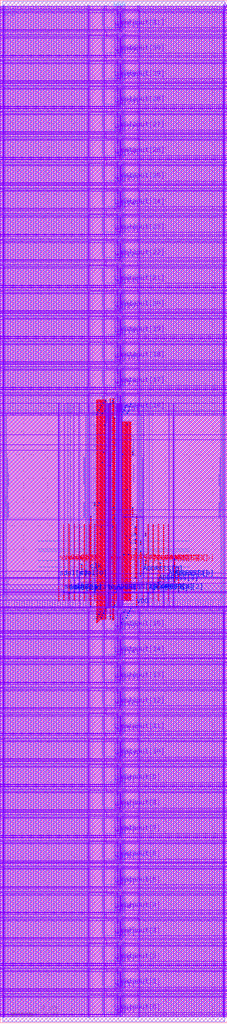
<source format=lef>
VERSION 5.8 ;
BUSBITCHARS "[]" ;
DIVIDERCHAR "/" ;

PROPERTYDEFINITIONS
  MACRO CatenaDesignType STRING ;
END PROPERTYDEFINITIONS

MACRO srambank_64x4x32_6t122
  CLASS BLOCK ;
  ORIGIN 0 0 ;
  FOREIGN srambank_64x4x32_6t122 0 0 ;
  SIZE 9.612 BY 43.2 ;
  SYMMETRY X Y ;
  SITE coreSite ;
  PIN VDD
    DIRECTION INOUT ;
    USE POWER ;
    PORT
      LAYER M4  ;
        RECT 0.1010 1.1720 9.5090 1.2200 ;
        RECT 0.1010 2.2520 9.5090 2.3000 ;
        RECT 0.1010 3.3320 9.5090 3.3800 ;
        RECT 0.1010 4.4120 9.5090 4.4600 ;
        RECT 0.1010 5.4920 9.5090 5.5400 ;
        RECT 0.1010 6.5720 9.5090 6.6200 ;
        RECT 0.1010 7.6520 9.5090 7.7000 ;
        RECT 0.1010 8.7320 9.5090 8.7800 ;
        RECT 0.1010 9.8120 9.5090 9.8600 ;
        RECT 0.1010 10.8920 9.5090 10.9400 ;
        RECT 0.1010 11.9720 9.5090 12.0200 ;
        RECT 0.1010 13.0520 9.5090 13.1000 ;
        RECT 0.1010 14.1320 9.5090 14.1800 ;
        RECT 0.1010 15.2120 9.5090 15.2600 ;
        RECT 0.1010 16.2920 9.5090 16.3400 ;
        RECT 0.1010 17.3720 9.5090 17.4200 ;
        RECT 0.1080 17.8590 9.5040 18.0750 ;
        RECT 5.6100 17.5790 5.8730 17.6030 ;
        RECT 5.7410 21.3630 5.8530 21.3870 ;
        RECT 3.9420 21.0270 5.6700 21.2430 ;
        RECT 3.9420 24.1950 5.6700 24.4110 ;
        RECT 0.1010 26.5790 9.5090 26.6270 ;
        RECT 0.1010 27.6590 9.5090 27.7070 ;
        RECT 0.1010 28.7390 9.5090 28.7870 ;
        RECT 0.1010 29.8190 9.5090 29.8670 ;
        RECT 0.1010 30.8990 9.5090 30.9470 ;
        RECT 0.1010 31.9790 9.5090 32.0270 ;
        RECT 0.1010 33.0590 9.5090 33.1070 ;
        RECT 0.1010 34.1390 9.5090 34.1870 ;
        RECT 0.1010 35.2190 9.5090 35.2670 ;
        RECT 0.1010 36.2990 9.5090 36.3470 ;
        RECT 0.1010 37.3790 9.5090 37.4270 ;
        RECT 0.1010 38.4590 9.5090 38.5070 ;
        RECT 0.1010 39.5390 9.5090 39.5870 ;
        RECT 0.1010 40.6190 9.5090 40.6670 ;
        RECT 0.1010 41.6990 9.5090 41.7470 ;
        RECT 0.1010 42.7790 9.5090 42.8270 ;
      LAYER M3  ;
        RECT 9.4770 0.2165 9.4950 1.3765 ;
        RECT 5.8230 0.2170 5.8410 1.3760 ;
        RECT 4.4190 0.2530 4.5090 1.3670 ;
        RECT 3.7710 0.2170 3.7890 1.3760 ;
        RECT 0.1170 0.2165 0.1350 1.3765 ;
        RECT 9.4770 1.2965 9.4950 2.4565 ;
        RECT 5.8230 1.2970 5.8410 2.4560 ;
        RECT 4.4190 1.3330 4.5090 2.4470 ;
        RECT 3.7710 1.2970 3.7890 2.4560 ;
        RECT 0.1170 1.2965 0.1350 2.4565 ;
        RECT 9.4770 2.3765 9.4950 3.5365 ;
        RECT 5.8230 2.3770 5.8410 3.5360 ;
        RECT 4.4190 2.4130 4.5090 3.5270 ;
        RECT 3.7710 2.3770 3.7890 3.5360 ;
        RECT 0.1170 2.3765 0.1350 3.5365 ;
        RECT 9.4770 3.4565 9.4950 4.6165 ;
        RECT 5.8230 3.4570 5.8410 4.6160 ;
        RECT 4.4190 3.4930 4.5090 4.6070 ;
        RECT 3.7710 3.4570 3.7890 4.6160 ;
        RECT 0.1170 3.4565 0.1350 4.6165 ;
        RECT 9.4770 4.5365 9.4950 5.6965 ;
        RECT 5.8230 4.5370 5.8410 5.6960 ;
        RECT 4.4190 4.5730 4.5090 5.6870 ;
        RECT 3.7710 4.5370 3.7890 5.6960 ;
        RECT 0.1170 4.5365 0.1350 5.6965 ;
        RECT 9.4770 5.6165 9.4950 6.7765 ;
        RECT 5.8230 5.6170 5.8410 6.7760 ;
        RECT 4.4190 5.6530 4.5090 6.7670 ;
        RECT 3.7710 5.6170 3.7890 6.7760 ;
        RECT 0.1170 5.6165 0.1350 6.7765 ;
        RECT 9.4770 6.6965 9.4950 7.8565 ;
        RECT 5.8230 6.6970 5.8410 7.8560 ;
        RECT 4.4190 6.7330 4.5090 7.8470 ;
        RECT 3.7710 6.6970 3.7890 7.8560 ;
        RECT 0.1170 6.6965 0.1350 7.8565 ;
        RECT 9.4770 7.7765 9.4950 8.9365 ;
        RECT 5.8230 7.7770 5.8410 8.9360 ;
        RECT 4.4190 7.8130 4.5090 8.9270 ;
        RECT 3.7710 7.7770 3.7890 8.9360 ;
        RECT 0.1170 7.7765 0.1350 8.9365 ;
        RECT 9.4770 8.8565 9.4950 10.0165 ;
        RECT 5.8230 8.8570 5.8410 10.0160 ;
        RECT 4.4190 8.8930 4.5090 10.0070 ;
        RECT 3.7710 8.8570 3.7890 10.0160 ;
        RECT 0.1170 8.8565 0.1350 10.0165 ;
        RECT 9.4770 9.9365 9.4950 11.0965 ;
        RECT 5.8230 9.9370 5.8410 11.0960 ;
        RECT 4.4190 9.9730 4.5090 11.0870 ;
        RECT 3.7710 9.9370 3.7890 11.0960 ;
        RECT 0.1170 9.9365 0.1350 11.0965 ;
        RECT 9.4770 11.0165 9.4950 12.1765 ;
        RECT 5.8230 11.0170 5.8410 12.1760 ;
        RECT 4.4190 11.0530 4.5090 12.1670 ;
        RECT 3.7710 11.0170 3.7890 12.1760 ;
        RECT 0.1170 11.0165 0.1350 12.1765 ;
        RECT 9.4770 12.0965 9.4950 13.2565 ;
        RECT 5.8230 12.0970 5.8410 13.2560 ;
        RECT 4.4190 12.1330 4.5090 13.2470 ;
        RECT 3.7710 12.0970 3.7890 13.2560 ;
        RECT 0.1170 12.0965 0.1350 13.2565 ;
        RECT 9.4770 13.1765 9.4950 14.3365 ;
        RECT 5.8230 13.1770 5.8410 14.3360 ;
        RECT 4.4190 13.2130 4.5090 14.3270 ;
        RECT 3.7710 13.1770 3.7890 14.3360 ;
        RECT 0.1170 13.1765 0.1350 14.3365 ;
        RECT 9.4770 14.2565 9.4950 15.4165 ;
        RECT 5.8230 14.2570 5.8410 15.4160 ;
        RECT 4.4190 14.2930 4.5090 15.4070 ;
        RECT 3.7710 14.2570 3.7890 15.4160 ;
        RECT 0.1170 14.2565 0.1350 15.4165 ;
        RECT 9.4770 15.3365 9.4950 16.4965 ;
        RECT 5.8230 15.3370 5.8410 16.4960 ;
        RECT 4.4190 15.3730 4.5090 16.4870 ;
        RECT 3.7710 15.3370 3.7890 16.4960 ;
        RECT 0.1170 15.3365 0.1350 16.4965 ;
        RECT 9.4770 16.4165 9.4950 17.5765 ;
        RECT 5.8230 16.4170 5.8410 17.5760 ;
        RECT 4.4190 16.4530 4.5090 17.5670 ;
        RECT 3.7710 16.4170 3.7890 17.5760 ;
        RECT 0.1170 16.4165 0.1350 17.5765 ;
        RECT 9.4770 17.4965 9.4950 25.7035 ;
        RECT 5.8230 17.5760 5.8410 17.6675 ;
        RECT 5.8230 21.3160 5.8410 25.6760 ;
        RECT 4.4550 17.8200 4.6890 25.4030 ;
        RECT 4.4190 25.3170 4.5090 25.8520 ;
        RECT 4.4190 17.5400 4.5090 18.0750 ;
        RECT 0.1170 17.4965 0.1350 25.7035 ;
        RECT 9.4770 25.6235 9.4950 26.7835 ;
        RECT 5.8230 25.6240 5.8410 26.7830 ;
        RECT 4.4190 25.6600 4.5090 26.7740 ;
        RECT 3.7710 25.6240 3.7890 26.7830 ;
        RECT 0.1170 25.6235 0.1350 26.7835 ;
        RECT 9.4770 26.7035 9.4950 27.8635 ;
        RECT 5.8230 26.7040 5.8410 27.8630 ;
        RECT 4.4190 26.7400 4.5090 27.8540 ;
        RECT 3.7710 26.7040 3.7890 27.8630 ;
        RECT 0.1170 26.7035 0.1350 27.8635 ;
        RECT 9.4770 27.7835 9.4950 28.9435 ;
        RECT 5.8230 27.7840 5.8410 28.9430 ;
        RECT 4.4190 27.8200 4.5090 28.9340 ;
        RECT 3.7710 27.7840 3.7890 28.9430 ;
        RECT 0.1170 27.7835 0.1350 28.9435 ;
        RECT 9.4770 28.8635 9.4950 30.0235 ;
        RECT 5.8230 28.8640 5.8410 30.0230 ;
        RECT 4.4190 28.9000 4.5090 30.0140 ;
        RECT 3.7710 28.8640 3.7890 30.0230 ;
        RECT 0.1170 28.8635 0.1350 30.0235 ;
        RECT 9.4770 29.9435 9.4950 31.1035 ;
        RECT 5.8230 29.9440 5.8410 31.1030 ;
        RECT 4.4190 29.9800 4.5090 31.0940 ;
        RECT 3.7710 29.9440 3.7890 31.1030 ;
        RECT 0.1170 29.9435 0.1350 31.1035 ;
        RECT 9.4770 31.0235 9.4950 32.1835 ;
        RECT 5.8230 31.0240 5.8410 32.1830 ;
        RECT 4.4190 31.0600 4.5090 32.1740 ;
        RECT 3.7710 31.0240 3.7890 32.1830 ;
        RECT 0.1170 31.0235 0.1350 32.1835 ;
        RECT 9.4770 32.1035 9.4950 33.2635 ;
        RECT 5.8230 32.1040 5.8410 33.2630 ;
        RECT 4.4190 32.1400 4.5090 33.2540 ;
        RECT 3.7710 32.1040 3.7890 33.2630 ;
        RECT 0.1170 32.1035 0.1350 33.2635 ;
        RECT 9.4770 33.1835 9.4950 34.3435 ;
        RECT 5.8230 33.1840 5.8410 34.3430 ;
        RECT 4.4190 33.2200 4.5090 34.3340 ;
        RECT 3.7710 33.1840 3.7890 34.3430 ;
        RECT 0.1170 33.1835 0.1350 34.3435 ;
        RECT 9.4770 34.2635 9.4950 35.4235 ;
        RECT 5.8230 34.2640 5.8410 35.4230 ;
        RECT 4.4190 34.3000 4.5090 35.4140 ;
        RECT 3.7710 34.2640 3.7890 35.4230 ;
        RECT 0.1170 34.2635 0.1350 35.4235 ;
        RECT 9.4770 35.3435 9.4950 36.5035 ;
        RECT 5.8230 35.3440 5.8410 36.5030 ;
        RECT 4.4190 35.3800 4.5090 36.4940 ;
        RECT 3.7710 35.3440 3.7890 36.5030 ;
        RECT 0.1170 35.3435 0.1350 36.5035 ;
        RECT 9.4770 36.4235 9.4950 37.5835 ;
        RECT 5.8230 36.4240 5.8410 37.5830 ;
        RECT 4.4190 36.4600 4.5090 37.5740 ;
        RECT 3.7710 36.4240 3.7890 37.5830 ;
        RECT 0.1170 36.4235 0.1350 37.5835 ;
        RECT 9.4770 37.5035 9.4950 38.6635 ;
        RECT 5.8230 37.5040 5.8410 38.6630 ;
        RECT 4.4190 37.5400 4.5090 38.6540 ;
        RECT 3.7710 37.5040 3.7890 38.6630 ;
        RECT 0.1170 37.5035 0.1350 38.6635 ;
        RECT 9.4770 38.5835 9.4950 39.7435 ;
        RECT 5.8230 38.5840 5.8410 39.7430 ;
        RECT 4.4190 38.6200 4.5090 39.7340 ;
        RECT 3.7710 38.5840 3.7890 39.7430 ;
        RECT 0.1170 38.5835 0.1350 39.7435 ;
        RECT 9.4770 39.6635 9.4950 40.8235 ;
        RECT 5.8230 39.6640 5.8410 40.8230 ;
        RECT 4.4190 39.7000 4.5090 40.8140 ;
        RECT 3.7710 39.6640 3.7890 40.8230 ;
        RECT 0.1170 39.6635 0.1350 40.8235 ;
        RECT 9.4770 40.7435 9.4950 41.9035 ;
        RECT 5.8230 40.7440 5.8410 41.9030 ;
        RECT 4.4190 40.7800 4.5090 41.8940 ;
        RECT 3.7710 40.7440 3.7890 41.9030 ;
        RECT 0.1170 40.7435 0.1350 41.9035 ;
        RECT 9.4770 41.8235 9.4950 42.9835 ;
        RECT 5.8230 41.8240 5.8410 42.9830 ;
        RECT 4.4190 41.8600 4.5090 42.9740 ;
        RECT 3.7710 41.8240 3.7890 42.9830 ;
        RECT 0.1170 41.8235 0.1350 42.9835 ;
      LAYER V3  ;
        RECT 0.1170 1.1720 0.1350 1.2200 ;
        RECT 3.7710 1.1720 3.7890 1.2200 ;
        RECT 4.4190 1.1720 4.5090 1.2200 ;
        RECT 5.8230 1.1720 5.8410 1.2200 ;
        RECT 9.4770 1.1720 9.4950 1.2200 ;
        RECT 0.1170 2.2520 0.1350 2.3000 ;
        RECT 3.7710 2.2520 3.7890 2.3000 ;
        RECT 4.4190 2.2520 4.5090 2.3000 ;
        RECT 5.8230 2.2520 5.8410 2.3000 ;
        RECT 9.4770 2.2520 9.4950 2.3000 ;
        RECT 0.1170 3.3320 0.1350 3.3800 ;
        RECT 3.7710 3.3320 3.7890 3.3800 ;
        RECT 4.4190 3.3320 4.5090 3.3800 ;
        RECT 5.8230 3.3320 5.8410 3.3800 ;
        RECT 9.4770 3.3320 9.4950 3.3800 ;
        RECT 0.1170 4.4120 0.1350 4.4600 ;
        RECT 3.7710 4.4120 3.7890 4.4600 ;
        RECT 4.4190 4.4120 4.5090 4.4600 ;
        RECT 5.8230 4.4120 5.8410 4.4600 ;
        RECT 9.4770 4.4120 9.4950 4.4600 ;
        RECT 0.1170 5.4920 0.1350 5.5400 ;
        RECT 3.7710 5.4920 3.7890 5.5400 ;
        RECT 4.4190 5.4920 4.5090 5.5400 ;
        RECT 5.8230 5.4920 5.8410 5.5400 ;
        RECT 9.4770 5.4920 9.4950 5.5400 ;
        RECT 0.1170 6.5720 0.1350 6.6200 ;
        RECT 3.7710 6.5720 3.7890 6.6200 ;
        RECT 4.4190 6.5720 4.5090 6.6200 ;
        RECT 5.8230 6.5720 5.8410 6.6200 ;
        RECT 9.4770 6.5720 9.4950 6.6200 ;
        RECT 0.1170 7.6520 0.1350 7.7000 ;
        RECT 3.7710 7.6520 3.7890 7.7000 ;
        RECT 4.4190 7.6520 4.5090 7.7000 ;
        RECT 5.8230 7.6520 5.8410 7.7000 ;
        RECT 9.4770 7.6520 9.4950 7.7000 ;
        RECT 0.1170 8.7320 0.1350 8.7800 ;
        RECT 3.7710 8.7320 3.7890 8.7800 ;
        RECT 4.4190 8.7320 4.5090 8.7800 ;
        RECT 5.8230 8.7320 5.8410 8.7800 ;
        RECT 9.4770 8.7320 9.4950 8.7800 ;
        RECT 0.1170 9.8120 0.1350 9.8600 ;
        RECT 3.7710 9.8120 3.7890 9.8600 ;
        RECT 4.4190 9.8120 4.5090 9.8600 ;
        RECT 5.8230 9.8120 5.8410 9.8600 ;
        RECT 9.4770 9.8120 9.4950 9.8600 ;
        RECT 0.1170 10.8920 0.1350 10.9400 ;
        RECT 3.7710 10.8920 3.7890 10.9400 ;
        RECT 4.4190 10.8920 4.5090 10.9400 ;
        RECT 5.8230 10.8920 5.8410 10.9400 ;
        RECT 9.4770 10.8920 9.4950 10.9400 ;
        RECT 0.1170 11.9720 0.1350 12.0200 ;
        RECT 3.7710 11.9720 3.7890 12.0200 ;
        RECT 4.4190 11.9720 4.5090 12.0200 ;
        RECT 5.8230 11.9720 5.8410 12.0200 ;
        RECT 9.4770 11.9720 9.4950 12.0200 ;
        RECT 0.1170 13.0520 0.1350 13.1000 ;
        RECT 3.7710 13.0520 3.7890 13.1000 ;
        RECT 4.4190 13.0520 4.5090 13.1000 ;
        RECT 5.8230 13.0520 5.8410 13.1000 ;
        RECT 9.4770 13.0520 9.4950 13.1000 ;
        RECT 0.1170 14.1320 0.1350 14.1800 ;
        RECT 3.7710 14.1320 3.7890 14.1800 ;
        RECT 4.4190 14.1320 4.5090 14.1800 ;
        RECT 5.8230 14.1320 5.8410 14.1800 ;
        RECT 9.4770 14.1320 9.4950 14.1800 ;
        RECT 0.1170 15.2120 0.1350 15.2600 ;
        RECT 3.7710 15.2120 3.7890 15.2600 ;
        RECT 4.4190 15.2120 4.5090 15.2600 ;
        RECT 5.8230 15.2120 5.8410 15.2600 ;
        RECT 9.4770 15.2120 9.4950 15.2600 ;
        RECT 0.1170 16.2920 0.1350 16.3400 ;
        RECT 3.7710 16.2920 3.7890 16.3400 ;
        RECT 4.4190 16.2920 4.5090 16.3400 ;
        RECT 5.8230 16.2920 5.8410 16.3400 ;
        RECT 9.4770 16.2920 9.4950 16.3400 ;
        RECT 0.1170 17.3720 0.1350 17.4200 ;
        RECT 3.7710 17.3720 3.7890 17.4200 ;
        RECT 4.4190 17.3720 4.5090 17.4200 ;
        RECT 5.8230 17.3720 5.8410 17.4200 ;
        RECT 9.4770 17.3720 9.4950 17.4200 ;
        RECT 0.1170 17.8590 0.1350 18.0750 ;
        RECT 4.4590 24.1950 4.4770 24.4110 ;
        RECT 4.4590 21.0270 4.4770 21.2430 ;
        RECT 4.4590 17.8590 4.4770 18.0750 ;
        RECT 4.5110 24.1950 4.5290 24.4110 ;
        RECT 4.5110 21.0270 4.5290 21.2430 ;
        RECT 4.5110 17.8590 4.5290 18.0750 ;
        RECT 4.5630 24.1950 4.5810 24.4110 ;
        RECT 4.5630 21.0270 4.5810 21.2430 ;
        RECT 4.5630 17.8590 4.5810 18.0750 ;
        RECT 4.6150 24.1950 4.6330 24.4110 ;
        RECT 4.6150 21.0270 4.6330 21.2430 ;
        RECT 4.6150 17.8590 4.6330 18.0750 ;
        RECT 4.6670 24.1950 4.6850 24.4110 ;
        RECT 4.6670 21.0270 4.6850 21.2430 ;
        RECT 4.6670 17.8590 4.6850 18.0750 ;
        RECT 5.8230 21.3630 5.8410 21.3870 ;
        RECT 5.8230 17.5790 5.8410 17.6030 ;
        RECT 0.1170 26.5790 0.1350 26.6270 ;
        RECT 3.7710 26.5790 3.7890 26.6270 ;
        RECT 4.4190 26.5790 4.5090 26.6270 ;
        RECT 5.8230 26.5790 5.8410 26.6270 ;
        RECT 9.4770 26.5790 9.4950 26.6270 ;
        RECT 0.1170 27.6590 0.1350 27.7070 ;
        RECT 3.7710 27.6590 3.7890 27.7070 ;
        RECT 4.4190 27.6590 4.5090 27.7070 ;
        RECT 5.8230 27.6590 5.8410 27.7070 ;
        RECT 9.4770 27.6590 9.4950 27.7070 ;
        RECT 0.1170 28.7390 0.1350 28.7870 ;
        RECT 3.7710 28.7390 3.7890 28.7870 ;
        RECT 4.4190 28.7390 4.5090 28.7870 ;
        RECT 5.8230 28.7390 5.8410 28.7870 ;
        RECT 9.4770 28.7390 9.4950 28.7870 ;
        RECT 0.1170 29.8190 0.1350 29.8670 ;
        RECT 3.7710 29.8190 3.7890 29.8670 ;
        RECT 4.4190 29.8190 4.5090 29.8670 ;
        RECT 5.8230 29.8190 5.8410 29.8670 ;
        RECT 9.4770 29.8190 9.4950 29.8670 ;
        RECT 0.1170 30.8990 0.1350 30.9470 ;
        RECT 3.7710 30.8990 3.7890 30.9470 ;
        RECT 4.4190 30.8990 4.5090 30.9470 ;
        RECT 5.8230 30.8990 5.8410 30.9470 ;
        RECT 9.4770 30.8990 9.4950 30.9470 ;
        RECT 0.1170 31.9790 0.1350 32.0270 ;
        RECT 3.7710 31.9790 3.7890 32.0270 ;
        RECT 4.4190 31.9790 4.5090 32.0270 ;
        RECT 5.8230 31.9790 5.8410 32.0270 ;
        RECT 9.4770 31.9790 9.4950 32.0270 ;
        RECT 0.1170 33.0590 0.1350 33.1070 ;
        RECT 3.7710 33.0590 3.7890 33.1070 ;
        RECT 4.4190 33.0590 4.5090 33.1070 ;
        RECT 5.8230 33.0590 5.8410 33.1070 ;
        RECT 9.4770 33.0590 9.4950 33.1070 ;
        RECT 0.1170 34.1390 0.1350 34.1870 ;
        RECT 3.7710 34.1390 3.7890 34.1870 ;
        RECT 4.4190 34.1390 4.5090 34.1870 ;
        RECT 5.8230 34.1390 5.8410 34.1870 ;
        RECT 9.4770 34.1390 9.4950 34.1870 ;
        RECT 0.1170 35.2190 0.1350 35.2670 ;
        RECT 3.7710 35.2190 3.7890 35.2670 ;
        RECT 4.4190 35.2190 4.5090 35.2670 ;
        RECT 5.8230 35.2190 5.8410 35.2670 ;
        RECT 9.4770 35.2190 9.4950 35.2670 ;
        RECT 0.1170 36.2990 0.1350 36.3470 ;
        RECT 3.7710 36.2990 3.7890 36.3470 ;
        RECT 4.4190 36.2990 4.5090 36.3470 ;
        RECT 5.8230 36.2990 5.8410 36.3470 ;
        RECT 9.4770 36.2990 9.4950 36.3470 ;
        RECT 0.1170 37.3790 0.1350 37.4270 ;
        RECT 3.7710 37.3790 3.7890 37.4270 ;
        RECT 4.4190 37.3790 4.5090 37.4270 ;
        RECT 5.8230 37.3790 5.8410 37.4270 ;
        RECT 9.4770 37.3790 9.4950 37.4270 ;
        RECT 0.1170 38.4590 0.1350 38.5070 ;
        RECT 3.7710 38.4590 3.7890 38.5070 ;
        RECT 4.4190 38.4590 4.5090 38.5070 ;
        RECT 5.8230 38.4590 5.8410 38.5070 ;
        RECT 9.4770 38.4590 9.4950 38.5070 ;
        RECT 0.1170 39.5390 0.1350 39.5870 ;
        RECT 3.7710 39.5390 3.7890 39.5870 ;
        RECT 4.4190 39.5390 4.5090 39.5870 ;
        RECT 5.8230 39.5390 5.8410 39.5870 ;
        RECT 9.4770 39.5390 9.4950 39.5870 ;
        RECT 0.1170 40.6190 0.1350 40.6670 ;
        RECT 3.7710 40.6190 3.7890 40.6670 ;
        RECT 4.4190 40.6190 4.5090 40.6670 ;
        RECT 5.8230 40.6190 5.8410 40.6670 ;
        RECT 9.4770 40.6190 9.4950 40.6670 ;
        RECT 0.1170 41.6990 0.1350 41.7470 ;
        RECT 3.7710 41.6990 3.7890 41.7470 ;
        RECT 4.4190 41.6990 4.5090 41.7470 ;
        RECT 5.8230 41.6990 5.8410 41.7470 ;
        RECT 9.4770 41.6990 9.4950 41.7470 ;
        RECT 0.1170 42.7790 0.1350 42.8270 ;
        RECT 3.7710 42.7790 3.7890 42.8270 ;
        RECT 4.4190 42.7790 4.5090 42.8270 ;
        RECT 5.8230 42.7790 5.8410 42.8270 ;
        RECT 9.4770 42.7790 9.4950 42.8270 ;
      LAYER M5  ;
        RECT 5.7590 17.5610 5.7830 21.4050 ;
      LAYER V4  ;
        RECT 5.7590 21.3630 5.7830 21.3870 ;
        RECT 5.7590 17.5790 5.7830 17.6030 ;
    END
  END VDD
  PIN VSS
    DIRECTION INOUT ;
    USE POWER ;
    PORT
      LAYER M4  ;
        RECT 0.1010 1.0760 9.5040 1.1240 ;
        RECT 0.1010 2.1560 9.5040 2.2040 ;
        RECT 0.1010 3.2360 9.5040 3.2840 ;
        RECT 0.1010 4.3160 9.5040 4.3640 ;
        RECT 0.1010 5.3960 9.5040 5.4440 ;
        RECT 0.1010 6.4760 9.5040 6.5240 ;
        RECT 0.1010 7.5560 9.5040 7.6040 ;
        RECT 0.1010 8.6360 9.5040 8.6840 ;
        RECT 0.1010 9.7160 9.5040 9.7640 ;
        RECT 0.1010 10.7960 9.5040 10.8440 ;
        RECT 0.1010 11.8760 9.5040 11.9240 ;
        RECT 0.1010 12.9560 9.5040 13.0040 ;
        RECT 0.1010 14.0360 9.5040 14.0840 ;
        RECT 0.1010 15.1160 9.5040 15.1640 ;
        RECT 0.1010 16.1960 9.5040 16.2440 ;
        RECT 0.1010 17.2760 9.5040 17.3240 ;
        RECT 0.1080 18.2910 9.5040 18.5070 ;
        RECT 3.9420 21.4590 5.6700 21.6750 ;
        RECT 3.9420 24.6270 5.6700 24.8430 ;
        RECT 0.1010 26.4830 9.5040 26.5310 ;
        RECT 0.1010 27.5630 9.5040 27.6110 ;
        RECT 0.1010 28.6430 9.5040 28.6910 ;
        RECT 0.1010 29.7230 9.5040 29.7710 ;
        RECT 0.1010 30.8030 9.5040 30.8510 ;
        RECT 0.1010 31.8830 9.5040 31.9310 ;
        RECT 0.1010 32.9630 9.5040 33.0110 ;
        RECT 0.1010 34.0430 9.5040 34.0910 ;
        RECT 0.1010 35.1230 9.5040 35.1710 ;
        RECT 0.1010 36.2030 9.5040 36.2510 ;
        RECT 0.1010 37.2830 9.5040 37.3310 ;
        RECT 0.1010 38.3630 9.5040 38.4110 ;
        RECT 0.1010 39.4430 9.5040 39.4910 ;
        RECT 0.1010 40.5230 9.5040 40.5710 ;
        RECT 0.1010 41.6030 9.5040 41.6510 ;
        RECT 0.1010 42.6830 9.5040 42.7310 ;
      LAYER M3  ;
        RECT 9.4410 0.2165 9.4590 1.3765 ;
        RECT 5.8770 0.2165 5.8950 1.3765 ;
        RECT 5.1120 0.2530 5.1480 1.3670 ;
        RECT 4.9590 0.2530 4.9860 1.3670 ;
        RECT 3.7170 0.2165 3.7350 1.3765 ;
        RECT 0.1530 0.2165 0.1710 1.3765 ;
        RECT 9.4410 1.2965 9.4590 2.4565 ;
        RECT 5.8770 1.2965 5.8950 2.4565 ;
        RECT 5.1120 1.3330 5.1480 2.4470 ;
        RECT 4.9590 1.3330 4.9860 2.4470 ;
        RECT 3.7170 1.2965 3.7350 2.4565 ;
        RECT 0.1530 1.2965 0.1710 2.4565 ;
        RECT 9.4410 2.3765 9.4590 3.5365 ;
        RECT 5.8770 2.3765 5.8950 3.5365 ;
        RECT 5.1120 2.4130 5.1480 3.5270 ;
        RECT 4.9590 2.4130 4.9860 3.5270 ;
        RECT 3.7170 2.3765 3.7350 3.5365 ;
        RECT 0.1530 2.3765 0.1710 3.5365 ;
        RECT 9.4410 3.4565 9.4590 4.6165 ;
        RECT 5.8770 3.4565 5.8950 4.6165 ;
        RECT 5.1120 3.4930 5.1480 4.6070 ;
        RECT 4.9590 3.4930 4.9860 4.6070 ;
        RECT 3.7170 3.4565 3.7350 4.6165 ;
        RECT 0.1530 3.4565 0.1710 4.6165 ;
        RECT 9.4410 4.5365 9.4590 5.6965 ;
        RECT 5.8770 4.5365 5.8950 5.6965 ;
        RECT 5.1120 4.5730 5.1480 5.6870 ;
        RECT 4.9590 4.5730 4.9860 5.6870 ;
        RECT 3.7170 4.5365 3.7350 5.6965 ;
        RECT 0.1530 4.5365 0.1710 5.6965 ;
        RECT 9.4410 5.6165 9.4590 6.7765 ;
        RECT 5.8770 5.6165 5.8950 6.7765 ;
        RECT 5.1120 5.6530 5.1480 6.7670 ;
        RECT 4.9590 5.6530 4.9860 6.7670 ;
        RECT 3.7170 5.6165 3.7350 6.7765 ;
        RECT 0.1530 5.6165 0.1710 6.7765 ;
        RECT 9.4410 6.6965 9.4590 7.8565 ;
        RECT 5.8770 6.6965 5.8950 7.8565 ;
        RECT 5.1120 6.7330 5.1480 7.8470 ;
        RECT 4.9590 6.7330 4.9860 7.8470 ;
        RECT 3.7170 6.6965 3.7350 7.8565 ;
        RECT 0.1530 6.6965 0.1710 7.8565 ;
        RECT 9.4410 7.7765 9.4590 8.9365 ;
        RECT 5.8770 7.7765 5.8950 8.9365 ;
        RECT 5.1120 7.8130 5.1480 8.9270 ;
        RECT 4.9590 7.8130 4.9860 8.9270 ;
        RECT 3.7170 7.7765 3.7350 8.9365 ;
        RECT 0.1530 7.7765 0.1710 8.9365 ;
        RECT 9.4410 8.8565 9.4590 10.0165 ;
        RECT 5.8770 8.8565 5.8950 10.0165 ;
        RECT 5.1120 8.8930 5.1480 10.0070 ;
        RECT 4.9590 8.8930 4.9860 10.0070 ;
        RECT 3.7170 8.8565 3.7350 10.0165 ;
        RECT 0.1530 8.8565 0.1710 10.0165 ;
        RECT 9.4410 9.9365 9.4590 11.0965 ;
        RECT 5.8770 9.9365 5.8950 11.0965 ;
        RECT 5.1120 9.9730 5.1480 11.0870 ;
        RECT 4.9590 9.9730 4.9860 11.0870 ;
        RECT 3.7170 9.9365 3.7350 11.0965 ;
        RECT 0.1530 9.9365 0.1710 11.0965 ;
        RECT 9.4410 11.0165 9.4590 12.1765 ;
        RECT 5.8770 11.0165 5.8950 12.1765 ;
        RECT 5.1120 11.0530 5.1480 12.1670 ;
        RECT 4.9590 11.0530 4.9860 12.1670 ;
        RECT 3.7170 11.0165 3.7350 12.1765 ;
        RECT 0.1530 11.0165 0.1710 12.1765 ;
        RECT 9.4410 12.0965 9.4590 13.2565 ;
        RECT 5.8770 12.0965 5.8950 13.2565 ;
        RECT 5.1120 12.1330 5.1480 13.2470 ;
        RECT 4.9590 12.1330 4.9860 13.2470 ;
        RECT 3.7170 12.0965 3.7350 13.2565 ;
        RECT 0.1530 12.0965 0.1710 13.2565 ;
        RECT 9.4410 13.1765 9.4590 14.3365 ;
        RECT 5.8770 13.1765 5.8950 14.3365 ;
        RECT 5.1120 13.2130 5.1480 14.3270 ;
        RECT 4.9590 13.2130 4.9860 14.3270 ;
        RECT 3.7170 13.1765 3.7350 14.3365 ;
        RECT 0.1530 13.1765 0.1710 14.3365 ;
        RECT 9.4410 14.2565 9.4590 15.4165 ;
        RECT 5.8770 14.2565 5.8950 15.4165 ;
        RECT 5.1120 14.2930 5.1480 15.4070 ;
        RECT 4.9590 14.2930 4.9860 15.4070 ;
        RECT 3.7170 14.2565 3.7350 15.4165 ;
        RECT 0.1530 14.2565 0.1710 15.4165 ;
        RECT 9.4410 15.3365 9.4590 16.4965 ;
        RECT 5.8770 15.3365 5.8950 16.4965 ;
        RECT 5.1120 15.3730 5.1480 16.4870 ;
        RECT 4.9590 15.3730 4.9860 16.4870 ;
        RECT 3.7170 15.3365 3.7350 16.4965 ;
        RECT 0.1530 15.3365 0.1710 16.4965 ;
        RECT 9.4410 16.4165 9.4590 17.5765 ;
        RECT 5.8770 16.4165 5.8950 17.5765 ;
        RECT 5.1120 16.4530 5.1480 17.5670 ;
        RECT 4.9590 16.4530 4.9860 17.5670 ;
        RECT 3.7170 16.4165 3.7350 17.5765 ;
        RECT 0.1530 16.4165 0.1710 17.5765 ;
        RECT 9.4410 17.4965 9.4590 25.7035 ;
        RECT 5.8770 17.4965 5.8950 25.7035 ;
        RECT 4.9230 17.7200 5.1570 25.4030 ;
        RECT 5.1120 17.5400 5.1480 25.6770 ;
        RECT 4.9590 17.5400 4.9860 25.6740 ;
        RECT 3.7170 17.4965 3.7350 25.7035 ;
        RECT 0.1530 17.4965 0.1710 25.7035 ;
        RECT 9.4410 25.6235 9.4590 26.7835 ;
        RECT 5.8770 25.6235 5.8950 26.7835 ;
        RECT 5.1120 25.6600 5.1480 26.7740 ;
        RECT 4.9590 25.6600 4.9860 26.7740 ;
        RECT 3.7170 25.6235 3.7350 26.7835 ;
        RECT 0.1530 25.6235 0.1710 26.7835 ;
        RECT 9.4410 26.7035 9.4590 27.8635 ;
        RECT 5.8770 26.7035 5.8950 27.8635 ;
        RECT 5.1120 26.7400 5.1480 27.8540 ;
        RECT 4.9590 26.7400 4.9860 27.8540 ;
        RECT 3.7170 26.7035 3.7350 27.8635 ;
        RECT 0.1530 26.7035 0.1710 27.8635 ;
        RECT 9.4410 27.7835 9.4590 28.9435 ;
        RECT 5.8770 27.7835 5.8950 28.9435 ;
        RECT 5.1120 27.8200 5.1480 28.9340 ;
        RECT 4.9590 27.8200 4.9860 28.9340 ;
        RECT 3.7170 27.7835 3.7350 28.9435 ;
        RECT 0.1530 27.7835 0.1710 28.9435 ;
        RECT 9.4410 28.8635 9.4590 30.0235 ;
        RECT 5.8770 28.8635 5.8950 30.0235 ;
        RECT 5.1120 28.9000 5.1480 30.0140 ;
        RECT 4.9590 28.9000 4.9860 30.0140 ;
        RECT 3.7170 28.8635 3.7350 30.0235 ;
        RECT 0.1530 28.8635 0.1710 30.0235 ;
        RECT 9.4410 29.9435 9.4590 31.1035 ;
        RECT 5.8770 29.9435 5.8950 31.1035 ;
        RECT 5.1120 29.9800 5.1480 31.0940 ;
        RECT 4.9590 29.9800 4.9860 31.0940 ;
        RECT 3.7170 29.9435 3.7350 31.1035 ;
        RECT 0.1530 29.9435 0.1710 31.1035 ;
        RECT 9.4410 31.0235 9.4590 32.1835 ;
        RECT 5.8770 31.0235 5.8950 32.1835 ;
        RECT 5.1120 31.0600 5.1480 32.1740 ;
        RECT 4.9590 31.0600 4.9860 32.1740 ;
        RECT 3.7170 31.0235 3.7350 32.1835 ;
        RECT 0.1530 31.0235 0.1710 32.1835 ;
        RECT 9.4410 32.1035 9.4590 33.2635 ;
        RECT 5.8770 32.1035 5.8950 33.2635 ;
        RECT 5.1120 32.1400 5.1480 33.2540 ;
        RECT 4.9590 32.1400 4.9860 33.2540 ;
        RECT 3.7170 32.1035 3.7350 33.2635 ;
        RECT 0.1530 32.1035 0.1710 33.2635 ;
        RECT 9.4410 33.1835 9.4590 34.3435 ;
        RECT 5.8770 33.1835 5.8950 34.3435 ;
        RECT 5.1120 33.2200 5.1480 34.3340 ;
        RECT 4.9590 33.2200 4.9860 34.3340 ;
        RECT 3.7170 33.1835 3.7350 34.3435 ;
        RECT 0.1530 33.1835 0.1710 34.3435 ;
        RECT 9.4410 34.2635 9.4590 35.4235 ;
        RECT 5.8770 34.2635 5.8950 35.4235 ;
        RECT 5.1120 34.3000 5.1480 35.4140 ;
        RECT 4.9590 34.3000 4.9860 35.4140 ;
        RECT 3.7170 34.2635 3.7350 35.4235 ;
        RECT 0.1530 34.2635 0.1710 35.4235 ;
        RECT 9.4410 35.3435 9.4590 36.5035 ;
        RECT 5.8770 35.3435 5.8950 36.5035 ;
        RECT 5.1120 35.3800 5.1480 36.4940 ;
        RECT 4.9590 35.3800 4.9860 36.4940 ;
        RECT 3.7170 35.3435 3.7350 36.5035 ;
        RECT 0.1530 35.3435 0.1710 36.5035 ;
        RECT 9.4410 36.4235 9.4590 37.5835 ;
        RECT 5.8770 36.4235 5.8950 37.5835 ;
        RECT 5.1120 36.4600 5.1480 37.5740 ;
        RECT 4.9590 36.4600 4.9860 37.5740 ;
        RECT 3.7170 36.4235 3.7350 37.5835 ;
        RECT 0.1530 36.4235 0.1710 37.5835 ;
        RECT 9.4410 37.5035 9.4590 38.6635 ;
        RECT 5.8770 37.5035 5.8950 38.6635 ;
        RECT 5.1120 37.5400 5.1480 38.6540 ;
        RECT 4.9590 37.5400 4.9860 38.6540 ;
        RECT 3.7170 37.5035 3.7350 38.6635 ;
        RECT 0.1530 37.5035 0.1710 38.6635 ;
        RECT 9.4410 38.5835 9.4590 39.7435 ;
        RECT 5.8770 38.5835 5.8950 39.7435 ;
        RECT 5.1120 38.6200 5.1480 39.7340 ;
        RECT 4.9590 38.6200 4.9860 39.7340 ;
        RECT 3.7170 38.5835 3.7350 39.7435 ;
        RECT 0.1530 38.5835 0.1710 39.7435 ;
        RECT 9.4410 39.6635 9.4590 40.8235 ;
        RECT 5.8770 39.6635 5.8950 40.8235 ;
        RECT 5.1120 39.7000 5.1480 40.8140 ;
        RECT 4.9590 39.7000 4.9860 40.8140 ;
        RECT 3.7170 39.6635 3.7350 40.8235 ;
        RECT 0.1530 39.6635 0.1710 40.8235 ;
        RECT 9.4410 40.7435 9.4590 41.9035 ;
        RECT 5.8770 40.7435 5.8950 41.9035 ;
        RECT 5.1120 40.7800 5.1480 41.8940 ;
        RECT 4.9590 40.7800 4.9860 41.8940 ;
        RECT 3.7170 40.7435 3.7350 41.9035 ;
        RECT 0.1530 40.7435 0.1710 41.9035 ;
        RECT 9.4410 41.8235 9.4590 42.9835 ;
        RECT 5.8770 41.8235 5.8950 42.9835 ;
        RECT 5.1120 41.8600 5.1480 42.9740 ;
        RECT 4.9590 41.8600 4.9860 42.9740 ;
        RECT 3.7170 41.8235 3.7350 42.9835 ;
        RECT 0.1530 41.8235 0.1710 42.9835 ;
      LAYER V3  ;
        RECT 0.1530 1.0760 0.1710 1.1240 ;
        RECT 3.7170 1.0760 3.7350 1.1240 ;
        RECT 4.9590 1.0760 4.9860 1.1240 ;
        RECT 5.1120 1.0760 5.1480 1.1240 ;
        RECT 5.8770 1.0760 5.8950 1.1240 ;
        RECT 9.4410 1.0760 9.4590 1.1240 ;
        RECT 0.1530 2.1560 0.1710 2.2040 ;
        RECT 3.7170 2.1560 3.7350 2.2040 ;
        RECT 4.9590 2.1560 4.9860 2.2040 ;
        RECT 5.1120 2.1560 5.1480 2.2040 ;
        RECT 5.8770 2.1560 5.8950 2.2040 ;
        RECT 9.4410 2.1560 9.4590 2.2040 ;
        RECT 0.1530 3.2360 0.1710 3.2840 ;
        RECT 3.7170 3.2360 3.7350 3.2840 ;
        RECT 4.9590 3.2360 4.9860 3.2840 ;
        RECT 5.1120 3.2360 5.1480 3.2840 ;
        RECT 5.8770 3.2360 5.8950 3.2840 ;
        RECT 9.4410 3.2360 9.4590 3.2840 ;
        RECT 0.1530 4.3160 0.1710 4.3640 ;
        RECT 3.7170 4.3160 3.7350 4.3640 ;
        RECT 4.9590 4.3160 4.9860 4.3640 ;
        RECT 5.1120 4.3160 5.1480 4.3640 ;
        RECT 5.8770 4.3160 5.8950 4.3640 ;
        RECT 9.4410 4.3160 9.4590 4.3640 ;
        RECT 0.1530 5.3960 0.1710 5.4440 ;
        RECT 3.7170 5.3960 3.7350 5.4440 ;
        RECT 4.9590 5.3960 4.9860 5.4440 ;
        RECT 5.1120 5.3960 5.1480 5.4440 ;
        RECT 5.8770 5.3960 5.8950 5.4440 ;
        RECT 9.4410 5.3960 9.4590 5.4440 ;
        RECT 0.1530 6.4760 0.1710 6.5240 ;
        RECT 3.7170 6.4760 3.7350 6.5240 ;
        RECT 4.9590 6.4760 4.9860 6.5240 ;
        RECT 5.1120 6.4760 5.1480 6.5240 ;
        RECT 5.8770 6.4760 5.8950 6.5240 ;
        RECT 9.4410 6.4760 9.4590 6.5240 ;
        RECT 0.1530 7.5560 0.1710 7.6040 ;
        RECT 3.7170 7.5560 3.7350 7.6040 ;
        RECT 4.9590 7.5560 4.9860 7.6040 ;
        RECT 5.1120 7.5560 5.1480 7.6040 ;
        RECT 5.8770 7.5560 5.8950 7.6040 ;
        RECT 9.4410 7.5560 9.4590 7.6040 ;
        RECT 0.1530 8.6360 0.1710 8.6840 ;
        RECT 3.7170 8.6360 3.7350 8.6840 ;
        RECT 4.9590 8.6360 4.9860 8.6840 ;
        RECT 5.1120 8.6360 5.1480 8.6840 ;
        RECT 5.8770 8.6360 5.8950 8.6840 ;
        RECT 9.4410 8.6360 9.4590 8.6840 ;
        RECT 0.1530 9.7160 0.1710 9.7640 ;
        RECT 3.7170 9.7160 3.7350 9.7640 ;
        RECT 4.9590 9.7160 4.9860 9.7640 ;
        RECT 5.1120 9.7160 5.1480 9.7640 ;
        RECT 5.8770 9.7160 5.8950 9.7640 ;
        RECT 9.4410 9.7160 9.4590 9.7640 ;
        RECT 0.1530 10.7960 0.1710 10.8440 ;
        RECT 3.7170 10.7960 3.7350 10.8440 ;
        RECT 4.9590 10.7960 4.9860 10.8440 ;
        RECT 5.1120 10.7960 5.1480 10.8440 ;
        RECT 5.8770 10.7960 5.8950 10.8440 ;
        RECT 9.4410 10.7960 9.4590 10.8440 ;
        RECT 0.1530 11.8760 0.1710 11.9240 ;
        RECT 3.7170 11.8760 3.7350 11.9240 ;
        RECT 4.9590 11.8760 4.9860 11.9240 ;
        RECT 5.1120 11.8760 5.1480 11.9240 ;
        RECT 5.8770 11.8760 5.8950 11.9240 ;
        RECT 9.4410 11.8760 9.4590 11.9240 ;
        RECT 0.1530 12.9560 0.1710 13.0040 ;
        RECT 3.7170 12.9560 3.7350 13.0040 ;
        RECT 4.9590 12.9560 4.9860 13.0040 ;
        RECT 5.1120 12.9560 5.1480 13.0040 ;
        RECT 5.8770 12.9560 5.8950 13.0040 ;
        RECT 9.4410 12.9560 9.4590 13.0040 ;
        RECT 0.1530 14.0360 0.1710 14.0840 ;
        RECT 3.7170 14.0360 3.7350 14.0840 ;
        RECT 4.9590 14.0360 4.9860 14.0840 ;
        RECT 5.1120 14.0360 5.1480 14.0840 ;
        RECT 5.8770 14.0360 5.8950 14.0840 ;
        RECT 9.4410 14.0360 9.4590 14.0840 ;
        RECT 0.1530 15.1160 0.1710 15.1640 ;
        RECT 3.7170 15.1160 3.7350 15.1640 ;
        RECT 4.9590 15.1160 4.9860 15.1640 ;
        RECT 5.1120 15.1160 5.1480 15.1640 ;
        RECT 5.8770 15.1160 5.8950 15.1640 ;
        RECT 9.4410 15.1160 9.4590 15.1640 ;
        RECT 0.1530 16.1960 0.1710 16.2440 ;
        RECT 3.7170 16.1960 3.7350 16.2440 ;
        RECT 4.9590 16.1960 4.9860 16.2440 ;
        RECT 5.1120 16.1960 5.1480 16.2440 ;
        RECT 5.8770 16.1960 5.8950 16.2440 ;
        RECT 9.4410 16.1960 9.4590 16.2440 ;
        RECT 0.1530 17.2760 0.1710 17.3240 ;
        RECT 3.7170 17.2760 3.7350 17.3240 ;
        RECT 4.9590 17.2760 4.9860 17.3240 ;
        RECT 5.1120 17.2760 5.1480 17.3240 ;
        RECT 5.8770 17.2760 5.8950 17.3240 ;
        RECT 9.4410 17.2760 9.4590 17.3240 ;
        RECT 0.1530 18.2910 0.1710 18.5070 ;
        RECT 4.9270 24.6270 4.9450 24.8430 ;
        RECT 4.9270 21.4590 4.9450 21.6750 ;
        RECT 4.9270 18.2910 4.9450 18.5070 ;
        RECT 4.9790 24.6270 4.9970 24.8430 ;
        RECT 4.9790 21.4590 4.9970 21.6750 ;
        RECT 4.9790 18.2910 4.9970 18.5070 ;
        RECT 5.0310 24.6270 5.0490 24.8430 ;
        RECT 5.0310 21.4590 5.0490 21.6750 ;
        RECT 5.0310 18.2910 5.0490 18.5070 ;
        RECT 5.0830 24.6270 5.1010 24.8430 ;
        RECT 5.0830 21.4590 5.1010 21.6750 ;
        RECT 5.0830 18.2910 5.1010 18.5070 ;
        RECT 5.1350 24.6270 5.1530 24.8430 ;
        RECT 5.1350 21.4590 5.1530 21.6750 ;
        RECT 5.1350 18.2910 5.1530 18.5070 ;
        RECT 0.1530 26.4830 0.1710 26.5310 ;
        RECT 3.7170 26.4830 3.7350 26.5310 ;
        RECT 4.9590 26.4830 4.9860 26.5310 ;
        RECT 5.1120 26.4830 5.1480 26.5310 ;
        RECT 5.8770 26.4830 5.8950 26.5310 ;
        RECT 9.4410 26.4830 9.4590 26.5310 ;
        RECT 0.1530 27.5630 0.1710 27.6110 ;
        RECT 3.7170 27.5630 3.7350 27.6110 ;
        RECT 4.9590 27.5630 4.9860 27.6110 ;
        RECT 5.1120 27.5630 5.1480 27.6110 ;
        RECT 5.8770 27.5630 5.8950 27.6110 ;
        RECT 9.4410 27.5630 9.4590 27.6110 ;
        RECT 0.1530 28.6430 0.1710 28.6910 ;
        RECT 3.7170 28.6430 3.7350 28.6910 ;
        RECT 4.9590 28.6430 4.9860 28.6910 ;
        RECT 5.1120 28.6430 5.1480 28.6910 ;
        RECT 5.8770 28.6430 5.8950 28.6910 ;
        RECT 9.4410 28.6430 9.4590 28.6910 ;
        RECT 0.1530 29.7230 0.1710 29.7710 ;
        RECT 3.7170 29.7230 3.7350 29.7710 ;
        RECT 4.9590 29.7230 4.9860 29.7710 ;
        RECT 5.1120 29.7230 5.1480 29.7710 ;
        RECT 5.8770 29.7230 5.8950 29.7710 ;
        RECT 9.4410 29.7230 9.4590 29.7710 ;
        RECT 0.1530 30.8030 0.1710 30.8510 ;
        RECT 3.7170 30.8030 3.7350 30.8510 ;
        RECT 4.9590 30.8030 4.9860 30.8510 ;
        RECT 5.1120 30.8030 5.1480 30.8510 ;
        RECT 5.8770 30.8030 5.8950 30.8510 ;
        RECT 9.4410 30.8030 9.4590 30.8510 ;
        RECT 0.1530 31.8830 0.1710 31.9310 ;
        RECT 3.7170 31.8830 3.7350 31.9310 ;
        RECT 4.9590 31.8830 4.9860 31.9310 ;
        RECT 5.1120 31.8830 5.1480 31.9310 ;
        RECT 5.8770 31.8830 5.8950 31.9310 ;
        RECT 9.4410 31.8830 9.4590 31.9310 ;
        RECT 0.1530 32.9630 0.1710 33.0110 ;
        RECT 3.7170 32.9630 3.7350 33.0110 ;
        RECT 4.9590 32.9630 4.9860 33.0110 ;
        RECT 5.1120 32.9630 5.1480 33.0110 ;
        RECT 5.8770 32.9630 5.8950 33.0110 ;
        RECT 9.4410 32.9630 9.4590 33.0110 ;
        RECT 0.1530 34.0430 0.1710 34.0910 ;
        RECT 3.7170 34.0430 3.7350 34.0910 ;
        RECT 4.9590 34.0430 4.9860 34.0910 ;
        RECT 5.1120 34.0430 5.1480 34.0910 ;
        RECT 5.8770 34.0430 5.8950 34.0910 ;
        RECT 9.4410 34.0430 9.4590 34.0910 ;
        RECT 0.1530 35.1230 0.1710 35.1710 ;
        RECT 3.7170 35.1230 3.7350 35.1710 ;
        RECT 4.9590 35.1230 4.9860 35.1710 ;
        RECT 5.1120 35.1230 5.1480 35.1710 ;
        RECT 5.8770 35.1230 5.8950 35.1710 ;
        RECT 9.4410 35.1230 9.4590 35.1710 ;
        RECT 0.1530 36.2030 0.1710 36.2510 ;
        RECT 3.7170 36.2030 3.7350 36.2510 ;
        RECT 4.9590 36.2030 4.9860 36.2510 ;
        RECT 5.1120 36.2030 5.1480 36.2510 ;
        RECT 5.8770 36.2030 5.8950 36.2510 ;
        RECT 9.4410 36.2030 9.4590 36.2510 ;
        RECT 0.1530 37.2830 0.1710 37.3310 ;
        RECT 3.7170 37.2830 3.7350 37.3310 ;
        RECT 4.9590 37.2830 4.9860 37.3310 ;
        RECT 5.1120 37.2830 5.1480 37.3310 ;
        RECT 5.8770 37.2830 5.8950 37.3310 ;
        RECT 9.4410 37.2830 9.4590 37.3310 ;
        RECT 0.1530 38.3630 0.1710 38.4110 ;
        RECT 3.7170 38.3630 3.7350 38.4110 ;
        RECT 4.9590 38.3630 4.9860 38.4110 ;
        RECT 5.1120 38.3630 5.1480 38.4110 ;
        RECT 5.8770 38.3630 5.8950 38.4110 ;
        RECT 9.4410 38.3630 9.4590 38.4110 ;
        RECT 0.1530 39.4430 0.1710 39.4910 ;
        RECT 3.7170 39.4430 3.7350 39.4910 ;
        RECT 4.9590 39.4430 4.9860 39.4910 ;
        RECT 5.1120 39.4430 5.1480 39.4910 ;
        RECT 5.8770 39.4430 5.8950 39.4910 ;
        RECT 9.4410 39.4430 9.4590 39.4910 ;
        RECT 0.1530 40.5230 0.1710 40.5710 ;
        RECT 3.7170 40.5230 3.7350 40.5710 ;
        RECT 4.9590 40.5230 4.9860 40.5710 ;
        RECT 5.1120 40.5230 5.1480 40.5710 ;
        RECT 5.8770 40.5230 5.8950 40.5710 ;
        RECT 9.4410 40.5230 9.4590 40.5710 ;
        RECT 0.1530 41.6030 0.1710 41.6510 ;
        RECT 3.7170 41.6030 3.7350 41.6510 ;
        RECT 4.9590 41.6030 4.9860 41.6510 ;
        RECT 5.1120 41.6030 5.1480 41.6510 ;
        RECT 5.8770 41.6030 5.8950 41.6510 ;
        RECT 9.4410 41.6030 9.4590 41.6510 ;
        RECT 0.1530 42.6830 0.1710 42.7310 ;
        RECT 3.7170 42.6830 3.7350 42.7310 ;
        RECT 4.9590 42.6830 4.9860 42.7310 ;
        RECT 5.1120 42.6830 5.1480 42.7310 ;
        RECT 5.8770 42.6830 5.8950 42.7310 ;
        RECT 9.4410 42.6830 9.4590 42.7310 ;
    END
  END VSS
  PIN ADDRESS[0]
    DIRECTION INPUT ;
    USE SIGNAL ;
    PORT
      LAYER M3  ;
        RECT 7.3350 18.7630 7.3530 18.8000 ;
      LAYER M4  ;
        RECT 7.2830 18.7710 7.3670 18.7950 ;
      LAYER M5  ;
        RECT 7.3320 17.8200 7.3560 21.0600 ;
      LAYER V3  ;
        RECT 7.3350 18.7710 7.3530 18.7950 ;
      LAYER V4  ;
        RECT 7.3320 18.7710 7.3560 18.7950 ;
    END
  END ADDRESS[0]
  PIN ADDRESS[1]
    DIRECTION INPUT ;
    USE SIGNAL ;
    PORT
      LAYER M3  ;
        RECT 7.1190 18.7660 7.1370 18.8030 ;
      LAYER M4  ;
        RECT 7.0670 18.7710 7.1510 18.7950 ;
      LAYER M5  ;
        RECT 7.1160 17.8200 7.1400 21.0600 ;
      LAYER V3  ;
        RECT 7.1190 18.7710 7.1370 18.7950 ;
      LAYER V4  ;
        RECT 7.1160 18.7710 7.1400 18.7950 ;
    END
  END ADDRESS[1]
  PIN ADDRESS[2]
    DIRECTION INPUT ;
    USE SIGNAL ;
    PORT
      LAYER M3  ;
        RECT 6.9030 18.1870 6.9210 18.2240 ;
      LAYER M4  ;
        RECT 6.8510 18.1950 6.9350 18.2190 ;
      LAYER M5  ;
        RECT 6.9000 17.8200 6.9240 21.0600 ;
      LAYER V3  ;
        RECT 6.9030 18.1950 6.9210 18.2190 ;
      LAYER V4  ;
        RECT 6.9000 18.1950 6.9240 18.2190 ;
    END
  END ADDRESS[2]
  PIN ADDRESS[3]
    DIRECTION INPUT ;
    USE SIGNAL ;
    PORT
      LAYER M3  ;
        RECT 6.6870 18.4270 6.7050 18.6080 ;
      LAYER M4  ;
        RECT 6.6350 18.5790 6.7190 18.6030 ;
      LAYER M5  ;
        RECT 6.6840 17.8200 6.7080 21.0600 ;
      LAYER V3  ;
        RECT 6.6870 18.5790 6.7050 18.6030 ;
      LAYER V4  ;
        RECT 6.6840 18.5790 6.7080 18.6030 ;
    END
  END ADDRESS[3]
  PIN ADDRESS[4]
    DIRECTION INPUT ;
    USE SIGNAL ;
    PORT
      LAYER M3  ;
        RECT 6.4710 18.1900 6.4890 18.2570 ;
      LAYER M4  ;
        RECT 6.4190 18.1950 6.5030 18.2190 ;
      LAYER M5  ;
        RECT 6.4680 17.8200 6.4920 21.0600 ;
      LAYER V3  ;
        RECT 6.4710 18.1950 6.4890 18.2190 ;
      LAYER V4  ;
        RECT 6.4680 18.1950 6.4920 18.2190 ;
    END
  END ADDRESS[4]
  PIN ADDRESS[5]
    DIRECTION INPUT ;
    USE SIGNAL ;
    PORT
      LAYER M3  ;
        RECT 6.2550 17.9230 6.2730 18.1760 ;
      LAYER M4  ;
        RECT 6.2030 18.1470 6.2870 18.1710 ;
      LAYER M5  ;
        RECT 6.2520 17.8200 6.2760 21.0600 ;
      LAYER V3  ;
        RECT 6.2550 18.1470 6.2730 18.1710 ;
      LAYER V4  ;
        RECT 6.2520 18.1470 6.2760 18.1710 ;
    END
  END ADDRESS[5]
  PIN ADDRESS[6]
    DIRECTION INPUT ;
    USE SIGNAL ;
    PORT
      LAYER M3  ;
        RECT 6.0390 18.9580 6.0570 18.9950 ;
      LAYER M4  ;
        RECT 5.9870 18.9630 6.0710 18.9870 ;
      LAYER M5  ;
        RECT 6.0360 17.8200 6.0600 21.0600 ;
      LAYER V3  ;
        RECT 6.0390 18.9630 6.0570 18.9870 ;
      LAYER V4  ;
        RECT 6.0360 18.9630 6.0600 18.9870 ;
    END
  END ADDRESS[6]
  PIN ADDRESS[7]
    DIRECTION INPUT ;
    USE SIGNAL ;
    PORT
      LAYER M3  ;
        RECT 5.1750 18.1900 5.1930 18.2570 ;
      LAYER M4  ;
        RECT 4.8910 18.1950 5.2040 18.2190 ;
      LAYER M5  ;
        RECT 4.9020 17.8200 4.9260 21.0600 ;
      LAYER V3  ;
        RECT 5.1750 18.1950 5.1930 18.2190 ;
      LAYER V4  ;
        RECT 4.9020 18.1950 4.9260 18.2190 ;
    END
  END ADDRESS[7]
  PIN banksel
    DIRECTION INPUT ;
    USE SIGNAL ;
    PORT
      LAYER M3  ;
        RECT 4.7790 17.9230 4.7970 18.1760 ;
      LAYER M4  ;
        RECT 4.5670 18.1470 4.8080 18.1710 ;
      LAYER M5  ;
        RECT 4.5780 17.8200 4.6020 21.0600 ;
      LAYER V3  ;
        RECT 4.7790 18.1470 4.7970 18.1710 ;
      LAYER V4  ;
        RECT 4.5780 18.1470 4.6020 18.1710 ;
    END
  END banksel
  PIN write
    DIRECTION INPUT ;
    USE SIGNAL ;
    PORT
      LAYER M3  ;
        RECT 3.9870 18.1900 4.0050 18.2570 ;
      LAYER M4  ;
        RECT 3.9350 18.1950 4.0190 18.2190 ;
      LAYER M5  ;
        RECT 3.9840 17.8200 4.0080 21.0600 ;
      LAYER V3  ;
        RECT 3.9870 18.1950 4.0050 18.2190 ;
      LAYER V4  ;
        RECT 3.9840 18.1950 4.0080 18.2190 ;
    END
  END write
  PIN clk
    DIRECTION INPUT ;
    USE SIGNAL ;
    PORT
      LAYER M3  ;
        RECT 3.7710 19.0540 3.7890 19.1030 ;
      LAYER M4  ;
        RECT 3.7190 19.0590 3.8030 19.0830 ;
      LAYER M5  ;
        RECT 3.7680 17.8200 3.7920 21.0600 ;
      LAYER V3  ;
        RECT 3.7710 19.0590 3.7890 19.0830 ;
      LAYER V4  ;
        RECT 3.7680 19.0590 3.7920 19.0830 ;
    END
  END clk
  PIN read
    DIRECTION INPUT ;
    USE SIGNAL ;
    PORT
      LAYER M3  ;
        RECT 3.8070 17.9230 3.8250 18.1760 ;
      LAYER M4  ;
        RECT 3.5410 18.1470 3.8360 18.1710 ;
      LAYER M5  ;
        RECT 3.5520 17.8200 3.5760 21.0600 ;
      LAYER V3  ;
        RECT 3.8070 18.1470 3.8250 18.1710 ;
      LAYER V4  ;
        RECT 3.5520 18.1470 3.5760 18.1710 ;
    END
  END read
  PIN sdel[0]
    DIRECTION INPUT ;
    USE SIGNAL ;
    PORT
      LAYER M3  ;
        RECT 3.3390 18.7630 3.3570 18.8000 ;
      LAYER M4  ;
        RECT 3.2870 18.7710 3.3710 18.7950 ;
      LAYER M5  ;
        RECT 3.3360 17.8200 3.3600 21.0600 ;
      LAYER V3  ;
        RECT 3.3390 18.7710 3.3570 18.7950 ;
      LAYER V4  ;
        RECT 3.3360 18.7710 3.3600 18.7950 ;
    END
  END sdel[0]
  PIN sdel[1]
    DIRECTION INPUT ;
    USE SIGNAL ;
    PORT
      LAYER M3  ;
        RECT 3.1230 18.1900 3.1410 18.4190 ;
      LAYER M4  ;
        RECT 3.0710 18.1950 3.1550 18.2190 ;
      LAYER M5  ;
        RECT 3.1200 17.8200 3.1440 21.0600 ;
      LAYER V3  ;
        RECT 3.1230 18.1950 3.1410 18.2190 ;
      LAYER V4  ;
        RECT 3.1200 18.1950 3.1440 18.2190 ;
    END
  END sdel[1]
  PIN sdel[2]
    DIRECTION INPUT ;
    USE SIGNAL ;
    PORT
      LAYER M3  ;
        RECT 2.9070 17.9230 2.9250 18.1760 ;
      LAYER M4  ;
        RECT 2.8550 18.1470 2.9390 18.1710 ;
      LAYER M5  ;
        RECT 2.9040 17.8200 2.9280 21.0600 ;
      LAYER V3  ;
        RECT 2.9070 18.1470 2.9250 18.1710 ;
      LAYER V4  ;
        RECT 2.9040 18.1470 2.9280 18.1710 ;
    END
  END sdel[2]
  PIN sdel[3]
    DIRECTION INPUT ;
    USE SIGNAL ;
    PORT
      LAYER M3  ;
        RECT 2.6910 18.1870 2.7090 18.2240 ;
      LAYER M4  ;
        RECT 2.6390 18.1950 2.7230 18.2190 ;
      LAYER M5  ;
        RECT 2.6880 17.8200 2.7120 21.0600 ;
      LAYER V3  ;
        RECT 2.6910 18.1950 2.7090 18.2190 ;
      LAYER V4  ;
        RECT 2.6880 18.1950 2.7120 18.2190 ;
    END
  END sdel[3]
  PIN sdel[4]
    DIRECTION INPUT ;
    USE SIGNAL ;
    PORT
      LAYER M3  ;
        RECT 2.4750 18.7630 2.4930 18.8000 ;
      LAYER M4  ;
        RECT 2.4230 18.7710 2.5070 18.7950 ;
      LAYER M5  ;
        RECT 2.4720 17.8200 2.4960 21.0600 ;
      LAYER V3  ;
        RECT 2.4750 18.7710 2.4930 18.7950 ;
      LAYER V4  ;
        RECT 2.4720 18.7710 2.4960 18.7950 ;
    END
  END sdel[4]
  PIN dataout[0]
    DIRECTION OUTPUT ;
    USE SIGNAL ;
    PORT
      LAYER M4  ;
        RECT 4.4880 0.4280 5.1360 0.4520 ;
      LAYER M3  ;
        RECT 5.0760 0.3775 5.0940 0.6170 ;
      LAYER V3  ;
        RECT 5.0760 0.4280 5.0940 0.4520 ;
    END
  END dataout[0]
  PIN wd[0]
    DIRECTION INPUT ;
    USE SIGNAL ;
    PORT
      LAYER M4  ;
        RECT 4.4880 0.3320 5.2040 0.3560 ;
      LAYER M3  ;
        RECT 4.8510 0.2700 4.8690 0.6750 ;
      LAYER V3  ;
        RECT 4.8510 0.3320 4.8690 0.3560 ;
    END
  END wd[0]
  PIN dataout[1]
    DIRECTION OUTPUT ;
    USE SIGNAL ;
    PORT
      LAYER M4  ;
        RECT 4.4880 1.5080 5.1360 1.5320 ;
      LAYER M3  ;
        RECT 5.0760 1.4575 5.0940 1.6970 ;
      LAYER V3  ;
        RECT 5.0760 1.5080 5.0940 1.5320 ;
    END
  END dataout[1]
  PIN wd[1]
    DIRECTION INPUT ;
    USE SIGNAL ;
    PORT
      LAYER M4  ;
        RECT 4.4880 1.4120 5.2040 1.4360 ;
      LAYER M3  ;
        RECT 4.8510 1.3500 4.8690 1.7550 ;
      LAYER V3  ;
        RECT 4.8510 1.4120 4.8690 1.4360 ;
    END
  END wd[1]
  PIN dataout[2]
    DIRECTION OUTPUT ;
    USE SIGNAL ;
    PORT
      LAYER M4  ;
        RECT 4.4880 2.5880 5.1360 2.6120 ;
      LAYER M3  ;
        RECT 5.0760 2.5375 5.0940 2.7770 ;
      LAYER V3  ;
        RECT 5.0760 2.5880 5.0940 2.6120 ;
    END
  END dataout[2]
  PIN wd[2]
    DIRECTION INPUT ;
    USE SIGNAL ;
    PORT
      LAYER M4  ;
        RECT 4.4880 2.4920 5.2040 2.5160 ;
      LAYER M3  ;
        RECT 4.8510 2.4300 4.8690 2.8350 ;
      LAYER V3  ;
        RECT 4.8510 2.4920 4.8690 2.5160 ;
    END
  END wd[2]
  PIN dataout[3]
    DIRECTION OUTPUT ;
    USE SIGNAL ;
    PORT
      LAYER M4  ;
        RECT 4.4880 3.6680 5.1360 3.6920 ;
      LAYER M3  ;
        RECT 5.0760 3.6175 5.0940 3.8570 ;
      LAYER V3  ;
        RECT 5.0760 3.6680 5.0940 3.6920 ;
    END
  END dataout[3]
  PIN wd[3]
    DIRECTION INPUT ;
    USE SIGNAL ;
    PORT
      LAYER M4  ;
        RECT 4.4880 3.5720 5.2040 3.5960 ;
      LAYER M3  ;
        RECT 4.8510 3.5100 4.8690 3.9150 ;
      LAYER V3  ;
        RECT 4.8510 3.5720 4.8690 3.5960 ;
    END
  END wd[3]
  PIN dataout[4]
    DIRECTION OUTPUT ;
    USE SIGNAL ;
    PORT
      LAYER M4  ;
        RECT 4.4880 4.7480 5.1360 4.7720 ;
      LAYER M3  ;
        RECT 5.0760 4.6975 5.0940 4.9370 ;
      LAYER V3  ;
        RECT 5.0760 4.7480 5.0940 4.7720 ;
    END
  END dataout[4]
  PIN wd[4]
    DIRECTION INPUT ;
    USE SIGNAL ;
    PORT
      LAYER M4  ;
        RECT 4.4880 4.6520 5.2040 4.6760 ;
      LAYER M3  ;
        RECT 4.8510 4.5900 4.8690 4.9950 ;
      LAYER V3  ;
        RECT 4.8510 4.6520 4.8690 4.6760 ;
    END
  END wd[4]
  PIN dataout[5]
    DIRECTION OUTPUT ;
    USE SIGNAL ;
    PORT
      LAYER M4  ;
        RECT 4.4880 5.8280 5.1360 5.8520 ;
      LAYER M3  ;
        RECT 5.0760 5.7775 5.0940 6.0170 ;
      LAYER V3  ;
        RECT 5.0760 5.8280 5.0940 5.8520 ;
    END
  END dataout[5]
  PIN wd[5]
    DIRECTION INPUT ;
    USE SIGNAL ;
    PORT
      LAYER M4  ;
        RECT 4.4880 5.7320 5.2040 5.7560 ;
      LAYER M3  ;
        RECT 4.8510 5.6700 4.8690 6.0750 ;
      LAYER V3  ;
        RECT 4.8510 5.7320 4.8690 5.7560 ;
    END
  END wd[5]
  PIN dataout[6]
    DIRECTION OUTPUT ;
    USE SIGNAL ;
    PORT
      LAYER M4  ;
        RECT 4.4880 6.9080 5.1360 6.9320 ;
      LAYER M3  ;
        RECT 5.0760 6.8575 5.0940 7.0970 ;
      LAYER V3  ;
        RECT 5.0760 6.9080 5.0940 6.9320 ;
    END
  END dataout[6]
  PIN wd[6]
    DIRECTION INPUT ;
    USE SIGNAL ;
    PORT
      LAYER M4  ;
        RECT 4.4880 6.8120 5.2040 6.8360 ;
      LAYER M3  ;
        RECT 4.8510 6.7500 4.8690 7.1550 ;
      LAYER V3  ;
        RECT 4.8510 6.8120 4.8690 6.8360 ;
    END
  END wd[6]
  PIN dataout[7]
    DIRECTION OUTPUT ;
    USE SIGNAL ;
    PORT
      LAYER M4  ;
        RECT 4.4880 7.9880 5.1360 8.0120 ;
      LAYER M3  ;
        RECT 5.0760 7.9375 5.0940 8.1770 ;
      LAYER V3  ;
        RECT 5.0760 7.9880 5.0940 8.0120 ;
    END
  END dataout[7]
  PIN wd[7]
    DIRECTION INPUT ;
    USE SIGNAL ;
    PORT
      LAYER M4  ;
        RECT 4.4880 7.8920 5.2040 7.9160 ;
      LAYER M3  ;
        RECT 4.8510 7.8300 4.8690 8.2350 ;
      LAYER V3  ;
        RECT 4.8510 7.8920 4.8690 7.9160 ;
    END
  END wd[7]
  PIN dataout[8]
    DIRECTION OUTPUT ;
    USE SIGNAL ;
    PORT
      LAYER M4  ;
        RECT 4.4880 9.0680 5.1360 9.0920 ;
      LAYER M3  ;
        RECT 5.0760 9.0175 5.0940 9.2570 ;
      LAYER V3  ;
        RECT 5.0760 9.0680 5.0940 9.0920 ;
    END
  END dataout[8]
  PIN wd[8]
    DIRECTION INPUT ;
    USE SIGNAL ;
    PORT
      LAYER M4  ;
        RECT 4.4880 8.9720 5.2040 8.9960 ;
      LAYER M3  ;
        RECT 4.8510 8.9100 4.8690 9.3150 ;
      LAYER V3  ;
        RECT 4.8510 8.9720 4.8690 8.9960 ;
    END
  END wd[8]
  PIN dataout[9]
    DIRECTION OUTPUT ;
    USE SIGNAL ;
    PORT
      LAYER M4  ;
        RECT 4.4880 10.1480 5.1360 10.1720 ;
      LAYER M3  ;
        RECT 5.0760 10.0975 5.0940 10.3370 ;
      LAYER V3  ;
        RECT 5.0760 10.1480 5.0940 10.1720 ;
    END
  END dataout[9]
  PIN wd[9]
    DIRECTION INPUT ;
    USE SIGNAL ;
    PORT
      LAYER M4  ;
        RECT 4.4880 10.0520 5.2040 10.0760 ;
      LAYER M3  ;
        RECT 4.8510 9.9900 4.8690 10.3950 ;
      LAYER V3  ;
        RECT 4.8510 10.0520 4.8690 10.0760 ;
    END
  END wd[9]
  PIN dataout[10]
    DIRECTION OUTPUT ;
    USE SIGNAL ;
    PORT
      LAYER M4  ;
        RECT 4.4880 11.2280 5.1360 11.2520 ;
      LAYER M3  ;
        RECT 5.0760 11.1775 5.0940 11.4170 ;
      LAYER V3  ;
        RECT 5.0760 11.2280 5.0940 11.2520 ;
    END
  END dataout[10]
  PIN wd[10]
    DIRECTION INPUT ;
    USE SIGNAL ;
    PORT
      LAYER M4  ;
        RECT 4.4880 11.1320 5.2040 11.1560 ;
      LAYER M3  ;
        RECT 4.8510 11.0700 4.8690 11.4750 ;
      LAYER V3  ;
        RECT 4.8510 11.1320 4.8690 11.1560 ;
    END
  END wd[10]
  PIN dataout[11]
    DIRECTION OUTPUT ;
    USE SIGNAL ;
    PORT
      LAYER M4  ;
        RECT 4.4880 12.3080 5.1360 12.3320 ;
      LAYER M3  ;
        RECT 5.0760 12.2575 5.0940 12.4970 ;
      LAYER V3  ;
        RECT 5.0760 12.3080 5.0940 12.3320 ;
    END
  END dataout[11]
  PIN wd[11]
    DIRECTION INPUT ;
    USE SIGNAL ;
    PORT
      LAYER M4  ;
        RECT 4.4880 12.2120 5.2040 12.2360 ;
      LAYER M3  ;
        RECT 4.8510 12.1500 4.8690 12.5550 ;
      LAYER V3  ;
        RECT 4.8510 12.2120 4.8690 12.2360 ;
    END
  END wd[11]
  PIN dataout[12]
    DIRECTION OUTPUT ;
    USE SIGNAL ;
    PORT
      LAYER M4  ;
        RECT 4.4880 13.3880 5.1360 13.4120 ;
      LAYER M3  ;
        RECT 5.0760 13.3375 5.0940 13.5770 ;
      LAYER V3  ;
        RECT 5.0760 13.3880 5.0940 13.4120 ;
    END
  END dataout[12]
  PIN wd[12]
    DIRECTION INPUT ;
    USE SIGNAL ;
    PORT
      LAYER M4  ;
        RECT 4.4880 13.2920 5.2040 13.3160 ;
      LAYER M3  ;
        RECT 4.8510 13.2300 4.8690 13.6350 ;
      LAYER V3  ;
        RECT 4.8510 13.2920 4.8690 13.3160 ;
    END
  END wd[12]
  PIN dataout[13]
    DIRECTION OUTPUT ;
    USE SIGNAL ;
    PORT
      LAYER M4  ;
        RECT 4.4880 14.4680 5.1360 14.4920 ;
      LAYER M3  ;
        RECT 5.0760 14.4175 5.0940 14.6570 ;
      LAYER V3  ;
        RECT 5.0760 14.4680 5.0940 14.4920 ;
    END
  END dataout[13]
  PIN wd[13]
    DIRECTION INPUT ;
    USE SIGNAL ;
    PORT
      LAYER M4  ;
        RECT 4.4880 14.3720 5.2040 14.3960 ;
      LAYER M3  ;
        RECT 4.8510 14.3100 4.8690 14.7150 ;
      LAYER V3  ;
        RECT 4.8510 14.3720 4.8690 14.3960 ;
    END
  END wd[13]
  PIN dataout[14]
    DIRECTION OUTPUT ;
    USE SIGNAL ;
    PORT
      LAYER M4  ;
        RECT 4.4880 15.5480 5.1360 15.5720 ;
      LAYER M3  ;
        RECT 5.0760 15.4975 5.0940 15.7370 ;
      LAYER V3  ;
        RECT 5.0760 15.5480 5.0940 15.5720 ;
    END
  END dataout[14]
  PIN wd[14]
    DIRECTION INPUT ;
    USE SIGNAL ;
    PORT
      LAYER M4  ;
        RECT 4.4880 15.4520 5.2040 15.4760 ;
      LAYER M3  ;
        RECT 4.8510 15.3900 4.8690 15.7950 ;
      LAYER V3  ;
        RECT 4.8510 15.4520 4.8690 15.4760 ;
    END
  END wd[14]
  PIN dataout[15]
    DIRECTION OUTPUT ;
    USE SIGNAL ;
    PORT
      LAYER M4  ;
        RECT 4.4880 16.6280 5.1360 16.6520 ;
      LAYER M3  ;
        RECT 5.0760 16.5775 5.0940 16.8170 ;
      LAYER V3  ;
        RECT 5.0760 16.6280 5.0940 16.6520 ;
    END
  END dataout[15]
  PIN wd[15]
    DIRECTION INPUT ;
    USE SIGNAL ;
    PORT
      LAYER M4  ;
        RECT 4.4880 16.5320 5.2040 16.5560 ;
      LAYER M3  ;
        RECT 4.8510 16.4700 4.8690 16.8750 ;
      LAYER V3  ;
        RECT 4.8510 16.5320 4.8690 16.5560 ;
    END
  END wd[15]
  PIN dataout[16]
    DIRECTION OUTPUT ;
    USE SIGNAL ;
    PORT
      LAYER M4  ;
        RECT 4.4880 25.8350 5.1360 25.8590 ;
      LAYER M3  ;
        RECT 5.0760 25.7845 5.0940 26.0240 ;
      LAYER V3  ;
        RECT 5.0760 25.8350 5.0940 25.8590 ;
    END
  END dataout[16]
  PIN wd[16]
    DIRECTION INPUT ;
    USE SIGNAL ;
    PORT
      LAYER M4  ;
        RECT 4.4880 25.7390 5.2040 25.7630 ;
      LAYER M3  ;
        RECT 4.8510 25.6770 4.8690 26.0820 ;
      LAYER V3  ;
        RECT 4.8510 25.7390 4.8690 25.7630 ;
    END
  END wd[16]
  PIN dataout[17]
    DIRECTION OUTPUT ;
    USE SIGNAL ;
    PORT
      LAYER M4  ;
        RECT 4.4880 26.9150 5.1360 26.9390 ;
      LAYER M3  ;
        RECT 5.0760 26.8645 5.0940 27.1040 ;
      LAYER V3  ;
        RECT 5.0760 26.9150 5.0940 26.9390 ;
    END
  END dataout[17]
  PIN wd[17]
    DIRECTION INPUT ;
    USE SIGNAL ;
    PORT
      LAYER M4  ;
        RECT 4.4880 26.8190 5.2040 26.8430 ;
      LAYER M3  ;
        RECT 4.8510 26.7570 4.8690 27.1620 ;
      LAYER V3  ;
        RECT 4.8510 26.8190 4.8690 26.8430 ;
    END
  END wd[17]
  PIN dataout[18]
    DIRECTION OUTPUT ;
    USE SIGNAL ;
    PORT
      LAYER M4  ;
        RECT 4.4880 27.9950 5.1360 28.0190 ;
      LAYER M3  ;
        RECT 5.0760 27.9445 5.0940 28.1840 ;
      LAYER V3  ;
        RECT 5.0760 27.9950 5.0940 28.0190 ;
    END
  END dataout[18]
  PIN wd[18]
    DIRECTION INPUT ;
    USE SIGNAL ;
    PORT
      LAYER M4  ;
        RECT 4.4880 27.8990 5.2040 27.9230 ;
      LAYER M3  ;
        RECT 4.8510 27.8370 4.8690 28.2420 ;
      LAYER V3  ;
        RECT 4.8510 27.8990 4.8690 27.9230 ;
    END
  END wd[18]
  PIN dataout[19]
    DIRECTION OUTPUT ;
    USE SIGNAL ;
    PORT
      LAYER M4  ;
        RECT 4.4880 29.0750 5.1360 29.0990 ;
      LAYER M3  ;
        RECT 5.0760 29.0245 5.0940 29.2640 ;
      LAYER V3  ;
        RECT 5.0760 29.0750 5.0940 29.0990 ;
    END
  END dataout[19]
  PIN wd[19]
    DIRECTION INPUT ;
    USE SIGNAL ;
    PORT
      LAYER M4  ;
        RECT 4.4880 28.9790 5.2040 29.0030 ;
      LAYER M3  ;
        RECT 4.8510 28.9170 4.8690 29.3220 ;
      LAYER V3  ;
        RECT 4.8510 28.9790 4.8690 29.0030 ;
    END
  END wd[19]
  PIN dataout[20]
    DIRECTION OUTPUT ;
    USE SIGNAL ;
    PORT
      LAYER M4  ;
        RECT 4.4880 30.1550 5.1360 30.1790 ;
      LAYER M3  ;
        RECT 5.0760 30.1045 5.0940 30.3440 ;
      LAYER V3  ;
        RECT 5.0760 30.1550 5.0940 30.1790 ;
    END
  END dataout[20]
  PIN wd[20]
    DIRECTION INPUT ;
    USE SIGNAL ;
    PORT
      LAYER M4  ;
        RECT 4.4880 30.0590 5.2040 30.0830 ;
      LAYER M3  ;
        RECT 4.8510 29.9970 4.8690 30.4020 ;
      LAYER V3  ;
        RECT 4.8510 30.0590 4.8690 30.0830 ;
    END
  END wd[20]
  PIN dataout[21]
    DIRECTION OUTPUT ;
    USE SIGNAL ;
    PORT
      LAYER M4  ;
        RECT 4.4880 31.2350 5.1360 31.2590 ;
      LAYER M3  ;
        RECT 5.0760 31.1845 5.0940 31.4240 ;
      LAYER V3  ;
        RECT 5.0760 31.2350 5.0940 31.2590 ;
    END
  END dataout[21]
  PIN wd[21]
    DIRECTION INPUT ;
    USE SIGNAL ;
    PORT
      LAYER M4  ;
        RECT 4.4880 31.1390 5.2040 31.1630 ;
      LAYER M3  ;
        RECT 4.8510 31.0770 4.8690 31.4820 ;
      LAYER V3  ;
        RECT 4.8510 31.1390 4.8690 31.1630 ;
    END
  END wd[21]
  PIN dataout[22]
    DIRECTION OUTPUT ;
    USE SIGNAL ;
    PORT
      LAYER M4  ;
        RECT 4.4880 32.3150 5.1360 32.3390 ;
      LAYER M3  ;
        RECT 5.0760 32.2645 5.0940 32.5040 ;
      LAYER V3  ;
        RECT 5.0760 32.3150 5.0940 32.3390 ;
    END
  END dataout[22]
  PIN wd[22]
    DIRECTION INPUT ;
    USE SIGNAL ;
    PORT
      LAYER M4  ;
        RECT 4.4880 32.2190 5.2040 32.2430 ;
      LAYER M3  ;
        RECT 4.8510 32.1570 4.8690 32.5620 ;
      LAYER V3  ;
        RECT 4.8510 32.2190 4.8690 32.2430 ;
    END
  END wd[22]
  PIN dataout[23]
    DIRECTION OUTPUT ;
    USE SIGNAL ;
    PORT
      LAYER M4  ;
        RECT 4.4880 33.3950 5.1360 33.4190 ;
      LAYER M3  ;
        RECT 5.0760 33.3445 5.0940 33.5840 ;
      LAYER V3  ;
        RECT 5.0760 33.3950 5.0940 33.4190 ;
    END
  END dataout[23]
  PIN wd[23]
    DIRECTION INPUT ;
    USE SIGNAL ;
    PORT
      LAYER M4  ;
        RECT 4.4880 33.2990 5.2040 33.3230 ;
      LAYER M3  ;
        RECT 4.8510 33.2370 4.8690 33.6420 ;
      LAYER V3  ;
        RECT 4.8510 33.2990 4.8690 33.3230 ;
    END
  END wd[23]
  PIN dataout[24]
    DIRECTION OUTPUT ;
    USE SIGNAL ;
    PORT
      LAYER M4  ;
        RECT 4.4880 34.4750 5.1360 34.4990 ;
      LAYER M3  ;
        RECT 5.0760 34.4245 5.0940 34.6640 ;
      LAYER V3  ;
        RECT 5.0760 34.4750 5.0940 34.4990 ;
    END
  END dataout[24]
  PIN wd[24]
    DIRECTION INPUT ;
    USE SIGNAL ;
    PORT
      LAYER M4  ;
        RECT 4.4880 34.3790 5.2040 34.4030 ;
      LAYER M3  ;
        RECT 4.8510 34.3170 4.8690 34.7220 ;
      LAYER V3  ;
        RECT 4.8510 34.3790 4.8690 34.4030 ;
    END
  END wd[24]
  PIN dataout[25]
    DIRECTION OUTPUT ;
    USE SIGNAL ;
    PORT
      LAYER M4  ;
        RECT 4.4880 35.5550 5.1360 35.5790 ;
      LAYER M3  ;
        RECT 5.0760 35.5045 5.0940 35.7440 ;
      LAYER V3  ;
        RECT 5.0760 35.5550 5.0940 35.5790 ;
    END
  END dataout[25]
  PIN wd[25]
    DIRECTION INPUT ;
    USE SIGNAL ;
    PORT
      LAYER M4  ;
        RECT 4.4880 35.4590 5.2040 35.4830 ;
      LAYER M3  ;
        RECT 4.8510 35.3970 4.8690 35.8020 ;
      LAYER V3  ;
        RECT 4.8510 35.4590 4.8690 35.4830 ;
    END
  END wd[25]
  PIN dataout[26]
    DIRECTION OUTPUT ;
    USE SIGNAL ;
    PORT
      LAYER M4  ;
        RECT 4.4880 36.6350 5.1360 36.6590 ;
      LAYER M3  ;
        RECT 5.0760 36.5845 5.0940 36.8240 ;
      LAYER V3  ;
        RECT 5.0760 36.6350 5.0940 36.6590 ;
    END
  END dataout[26]
  PIN wd[26]
    DIRECTION INPUT ;
    USE SIGNAL ;
    PORT
      LAYER M4  ;
        RECT 4.4880 36.5390 5.2040 36.5630 ;
      LAYER M3  ;
        RECT 4.8510 36.4770 4.8690 36.8820 ;
      LAYER V3  ;
        RECT 4.8510 36.5390 4.8690 36.5630 ;
    END
  END wd[26]
  PIN dataout[27]
    DIRECTION OUTPUT ;
    USE SIGNAL ;
    PORT
      LAYER M4  ;
        RECT 4.4880 37.7150 5.1360 37.7390 ;
      LAYER M3  ;
        RECT 5.0760 37.6645 5.0940 37.9040 ;
      LAYER V3  ;
        RECT 5.0760 37.7150 5.0940 37.7390 ;
    END
  END dataout[27]
  PIN wd[27]
    DIRECTION INPUT ;
    USE SIGNAL ;
    PORT
      LAYER M4  ;
        RECT 4.4880 37.6190 5.2040 37.6430 ;
      LAYER M3  ;
        RECT 4.8510 37.5570 4.8690 37.9620 ;
      LAYER V3  ;
        RECT 4.8510 37.6190 4.8690 37.6430 ;
    END
  END wd[27]
  PIN dataout[28]
    DIRECTION OUTPUT ;
    USE SIGNAL ;
    PORT
      LAYER M4  ;
        RECT 4.4880 38.7950 5.1360 38.8190 ;
      LAYER M3  ;
        RECT 5.0760 38.7445 5.0940 38.9840 ;
      LAYER V3  ;
        RECT 5.0760 38.7950 5.0940 38.8190 ;
    END
  END dataout[28]
  PIN wd[28]
    DIRECTION INPUT ;
    USE SIGNAL ;
    PORT
      LAYER M4  ;
        RECT 4.4880 38.6990 5.2040 38.7230 ;
      LAYER M3  ;
        RECT 4.8510 38.6370 4.8690 39.0420 ;
      LAYER V3  ;
        RECT 4.8510 38.6990 4.8690 38.7230 ;
    END
  END wd[28]
  PIN dataout[29]
    DIRECTION OUTPUT ;
    USE SIGNAL ;
    PORT
      LAYER M4  ;
        RECT 4.4880 39.8750 5.1360 39.8990 ;
      LAYER M3  ;
        RECT 5.0760 39.8245 5.0940 40.0640 ;
      LAYER V3  ;
        RECT 5.0760 39.8750 5.0940 39.8990 ;
    END
  END dataout[29]
  PIN wd[29]
    DIRECTION INPUT ;
    USE SIGNAL ;
    PORT
      LAYER M4  ;
        RECT 4.4880 39.7790 5.2040 39.8030 ;
      LAYER M3  ;
        RECT 4.8510 39.7170 4.8690 40.1220 ;
      LAYER V3  ;
        RECT 4.8510 39.7790 4.8690 39.8030 ;
    END
  END wd[29]
  PIN dataout[30]
    DIRECTION OUTPUT ;
    USE SIGNAL ;
    PORT
      LAYER M4  ;
        RECT 4.4880 40.9550 5.1360 40.9790 ;
      LAYER M3  ;
        RECT 5.0760 40.9045 5.0940 41.1440 ;
      LAYER V3  ;
        RECT 5.0760 40.9550 5.0940 40.9790 ;
    END
  END dataout[30]
  PIN wd[30]
    DIRECTION INPUT ;
    USE SIGNAL ;
    PORT
      LAYER M4  ;
        RECT 4.4880 40.8590 5.2040 40.8830 ;
      LAYER M3  ;
        RECT 4.8510 40.7970 4.8690 41.2020 ;
      LAYER V3  ;
        RECT 4.8510 40.8590 4.8690 40.8830 ;
    END
  END wd[30]
  PIN dataout[31]
    DIRECTION OUTPUT ;
    USE SIGNAL ;
    PORT
      LAYER M4  ;
        RECT 4.4880 42.0350 5.1360 42.0590 ;
      LAYER M3  ;
        RECT 5.0760 41.9845 5.0940 42.2240 ;
      LAYER V3  ;
        RECT 5.0760 42.0350 5.0940 42.0590 ;
    END
  END dataout[31]
  PIN wd[31]
    DIRECTION INPUT ;
    USE SIGNAL ;
    PORT
      LAYER M4  ;
        RECT 4.4880 41.9390 5.2040 41.9630 ;
      LAYER M3  ;
        RECT 4.8510 41.8770 4.8690 42.2820 ;
      LAYER V3  ;
        RECT 4.8510 41.9390 4.8690 41.9630 ;
    END
  END wd[31]
OBS
  LAYER M1 SPACING 0.018  ;
      RECT 0.0000 0.2565 9.6120 1.3500 ;
      RECT 0.0000 1.3365 9.6120 2.4300 ;
      RECT 0.0000 2.4165 9.6120 3.5100 ;
      RECT 0.0000 3.4965 9.6120 4.5900 ;
      RECT 0.0000 4.5765 9.6120 5.6700 ;
      RECT 0.0000 5.6565 9.6120 6.7500 ;
      RECT 0.0000 6.7365 9.6120 7.8300 ;
      RECT 0.0000 7.8165 9.6120 8.9100 ;
      RECT 0.0000 8.8965 9.6120 9.9900 ;
      RECT 0.0000 9.9765 9.6120 11.0700 ;
      RECT 0.0000 11.0565 9.6120 12.1500 ;
      RECT 0.0000 12.1365 9.6120 13.2300 ;
      RECT 0.0000 13.2165 9.6120 14.3100 ;
      RECT 0.0000 14.2965 9.6120 15.3900 ;
      RECT 0.0000 15.3765 9.6120 16.4700 ;
      RECT 0.0000 16.4565 9.6120 17.5500 ;
      RECT 0.0000 17.5230 9.6120 26.1765 ;
        RECT 0.0000 25.6635 9.6120 26.7570 ;
        RECT 0.0000 26.7435 9.6120 27.8370 ;
        RECT 0.0000 27.8235 9.6120 28.9170 ;
        RECT 0.0000 28.9035 9.6120 29.9970 ;
        RECT 0.0000 29.9835 9.6120 31.0770 ;
        RECT 0.0000 31.0635 9.6120 32.1570 ;
        RECT 0.0000 32.1435 9.6120 33.2370 ;
        RECT 0.0000 33.2235 9.6120 34.3170 ;
        RECT 0.0000 34.3035 9.6120 35.3970 ;
        RECT 0.0000 35.3835 9.6120 36.4770 ;
        RECT 0.0000 36.4635 9.6120 37.5570 ;
        RECT 0.0000 37.5435 9.6120 38.6370 ;
        RECT 0.0000 38.6235 9.6120 39.7170 ;
        RECT 0.0000 39.7035 9.6120 40.7970 ;
        RECT 0.0000 40.7835 9.6120 41.8770 ;
        RECT 0.0000 41.8635 9.6120 42.9570 ;
  LAYER M2 SPACING 0.018  ;
      RECT 0.0000 0.2565 9.6120 1.3500 ;
      RECT 0.0000 1.3365 9.6120 2.4300 ;
      RECT 0.0000 2.4165 9.6120 3.5100 ;
      RECT 0.0000 3.4965 9.6120 4.5900 ;
      RECT 0.0000 4.5765 9.6120 5.6700 ;
      RECT 0.0000 5.6565 9.6120 6.7500 ;
      RECT 0.0000 6.7365 9.6120 7.8300 ;
      RECT 0.0000 7.8165 9.6120 8.9100 ;
      RECT 0.0000 8.8965 9.6120 9.9900 ;
      RECT 0.0000 9.9765 9.6120 11.0700 ;
      RECT 0.0000 11.0565 9.6120 12.1500 ;
      RECT 0.0000 12.1365 9.6120 13.2300 ;
      RECT 0.0000 13.2165 9.6120 14.3100 ;
      RECT 0.0000 14.2965 9.6120 15.3900 ;
      RECT 0.0000 15.3765 9.6120 16.4700 ;
      RECT 0.0000 16.4565 9.6120 17.5500 ;
      RECT 0.0000 17.5230 9.6120 26.1765 ;
        RECT 0.0000 25.6635 9.6120 26.7570 ;
        RECT 0.0000 26.7435 9.6120 27.8370 ;
        RECT 0.0000 27.8235 9.6120 28.9170 ;
        RECT 0.0000 28.9035 9.6120 29.9970 ;
        RECT 0.0000 29.9835 9.6120 31.0770 ;
        RECT 0.0000 31.0635 9.6120 32.1570 ;
        RECT 0.0000 32.1435 9.6120 33.2370 ;
        RECT 0.0000 33.2235 9.6120 34.3170 ;
        RECT 0.0000 34.3035 9.6120 35.3970 ;
        RECT 0.0000 35.3835 9.6120 36.4770 ;
        RECT 0.0000 36.4635 9.6120 37.5570 ;
        RECT 0.0000 37.5435 9.6120 38.6370 ;
        RECT 0.0000 38.6235 9.6120 39.7170 ;
        RECT 0.0000 39.7035 9.6120 40.7970 ;
        RECT 0.0000 40.7835 9.6120 41.8770 ;
        RECT 0.0000 41.8635 9.6120 42.9570 ;
  LAYER V1  ;
      RECT 0.0000 0.2565 9.6120 1.3500 ;
      RECT 0.0000 1.3365 9.6120 2.4300 ;
      RECT 0.0000 2.4165 9.6120 3.5100 ;
      RECT 0.0000 3.4965 9.6120 4.5900 ;
      RECT 0.0000 4.5765 9.6120 5.6700 ;
      RECT 0.0000 5.6565 9.6120 6.7500 ;
      RECT 0.0000 6.7365 9.6120 7.8300 ;
      RECT 0.0000 7.8165 9.6120 8.9100 ;
      RECT 0.0000 8.8965 9.6120 9.9900 ;
      RECT 0.0000 9.9765 9.6120 11.0700 ;
      RECT 0.0000 11.0565 9.6120 12.1500 ;
      RECT 0.0000 12.1365 9.6120 13.2300 ;
      RECT 0.0000 13.2165 9.6120 14.3100 ;
      RECT 0.0000 14.2965 9.6120 15.3900 ;
      RECT 0.0000 15.3765 9.6120 16.4700 ;
      RECT 0.0000 16.4565 9.6120 17.5500 ;
      RECT 0.0000 17.5230 9.6120 26.1765 ;
        RECT 0.0000 25.6635 9.6120 26.7570 ;
        RECT 0.0000 26.7435 9.6120 27.8370 ;
        RECT 0.0000 27.8235 9.6120 28.9170 ;
        RECT 0.0000 28.9035 9.6120 29.9970 ;
        RECT 0.0000 29.9835 9.6120 31.0770 ;
        RECT 0.0000 31.0635 9.6120 32.1570 ;
        RECT 0.0000 32.1435 9.6120 33.2370 ;
        RECT 0.0000 33.2235 9.6120 34.3170 ;
        RECT 0.0000 34.3035 9.6120 35.3970 ;
        RECT 0.0000 35.3835 9.6120 36.4770 ;
        RECT 0.0000 36.4635 9.6120 37.5570 ;
        RECT 0.0000 37.5435 9.6120 38.6370 ;
        RECT 0.0000 38.6235 9.6120 39.7170 ;
        RECT 0.0000 39.7035 9.6120 40.7970 ;
        RECT 0.0000 40.7835 9.6120 41.8770 ;
        RECT 0.0000 41.8635 9.6120 42.9570 ;
  LAYER V2  ;
      RECT 0.0000 0.2565 9.6120 1.3500 ;
      RECT 0.0000 1.3365 9.6120 2.4300 ;
      RECT 0.0000 2.4165 9.6120 3.5100 ;
      RECT 0.0000 3.4965 9.6120 4.5900 ;
      RECT 0.0000 4.5765 9.6120 5.6700 ;
      RECT 0.0000 5.6565 9.6120 6.7500 ;
      RECT 0.0000 6.7365 9.6120 7.8300 ;
      RECT 0.0000 7.8165 9.6120 8.9100 ;
      RECT 0.0000 8.8965 9.6120 9.9900 ;
      RECT 0.0000 9.9765 9.6120 11.0700 ;
      RECT 0.0000 11.0565 9.6120 12.1500 ;
      RECT 0.0000 12.1365 9.6120 13.2300 ;
      RECT 0.0000 13.2165 9.6120 14.3100 ;
      RECT 0.0000 14.2965 9.6120 15.3900 ;
      RECT 0.0000 15.3765 9.6120 16.4700 ;
      RECT 0.0000 16.4565 9.6120 17.5500 ;
      RECT 0.0000 17.5230 9.6120 26.1765 ;
        RECT 0.0000 25.6635 9.6120 26.7570 ;
        RECT 0.0000 26.7435 9.6120 27.8370 ;
        RECT 0.0000 27.8235 9.6120 28.9170 ;
        RECT 0.0000 28.9035 9.6120 29.9970 ;
        RECT 0.0000 29.9835 9.6120 31.0770 ;
        RECT 0.0000 31.0635 9.6120 32.1570 ;
        RECT 0.0000 32.1435 9.6120 33.2370 ;
        RECT 0.0000 33.2235 9.6120 34.3170 ;
        RECT 0.0000 34.3035 9.6120 35.3970 ;
        RECT 0.0000 35.3835 9.6120 36.4770 ;
        RECT 0.0000 36.4635 9.6120 37.5570 ;
        RECT 0.0000 37.5435 9.6120 38.6370 ;
        RECT 0.0000 38.6235 9.6120 39.7170 ;
        RECT 0.0000 39.7035 9.6120 40.7970 ;
        RECT 0.0000 40.7835 9.6120 41.8770 ;
        RECT 0.0000 41.8635 9.6120 42.9570 ;
  LAYER M3  ;
      RECT 5.2380 0.3450 5.2560 1.2805 ;
      RECT 5.2020 0.3450 5.2200 1.2805 ;
      RECT 5.1660 0.9220 5.1840 1.2445 ;
      RECT 5.0490 1.1190 5.0670 1.2285 ;
      RECT 5.0400 0.3775 5.0580 0.6170 ;
      RECT 5.0040 0.9585 5.0220 1.1120 ;
      RECT 4.9230 0.9840 4.9410 1.2420 ;
      RECT 4.3830 0.3450 4.4010 1.2805 ;
      RECT 4.3470 0.3450 4.3650 1.2805 ;
      RECT 4.3110 0.5260 4.3290 1.0940 ;
      RECT 5.2380 1.4250 5.2560 2.3605 ;
      RECT 5.2020 1.4250 5.2200 2.3605 ;
      RECT 5.1660 2.0020 5.1840 2.3245 ;
      RECT 5.0490 2.1990 5.0670 2.3085 ;
      RECT 5.0400 1.4575 5.0580 1.6970 ;
      RECT 5.0040 2.0385 5.0220 2.1920 ;
      RECT 4.9230 2.0640 4.9410 2.3220 ;
      RECT 4.3830 1.4250 4.4010 2.3605 ;
      RECT 4.3470 1.4250 4.3650 2.3605 ;
      RECT 4.3110 1.6060 4.3290 2.1740 ;
      RECT 5.2380 2.5050 5.2560 3.4405 ;
      RECT 5.2020 2.5050 5.2200 3.4405 ;
      RECT 5.1660 3.0820 5.1840 3.4045 ;
      RECT 5.0490 3.2790 5.0670 3.3885 ;
      RECT 5.0400 2.5375 5.0580 2.7770 ;
      RECT 5.0040 3.1185 5.0220 3.2720 ;
      RECT 4.9230 3.1440 4.9410 3.4020 ;
      RECT 4.3830 2.5050 4.4010 3.4405 ;
      RECT 4.3470 2.5050 4.3650 3.4405 ;
      RECT 4.3110 2.6860 4.3290 3.2540 ;
      RECT 5.2380 3.5850 5.2560 4.5205 ;
      RECT 5.2020 3.5850 5.2200 4.5205 ;
      RECT 5.1660 4.1620 5.1840 4.4845 ;
      RECT 5.0490 4.3590 5.0670 4.4685 ;
      RECT 5.0400 3.6175 5.0580 3.8570 ;
      RECT 5.0040 4.1985 5.0220 4.3520 ;
      RECT 4.9230 4.2240 4.9410 4.4820 ;
      RECT 4.3830 3.5850 4.4010 4.5205 ;
      RECT 4.3470 3.5850 4.3650 4.5205 ;
      RECT 4.3110 3.7660 4.3290 4.3340 ;
      RECT 5.2380 4.6650 5.2560 5.6005 ;
      RECT 5.2020 4.6650 5.2200 5.6005 ;
      RECT 5.1660 5.2420 5.1840 5.5645 ;
      RECT 5.0490 5.4390 5.0670 5.5485 ;
      RECT 5.0400 4.6975 5.0580 4.9370 ;
      RECT 5.0040 5.2785 5.0220 5.4320 ;
      RECT 4.9230 5.3040 4.9410 5.5620 ;
      RECT 4.3830 4.6650 4.4010 5.6005 ;
      RECT 4.3470 4.6650 4.3650 5.6005 ;
      RECT 4.3110 4.8460 4.3290 5.4140 ;
      RECT 5.2380 5.7450 5.2560 6.6805 ;
      RECT 5.2020 5.7450 5.2200 6.6805 ;
      RECT 5.1660 6.3220 5.1840 6.6445 ;
      RECT 5.0490 6.5190 5.0670 6.6285 ;
      RECT 5.0400 5.7775 5.0580 6.0170 ;
      RECT 5.0040 6.3585 5.0220 6.5120 ;
      RECT 4.9230 6.3840 4.9410 6.6420 ;
      RECT 4.3830 5.7450 4.4010 6.6805 ;
      RECT 4.3470 5.7450 4.3650 6.6805 ;
      RECT 4.3110 5.9260 4.3290 6.4940 ;
      RECT 5.2380 6.8250 5.2560 7.7605 ;
      RECT 5.2020 6.8250 5.2200 7.7605 ;
      RECT 5.1660 7.4020 5.1840 7.7245 ;
      RECT 5.0490 7.5990 5.0670 7.7085 ;
      RECT 5.0400 6.8575 5.0580 7.0970 ;
      RECT 5.0040 7.4385 5.0220 7.5920 ;
      RECT 4.9230 7.4640 4.9410 7.7220 ;
      RECT 4.3830 6.8250 4.4010 7.7605 ;
      RECT 4.3470 6.8250 4.3650 7.7605 ;
      RECT 4.3110 7.0060 4.3290 7.5740 ;
      RECT 5.2380 7.9050 5.2560 8.8405 ;
      RECT 5.2020 7.9050 5.2200 8.8405 ;
      RECT 5.1660 8.4820 5.1840 8.8045 ;
      RECT 5.0490 8.6790 5.0670 8.7885 ;
      RECT 5.0400 7.9375 5.0580 8.1770 ;
      RECT 5.0040 8.5185 5.0220 8.6720 ;
      RECT 4.9230 8.5440 4.9410 8.8020 ;
      RECT 4.3830 7.9050 4.4010 8.8405 ;
      RECT 4.3470 7.9050 4.3650 8.8405 ;
      RECT 4.3110 8.0860 4.3290 8.6540 ;
      RECT 5.2380 8.9850 5.2560 9.9205 ;
      RECT 5.2020 8.9850 5.2200 9.9205 ;
      RECT 5.1660 9.5620 5.1840 9.8845 ;
      RECT 5.0490 9.7590 5.0670 9.8685 ;
      RECT 5.0400 9.0175 5.0580 9.2570 ;
      RECT 5.0040 9.5985 5.0220 9.7520 ;
      RECT 4.9230 9.6240 4.9410 9.8820 ;
      RECT 4.3830 8.9850 4.4010 9.9205 ;
      RECT 4.3470 8.9850 4.3650 9.9205 ;
      RECT 4.3110 9.1660 4.3290 9.7340 ;
      RECT 5.2380 10.0650 5.2560 11.0005 ;
      RECT 5.2020 10.0650 5.2200 11.0005 ;
      RECT 5.1660 10.6420 5.1840 10.9645 ;
      RECT 5.0490 10.8390 5.0670 10.9485 ;
      RECT 5.0400 10.0975 5.0580 10.3370 ;
      RECT 5.0040 10.6785 5.0220 10.8320 ;
      RECT 4.9230 10.7040 4.9410 10.9620 ;
      RECT 4.3830 10.0650 4.4010 11.0005 ;
      RECT 4.3470 10.0650 4.3650 11.0005 ;
      RECT 4.3110 10.2460 4.3290 10.8140 ;
      RECT 5.2380 11.1450 5.2560 12.0805 ;
      RECT 5.2020 11.1450 5.2200 12.0805 ;
      RECT 5.1660 11.7220 5.1840 12.0445 ;
      RECT 5.0490 11.9190 5.0670 12.0285 ;
      RECT 5.0400 11.1775 5.0580 11.4170 ;
      RECT 5.0040 11.7585 5.0220 11.9120 ;
      RECT 4.9230 11.7840 4.9410 12.0420 ;
      RECT 4.3830 11.1450 4.4010 12.0805 ;
      RECT 4.3470 11.1450 4.3650 12.0805 ;
      RECT 4.3110 11.3260 4.3290 11.8940 ;
      RECT 5.2380 12.2250 5.2560 13.1605 ;
      RECT 5.2020 12.2250 5.2200 13.1605 ;
      RECT 5.1660 12.8020 5.1840 13.1245 ;
      RECT 5.0490 12.9990 5.0670 13.1085 ;
      RECT 5.0400 12.2575 5.0580 12.4970 ;
      RECT 5.0040 12.8385 5.0220 12.9920 ;
      RECT 4.9230 12.8640 4.9410 13.1220 ;
      RECT 4.3830 12.2250 4.4010 13.1605 ;
      RECT 4.3470 12.2250 4.3650 13.1605 ;
      RECT 4.3110 12.4060 4.3290 12.9740 ;
      RECT 5.2380 13.3050 5.2560 14.2405 ;
      RECT 5.2020 13.3050 5.2200 14.2405 ;
      RECT 5.1660 13.8820 5.1840 14.2045 ;
      RECT 5.0490 14.0790 5.0670 14.1885 ;
      RECT 5.0400 13.3375 5.0580 13.5770 ;
      RECT 5.0040 13.9185 5.0220 14.0720 ;
      RECT 4.9230 13.9440 4.9410 14.2020 ;
      RECT 4.3830 13.3050 4.4010 14.2405 ;
      RECT 4.3470 13.3050 4.3650 14.2405 ;
      RECT 4.3110 13.4860 4.3290 14.0540 ;
      RECT 5.2380 14.3850 5.2560 15.3205 ;
      RECT 5.2020 14.3850 5.2200 15.3205 ;
      RECT 5.1660 14.9620 5.1840 15.2845 ;
      RECT 5.0490 15.1590 5.0670 15.2685 ;
      RECT 5.0400 14.4175 5.0580 14.6570 ;
      RECT 5.0040 14.9985 5.0220 15.1520 ;
      RECT 4.9230 15.0240 4.9410 15.2820 ;
      RECT 4.3830 14.3850 4.4010 15.3205 ;
      RECT 4.3470 14.3850 4.3650 15.3205 ;
      RECT 4.3110 14.5660 4.3290 15.1340 ;
      RECT 5.2380 15.4650 5.2560 16.4005 ;
      RECT 5.2020 15.4650 5.2200 16.4005 ;
      RECT 5.1660 16.0420 5.1840 16.3645 ;
      RECT 5.0490 16.2390 5.0670 16.3485 ;
      RECT 5.0400 15.4975 5.0580 15.7370 ;
      RECT 5.0040 16.0785 5.0220 16.2320 ;
      RECT 4.9230 16.1040 4.9410 16.3620 ;
      RECT 4.3830 15.4650 4.4010 16.4005 ;
      RECT 4.3470 15.4650 4.3650 16.4005 ;
      RECT 4.3110 15.6460 4.3290 16.2140 ;
      RECT 5.2380 16.5450 5.2560 17.4805 ;
      RECT 5.2020 16.5450 5.2200 17.4805 ;
      RECT 5.1660 17.1220 5.1840 17.4445 ;
      RECT 5.0490 17.3190 5.0670 17.4285 ;
      RECT 5.0400 16.5775 5.0580 16.8170 ;
      RECT 5.0040 17.1585 5.0220 17.3120 ;
      RECT 4.9230 17.1840 4.9410 17.4420 ;
      RECT 4.3830 16.5450 4.4010 17.4805 ;
      RECT 4.3470 16.5450 4.3650 17.4805 ;
      RECT 4.3110 16.7260 4.3290 17.2940 ;
      RECT 9.4050 21.3160 9.4230 25.6715 ;
      RECT 9.3690 20.0010 9.3870 20.0700 ;
      RECT 9.3690 21.8090 9.3870 22.2735 ;
      RECT 9.3330 17.4965 9.3510 25.7035 ;
      RECT 9.2970 21.2660 9.3150 22.0385 ;
      RECT 9.2970 22.0897 9.3150 22.5810 ;
      RECT 9.2970 22.6310 9.3150 23.0025 ;
      RECT 9.2970 23.0655 9.3150 23.8770 ;
      RECT 9.2610 21.3515 9.2790 21.9935 ;
      RECT 9.2610 22.6710 9.2790 23.2030 ;
      RECT 9.2250 17.4965 9.2430 17.8465 ;
      RECT 9.1170 17.4965 9.1350 17.8465 ;
      RECT 9.0090 17.4965 9.0270 17.8465 ;
      RECT 8.9010 17.4965 8.9190 17.8465 ;
      RECT 8.7930 17.4965 8.8110 17.8465 ;
      RECT 8.6850 17.4965 8.7030 17.8465 ;
      RECT 8.5770 17.4965 8.5950 17.8465 ;
      RECT 8.4690 17.4965 8.4870 17.8465 ;
      RECT 8.3610 17.4965 8.3790 17.8465 ;
      RECT 8.2530 17.4965 8.2710 17.8465 ;
      RECT 8.1450 17.4965 8.1630 17.8465 ;
      RECT 8.0370 17.4965 8.0550 17.8465 ;
      RECT 7.9290 17.4965 7.9470 17.8465 ;
      RECT 7.8210 17.4965 7.8390 17.8465 ;
      RECT 7.7130 17.4965 7.7310 17.8465 ;
      RECT 7.6050 17.4965 7.6230 17.8465 ;
      RECT 7.4970 17.4965 7.5150 17.8465 ;
      RECT 7.3890 17.4965 7.4070 17.8465 ;
      RECT 7.2810 17.4965 7.2990 17.8465 ;
      RECT 7.1730 17.4965 7.1910 17.8465 ;
      RECT 7.0650 17.4965 7.0830 17.8465 ;
      RECT 6.9570 17.4965 6.9750 17.8465 ;
      RECT 6.8490 17.4965 6.8670 17.8465 ;
      RECT 6.7410 17.4965 6.7590 17.8465 ;
      RECT 6.6330 17.4965 6.6510 17.8465 ;
      RECT 6.5250 17.4965 6.5430 17.8465 ;
      RECT 6.4170 17.4965 6.4350 17.8465 ;
      RECT 6.3090 17.4965 6.3270 17.8465 ;
      RECT 6.2010 17.4965 6.2190 17.8465 ;
      RECT 6.0930 17.4965 6.1110 17.8465 ;
      RECT 6.0570 21.2850 6.0750 21.9897 ;
      RECT 6.0570 22.7320 6.0750 23.9130 ;
      RECT 6.0390 18.1570 6.0570 18.8330 ;
      RECT 6.0390 19.5790 6.0570 19.8770 ;
      RECT 6.0210 21.3485 6.0390 22.0385 ;
      RECT 6.0210 22.0895 6.0390 23.0810 ;
      RECT 6.0210 23.1110 6.0390 23.8950 ;
      RECT 5.9850 17.4965 6.0030 25.7035 ;
      RECT 5.9490 21.6210 5.9670 21.7040 ;
      RECT 5.9310 18.2650 5.9490 18.8960 ;
      RECT 5.9310 19.3090 5.9490 19.4990 ;
      RECT 5.9310 20.1910 5.9490 20.2400 ;
      RECT 5.9130 21.3160 5.9310 25.6760 ;
      RECT 5.8230 17.8870 5.8410 18.6890 ;
      RECT 5.8230 19.2370 5.8410 19.8050 ;
      RECT 5.7870 19.3090 5.8050 19.6790 ;
      RECT 5.7510 18.6610 5.7690 18.7970 ;
      RECT 5.7510 19.6510 5.7690 19.8770 ;
      RECT 5.7510 20.8930 5.7690 20.9570 ;
      RECT 5.7150 18.7630 5.7330 18.8000 ;
      RECT 5.7150 20.3890 5.7330 20.4320 ;
      RECT 5.7150 20.9230 5.7330 20.9600 ;
      RECT 5.6790 19.0750 5.6970 19.5710 ;
      RECT 5.6790 19.6150 5.6970 19.8050 ;
      RECT 5.6790 20.5750 5.6970 20.8850 ;
      RECT 5.6430 22.8550 5.6610 23.5850 ;
      RECT 5.6430 23.9350 5.6610 24.6650 ;
      RECT 5.3190 18.6970 5.3370 18.9950 ;
      RECT 5.3190 19.8850 5.3370 19.9490 ;
      RECT 5.3190 20.1550 5.3370 20.6150 ;
      RECT 5.3190 21.3550 5.3370 21.3920 ;
      RECT 5.3190 23.3950 5.3370 23.6930 ;
      RECT 5.2830 18.7690 5.3010 19.2740 ;
      RECT 5.2830 19.5430 5.3010 20.3450 ;
      RECT 5.2830 21.3880 5.3010 21.6590 ;
      RECT 5.2830 21.7390 5.3010 21.9650 ;
      RECT 5.2470 18.6970 5.2650 19.3730 ;
      RECT 5.2470 19.4710 5.2650 19.8050 ;
      RECT 5.2470 20.0110 5.2650 20.1470 ;
      RECT 5.2470 20.6950 5.2650 21.4970 ;
      RECT 5.2470 21.9310 5.2650 21.9680 ;
      RECT 5.2470 24.0970 5.2650 24.4310 ;
      RECT 5.2110 18.9310 5.2290 19.0670 ;
      RECT 5.2110 20.8210 5.2290 21.8030 ;
      RECT 5.2110 22.2430 5.2290 22.5410 ;
      RECT 5.2110 23.9350 5.2290 24.1970 ;
      RECT 5.1750 17.9950 5.1930 18.1490 ;
      RECT 5.1750 18.8050 5.1930 20.5910 ;
      RECT 5.1750 21.6310 5.1930 23.9630 ;
      RECT 5.1750 24.1690 5.1930 25.2770 ;
      RECT 4.8870 18.2650 4.9050 18.5270 ;
      RECT 4.8870 18.6610 4.9050 18.7250 ;
      RECT 4.8870 18.8050 4.9050 19.0310 ;
      RECT 4.8870 19.0750 4.9050 19.2650 ;
      RECT 4.8870 19.3450 4.9050 21.9650 ;
      RECT 4.8870 22.0090 4.9050 23.3150 ;
      RECT 4.8870 24.4030 4.9050 24.6650 ;
      RECT 4.8510 19.2640 4.8690 19.5350 ;
      RECT 4.8510 19.6150 4.8690 20.4530 ;
      RECT 4.8510 20.6230 4.8690 21.4610 ;
      RECT 4.8510 21.5050 4.8690 22.7750 ;
      RECT 4.8510 22.9810 4.8690 23.1530 ;
      RECT 4.8510 23.8630 4.8690 24.9350 ;
      RECT 4.8150 19.3450 4.8330 19.6160 ;
      RECT 4.8150 19.7710 4.8330 19.8080 ;
      RECT 4.8150 20.5510 4.8330 21.5330 ;
      RECT 4.8150 21.7750 4.8330 22.2350 ;
      RECT 4.8150 22.5850 4.8330 23.3240 ;
      RECT 4.7790 18.4630 4.7970 19.5350 ;
      RECT 4.7790 21.1270 4.7970 21.3440 ;
      RECT 4.7790 22.5130 4.7970 22.8110 ;
      RECT 4.7430 19.1110 4.7610 19.5710 ;
      RECT 4.7430 20.6950 4.7610 20.8850 ;
      RECT 4.7430 20.9260 4.7610 20.9630 ;
      RECT 4.7430 21.1990 4.7610 21.5330 ;
      RECT 4.7430 21.6670 4.7610 23.0090 ;
      RECT 4.7430 23.1160 4.7610 24.2330 ;
      RECT 4.7070 18.5350 4.7250 18.7250 ;
      RECT 4.7070 18.9310 4.7250 19.0670 ;
      RECT 4.7070 19.3450 4.7250 22.5050 ;
      RECT 4.7070 22.5850 4.7250 23.0450 ;
      RECT 4.7070 23.6650 4.7250 24.1250 ;
      RECT 4.7070 24.9790 4.7250 25.2050 ;
      RECT 4.6710 17.5230 4.6890 17.6770 ;
      RECT 4.6710 25.5340 4.6890 25.6880 ;
      RECT 4.6350 17.5230 4.6530 17.5730 ;
      RECT 4.5630 17.5230 4.5810 17.5945 ;
      RECT 4.5630 25.6035 4.5810 25.7035 ;
      RECT 4.4190 19.0390 4.4370 19.2290 ;
      RECT 4.4190 19.7770 4.4370 20.1470 ;
      RECT 4.4190 21.7390 4.4370 21.9650 ;
      RECT 4.4190 22.2790 4.4370 23.4230 ;
      RECT 4.4190 24.2050 4.4370 24.6650 ;
      RECT 4.4190 25.2430 4.4370 25.2800 ;
      RECT 4.3830 17.9950 4.4010 18.4910 ;
      RECT 4.3830 22.0750 4.4010 22.1120 ;
      RECT 4.3830 23.1520 4.4010 23.9630 ;
      RECT 4.3470 18.4630 4.3650 18.7250 ;
      RECT 4.3470 19.0030 4.3650 19.3370 ;
      RECT 4.3470 19.5430 4.3650 19.6430 ;
      RECT 4.3470 20.4250 4.3650 23.1890 ;
      RECT 4.3470 23.3230 4.3650 23.5490 ;
      RECT 4.3110 18.1210 4.3290 19.2650 ;
      RECT 4.3110 22.8550 4.3290 23.0450 ;
      RECT 4.3110 23.6590 4.3290 23.6960 ;
      RECT 4.3110 23.9350 4.3290 24.7370 ;
      RECT 4.2750 19.0750 4.2930 20.0750 ;
      RECT 4.2750 23.5150 4.2930 23.5520 ;
      RECT 4.2390 18.2650 4.2570 18.2930 ;
      RECT 3.9150 18.6610 3.9330 19.0670 ;
      RECT 3.8430 18.6970 3.8610 19.3010 ;
      RECT 3.8070 18.5350 3.8250 18.5990 ;
      RECT 3.7710 17.5760 3.7890 17.6270 ;
      RECT 3.7710 20.6950 3.7890 20.8850 ;
      RECT 3.7710 21.3160 3.7890 25.6760 ;
      RECT 3.6810 21.3160 3.6990 25.6760 ;
      RECT 3.6630 17.9950 3.6810 18.1850 ;
      RECT 3.6630 18.7690 3.6810 21.0290 ;
      RECT 3.6450 21.6210 3.6630 21.7040 ;
      RECT 3.6090 17.4965 3.6270 25.7035 ;
      RECT 3.5730 21.3485 3.5910 22.0385 ;
      RECT 3.5730 22.0895 3.5910 23.0810 ;
      RECT 3.5730 23.1110 3.5910 23.8950 ;
      RECT 3.5550 17.9950 3.5730 18.4910 ;
      RECT 3.5550 19.2730 3.5730 19.8410 ;
      RECT 3.5550 20.1550 3.5730 20.8850 ;
      RECT 3.5370 21.2850 3.5550 21.9897 ;
      RECT 3.5370 22.7320 3.5550 23.9130 ;
      RECT 3.5010 17.4965 3.5190 17.8465 ;
      RECT 3.3930 17.4965 3.4110 17.8465 ;
      RECT 3.2850 17.4965 3.3030 17.8465 ;
      RECT 3.1770 17.4965 3.1950 17.8465 ;
      RECT 3.0690 17.4965 3.0870 17.8465 ;
      RECT 2.9610 17.4965 2.9790 17.8465 ;
      RECT 2.8530 17.4965 2.8710 17.8465 ;
      RECT 2.7450 17.4965 2.7630 17.8465 ;
      RECT 2.6370 17.4965 2.6550 17.8465 ;
      RECT 2.5290 17.4965 2.5470 17.8465 ;
      RECT 2.4210 17.4965 2.4390 17.8465 ;
      RECT 2.3130 17.4965 2.3310 17.8465 ;
      RECT 2.2050 17.4965 2.2230 17.8465 ;
      RECT 2.0970 17.4965 2.1150 17.8465 ;
      RECT 1.9890 17.4965 2.0070 17.8465 ;
      RECT 1.8810 17.4965 1.8990 17.8465 ;
      RECT 1.7730 17.4965 1.7910 17.8465 ;
      RECT 1.6650 17.4965 1.6830 17.8465 ;
      RECT 1.5570 17.4965 1.5750 17.8465 ;
      RECT 1.4490 17.4965 1.4670 17.8465 ;
      RECT 1.3410 17.4965 1.3590 17.8465 ;
      RECT 1.2330 17.4965 1.2510 17.8465 ;
      RECT 1.1250 17.4965 1.1430 17.8465 ;
      RECT 1.0170 17.4965 1.0350 17.8465 ;
      RECT 0.9090 17.4965 0.9270 17.8465 ;
      RECT 0.8010 17.4965 0.8190 17.8465 ;
      RECT 0.6930 17.4965 0.7110 17.8465 ;
      RECT 0.5850 17.4965 0.6030 17.8465 ;
      RECT 0.4770 17.4965 0.4950 17.8465 ;
      RECT 0.3690 17.4965 0.3870 17.8465 ;
      RECT 0.3330 21.3515 0.3510 21.9935 ;
      RECT 0.3330 22.6710 0.3510 23.2030 ;
      RECT 0.3150 18.5350 0.3330 18.7610 ;
      RECT 0.2970 21.2660 0.3150 22.0385 ;
      RECT 0.2970 22.0897 0.3150 22.5810 ;
      RECT 0.2970 22.6310 0.3150 23.0025 ;
      RECT 0.2970 23.0655 0.3150 23.8770 ;
      RECT 0.2610 17.4965 0.2790 25.7035 ;
      RECT 0.2250 20.0010 0.2430 20.0700 ;
      RECT 0.2250 21.8090 0.2430 22.2735 ;
      RECT 0.1890 21.3160 0.2070 25.6715 ;
        RECT 5.2380 25.7520 5.2560 26.6875 ;
        RECT 5.2020 25.7520 5.2200 26.6875 ;
        RECT 5.1660 26.3290 5.1840 26.6515 ;
        RECT 5.0490 26.5260 5.0670 26.6355 ;
        RECT 5.0400 25.7845 5.0580 26.0240 ;
        RECT 5.0040 26.3655 5.0220 26.5190 ;
        RECT 4.9230 26.3910 4.9410 26.6490 ;
        RECT 4.3830 25.7520 4.4010 26.6875 ;
        RECT 4.3470 25.7520 4.3650 26.6875 ;
        RECT 4.3110 25.9330 4.3290 26.5010 ;
        RECT 5.2380 26.8320 5.2560 27.7675 ;
        RECT 5.2020 26.8320 5.2200 27.7675 ;
        RECT 5.1660 27.4090 5.1840 27.7315 ;
        RECT 5.0490 27.6060 5.0670 27.7155 ;
        RECT 5.0400 26.8645 5.0580 27.1040 ;
        RECT 5.0040 27.4455 5.0220 27.5990 ;
        RECT 4.9230 27.4710 4.9410 27.7290 ;
        RECT 4.3830 26.8320 4.4010 27.7675 ;
        RECT 4.3470 26.8320 4.3650 27.7675 ;
        RECT 4.3110 27.0130 4.3290 27.5810 ;
        RECT 5.2380 27.9120 5.2560 28.8475 ;
        RECT 5.2020 27.9120 5.2200 28.8475 ;
        RECT 5.1660 28.4890 5.1840 28.8115 ;
        RECT 5.0490 28.6860 5.0670 28.7955 ;
        RECT 5.0400 27.9445 5.0580 28.1840 ;
        RECT 5.0040 28.5255 5.0220 28.6790 ;
        RECT 4.9230 28.5510 4.9410 28.8090 ;
        RECT 4.3830 27.9120 4.4010 28.8475 ;
        RECT 4.3470 27.9120 4.3650 28.8475 ;
        RECT 4.3110 28.0930 4.3290 28.6610 ;
        RECT 5.2380 28.9920 5.2560 29.9275 ;
        RECT 5.2020 28.9920 5.2200 29.9275 ;
        RECT 5.1660 29.5690 5.1840 29.8915 ;
        RECT 5.0490 29.7660 5.0670 29.8755 ;
        RECT 5.0400 29.0245 5.0580 29.2640 ;
        RECT 5.0040 29.6055 5.0220 29.7590 ;
        RECT 4.9230 29.6310 4.9410 29.8890 ;
        RECT 4.3830 28.9920 4.4010 29.9275 ;
        RECT 4.3470 28.9920 4.3650 29.9275 ;
        RECT 4.3110 29.1730 4.3290 29.7410 ;
        RECT 5.2380 30.0720 5.2560 31.0075 ;
        RECT 5.2020 30.0720 5.2200 31.0075 ;
        RECT 5.1660 30.6490 5.1840 30.9715 ;
        RECT 5.0490 30.8460 5.0670 30.9555 ;
        RECT 5.0400 30.1045 5.0580 30.3440 ;
        RECT 5.0040 30.6855 5.0220 30.8390 ;
        RECT 4.9230 30.7110 4.9410 30.9690 ;
        RECT 4.3830 30.0720 4.4010 31.0075 ;
        RECT 4.3470 30.0720 4.3650 31.0075 ;
        RECT 4.3110 30.2530 4.3290 30.8210 ;
        RECT 5.2380 31.1520 5.2560 32.0875 ;
        RECT 5.2020 31.1520 5.2200 32.0875 ;
        RECT 5.1660 31.7290 5.1840 32.0515 ;
        RECT 5.0490 31.9260 5.0670 32.0355 ;
        RECT 5.0400 31.1845 5.0580 31.4240 ;
        RECT 5.0040 31.7655 5.0220 31.9190 ;
        RECT 4.9230 31.7910 4.9410 32.0490 ;
        RECT 4.3830 31.1520 4.4010 32.0875 ;
        RECT 4.3470 31.1520 4.3650 32.0875 ;
        RECT 4.3110 31.3330 4.3290 31.9010 ;
        RECT 5.2380 32.2320 5.2560 33.1675 ;
        RECT 5.2020 32.2320 5.2200 33.1675 ;
        RECT 5.1660 32.8090 5.1840 33.1315 ;
        RECT 5.0490 33.0060 5.0670 33.1155 ;
        RECT 5.0400 32.2645 5.0580 32.5040 ;
        RECT 5.0040 32.8455 5.0220 32.9990 ;
        RECT 4.9230 32.8710 4.9410 33.1290 ;
        RECT 4.3830 32.2320 4.4010 33.1675 ;
        RECT 4.3470 32.2320 4.3650 33.1675 ;
        RECT 4.3110 32.4130 4.3290 32.9810 ;
        RECT 5.2380 33.3120 5.2560 34.2475 ;
        RECT 5.2020 33.3120 5.2200 34.2475 ;
        RECT 5.1660 33.8890 5.1840 34.2115 ;
        RECT 5.0490 34.0860 5.0670 34.1955 ;
        RECT 5.0400 33.3445 5.0580 33.5840 ;
        RECT 5.0040 33.9255 5.0220 34.0790 ;
        RECT 4.9230 33.9510 4.9410 34.2090 ;
        RECT 4.3830 33.3120 4.4010 34.2475 ;
        RECT 4.3470 33.3120 4.3650 34.2475 ;
        RECT 4.3110 33.4930 4.3290 34.0610 ;
        RECT 5.2380 34.3920 5.2560 35.3275 ;
        RECT 5.2020 34.3920 5.2200 35.3275 ;
        RECT 5.1660 34.9690 5.1840 35.2915 ;
        RECT 5.0490 35.1660 5.0670 35.2755 ;
        RECT 5.0400 34.4245 5.0580 34.6640 ;
        RECT 5.0040 35.0055 5.0220 35.1590 ;
        RECT 4.9230 35.0310 4.9410 35.2890 ;
        RECT 4.3830 34.3920 4.4010 35.3275 ;
        RECT 4.3470 34.3920 4.3650 35.3275 ;
        RECT 4.3110 34.5730 4.3290 35.1410 ;
        RECT 5.2380 35.4720 5.2560 36.4075 ;
        RECT 5.2020 35.4720 5.2200 36.4075 ;
        RECT 5.1660 36.0490 5.1840 36.3715 ;
        RECT 5.0490 36.2460 5.0670 36.3555 ;
        RECT 5.0400 35.5045 5.0580 35.7440 ;
        RECT 5.0040 36.0855 5.0220 36.2390 ;
        RECT 4.9230 36.1110 4.9410 36.3690 ;
        RECT 4.3830 35.4720 4.4010 36.4075 ;
        RECT 4.3470 35.4720 4.3650 36.4075 ;
        RECT 4.3110 35.6530 4.3290 36.2210 ;
        RECT 5.2380 36.5520 5.2560 37.4875 ;
        RECT 5.2020 36.5520 5.2200 37.4875 ;
        RECT 5.1660 37.1290 5.1840 37.4515 ;
        RECT 5.0490 37.3260 5.0670 37.4355 ;
        RECT 5.0400 36.5845 5.0580 36.8240 ;
        RECT 5.0040 37.1655 5.0220 37.3190 ;
        RECT 4.9230 37.1910 4.9410 37.4490 ;
        RECT 4.3830 36.5520 4.4010 37.4875 ;
        RECT 4.3470 36.5520 4.3650 37.4875 ;
        RECT 4.3110 36.7330 4.3290 37.3010 ;
        RECT 5.2380 37.6320 5.2560 38.5675 ;
        RECT 5.2020 37.6320 5.2200 38.5675 ;
        RECT 5.1660 38.2090 5.1840 38.5315 ;
        RECT 5.0490 38.4060 5.0670 38.5155 ;
        RECT 5.0400 37.6645 5.0580 37.9040 ;
        RECT 5.0040 38.2455 5.0220 38.3990 ;
        RECT 4.9230 38.2710 4.9410 38.5290 ;
        RECT 4.3830 37.6320 4.4010 38.5675 ;
        RECT 4.3470 37.6320 4.3650 38.5675 ;
        RECT 4.3110 37.8130 4.3290 38.3810 ;
        RECT 5.2380 38.7120 5.2560 39.6475 ;
        RECT 5.2020 38.7120 5.2200 39.6475 ;
        RECT 5.1660 39.2890 5.1840 39.6115 ;
        RECT 5.0490 39.4860 5.0670 39.5955 ;
        RECT 5.0400 38.7445 5.0580 38.9840 ;
        RECT 5.0040 39.3255 5.0220 39.4790 ;
        RECT 4.9230 39.3510 4.9410 39.6090 ;
        RECT 4.3830 38.7120 4.4010 39.6475 ;
        RECT 4.3470 38.7120 4.3650 39.6475 ;
        RECT 4.3110 38.8930 4.3290 39.4610 ;
        RECT 5.2380 39.7920 5.2560 40.7275 ;
        RECT 5.2020 39.7920 5.2200 40.7275 ;
        RECT 5.1660 40.3690 5.1840 40.6915 ;
        RECT 5.0490 40.5660 5.0670 40.6755 ;
        RECT 5.0400 39.8245 5.0580 40.0640 ;
        RECT 5.0040 40.4055 5.0220 40.5590 ;
        RECT 4.9230 40.4310 4.9410 40.6890 ;
        RECT 4.3830 39.7920 4.4010 40.7275 ;
        RECT 4.3470 39.7920 4.3650 40.7275 ;
        RECT 4.3110 39.9730 4.3290 40.5410 ;
        RECT 5.2380 40.8720 5.2560 41.8075 ;
        RECT 5.2020 40.8720 5.2200 41.8075 ;
        RECT 5.1660 41.4490 5.1840 41.7715 ;
        RECT 5.0490 41.6460 5.0670 41.7555 ;
        RECT 5.0400 40.9045 5.0580 41.1440 ;
        RECT 5.0040 41.4855 5.0220 41.6390 ;
        RECT 4.9230 41.5110 4.9410 41.7690 ;
        RECT 4.3830 40.8720 4.4010 41.8075 ;
        RECT 4.3470 40.8720 4.3650 41.8075 ;
        RECT 4.3110 41.0530 4.3290 41.6210 ;
        RECT 5.2380 41.9520 5.2560 42.8875 ;
        RECT 5.2020 41.9520 5.2200 42.8875 ;
        RECT 5.1660 42.5290 5.1840 42.8515 ;
        RECT 5.0490 42.7260 5.0670 42.8355 ;
        RECT 5.0400 41.9845 5.0580 42.2240 ;
        RECT 5.0040 42.5655 5.0220 42.7190 ;
        RECT 4.9230 42.5910 4.9410 42.8490 ;
        RECT 4.3830 41.9520 4.4010 42.8875 ;
        RECT 4.3470 41.9520 4.3650 42.8875 ;
        RECT 4.3110 42.1330 4.3290 42.7010 ;
  LAYER M3 SPACING 0.018  ;
      RECT 5.1800 0.2565 5.3080 1.3500 ;
      RECT 5.1660 0.9220 5.3080 1.2445 ;
      RECT 5.0180 0.6490 5.0800 1.3500 ;
      RECT 5.0040 0.9585 5.0800 1.1120 ;
      RECT 5.0180 0.2565 5.0440 1.3500 ;
      RECT 5.0180 0.3775 5.0580 0.6170 ;
      RECT 5.0180 0.2565 5.0800 0.3455 ;
      RECT 4.7210 0.7070 4.9270 1.3500 ;
      RECT 4.9010 0.2565 4.9270 1.3500 ;
      RECT 4.7210 0.9840 4.9410 1.2420 ;
      RECT 4.7210 0.2565 4.8190 1.3500 ;
      RECT 4.3040 0.2565 4.3870 1.3500 ;
      RECT 4.3040 0.3450 4.4010 1.2805 ;
      RECT 9.5270 0.2565 9.6120 1.3500 ;
      RECT 9.3830 0.2565 9.4090 1.3500 ;
      RECT 9.2750 0.2565 9.3010 1.3500 ;
      RECT 9.1670 0.2565 9.1930 1.3500 ;
      RECT 9.0590 0.2565 9.0850 1.3500 ;
      RECT 8.9510 0.2565 8.9770 1.3500 ;
      RECT 8.8430 0.2565 8.8690 1.3500 ;
      RECT 8.7350 0.2565 8.7610 1.3500 ;
      RECT 8.6270 0.2565 8.6530 1.3500 ;
      RECT 8.5190 0.2565 8.5450 1.3500 ;
      RECT 8.4110 0.2565 8.4370 1.3500 ;
      RECT 8.3030 0.2565 8.3290 1.3500 ;
      RECT 8.1950 0.2565 8.2210 1.3500 ;
      RECT 8.0870 0.2565 8.1130 1.3500 ;
      RECT 7.9790 0.2565 8.0050 1.3500 ;
      RECT 7.8710 0.2565 7.8970 1.3500 ;
      RECT 7.7630 0.2565 7.7890 1.3500 ;
      RECT 7.6550 0.2565 7.6810 1.3500 ;
      RECT 7.5470 0.2565 7.5730 1.3500 ;
      RECT 7.4390 0.2565 7.4650 1.3500 ;
      RECT 7.3310 0.2565 7.3570 1.3500 ;
      RECT 7.2230 0.2565 7.2490 1.3500 ;
      RECT 7.1150 0.2565 7.1410 1.3500 ;
      RECT 7.0070 0.2565 7.0330 1.3500 ;
      RECT 6.8990 0.2565 6.9250 1.3500 ;
      RECT 6.7910 0.2565 6.8170 1.3500 ;
      RECT 6.6830 0.2565 6.7090 1.3500 ;
      RECT 6.5750 0.2565 6.6010 1.3500 ;
      RECT 6.4670 0.2565 6.4930 1.3500 ;
      RECT 6.3590 0.2565 6.3850 1.3500 ;
      RECT 6.2510 0.2565 6.2770 1.3500 ;
      RECT 6.1430 0.2565 6.1690 1.3500 ;
      RECT 6.0350 0.2565 6.0610 1.3500 ;
      RECT 5.9270 0.2565 5.9530 1.3500 ;
      RECT 5.7140 0.2565 5.7910 1.3500 ;
      RECT 3.8210 0.2565 3.8980 1.3500 ;
      RECT 3.6590 0.2565 3.6850 1.3500 ;
      RECT 3.5510 0.2565 3.5770 1.3500 ;
      RECT 3.4430 0.2565 3.4690 1.3500 ;
      RECT 3.3350 0.2565 3.3610 1.3500 ;
      RECT 3.2270 0.2565 3.2530 1.3500 ;
      RECT 3.1190 0.2565 3.1450 1.3500 ;
      RECT 3.0110 0.2565 3.0370 1.3500 ;
      RECT 2.9030 0.2565 2.9290 1.3500 ;
      RECT 2.7950 0.2565 2.8210 1.3500 ;
      RECT 2.6870 0.2565 2.7130 1.3500 ;
      RECT 2.5790 0.2565 2.6050 1.3500 ;
      RECT 2.4710 0.2565 2.4970 1.3500 ;
      RECT 2.3630 0.2565 2.3890 1.3500 ;
      RECT 2.2550 0.2565 2.2810 1.3500 ;
      RECT 2.1470 0.2565 2.1730 1.3500 ;
      RECT 2.0390 0.2565 2.0650 1.3500 ;
      RECT 1.9310 0.2565 1.9570 1.3500 ;
      RECT 1.8230 0.2565 1.8490 1.3500 ;
      RECT 1.7150 0.2565 1.7410 1.3500 ;
      RECT 1.6070 0.2565 1.6330 1.3500 ;
      RECT 1.4990 0.2565 1.5250 1.3500 ;
      RECT 1.3910 0.2565 1.4170 1.3500 ;
      RECT 1.2830 0.2565 1.3090 1.3500 ;
      RECT 1.1750 0.2565 1.2010 1.3500 ;
      RECT 1.0670 0.2565 1.0930 1.3500 ;
      RECT 0.9590 0.2565 0.9850 1.3500 ;
      RECT 0.8510 0.2565 0.8770 1.3500 ;
      RECT 0.7430 0.2565 0.7690 1.3500 ;
      RECT 0.6350 0.2565 0.6610 1.3500 ;
      RECT 0.5270 0.2565 0.5530 1.3500 ;
      RECT 0.4190 0.2565 0.4450 1.3500 ;
      RECT 0.3110 0.2565 0.3370 1.3500 ;
      RECT 0.2030 0.2565 0.2290 1.3500 ;
      RECT 0.0000 0.2565 0.0850 1.3500 ;
      RECT 5.1800 1.3365 5.3080 2.4300 ;
      RECT 5.1660 2.0020 5.3080 2.3245 ;
      RECT 5.0180 1.7290 5.0800 2.4300 ;
      RECT 5.0040 2.0385 5.0800 2.1920 ;
      RECT 5.0180 1.3365 5.0440 2.4300 ;
      RECT 5.0180 1.4575 5.0580 1.6970 ;
      RECT 5.0180 1.3365 5.0800 1.4255 ;
      RECT 4.7210 1.7870 4.9270 2.4300 ;
      RECT 4.9010 1.3365 4.9270 2.4300 ;
      RECT 4.7210 2.0640 4.9410 2.3220 ;
      RECT 4.7210 1.3365 4.8190 2.4300 ;
      RECT 4.3040 1.3365 4.3870 2.4300 ;
      RECT 4.3040 1.4250 4.4010 2.3605 ;
      RECT 9.5270 1.3365 9.6120 2.4300 ;
      RECT 9.3830 1.3365 9.4090 2.4300 ;
      RECT 9.2750 1.3365 9.3010 2.4300 ;
      RECT 9.1670 1.3365 9.1930 2.4300 ;
      RECT 9.0590 1.3365 9.0850 2.4300 ;
      RECT 8.9510 1.3365 8.9770 2.4300 ;
      RECT 8.8430 1.3365 8.8690 2.4300 ;
      RECT 8.7350 1.3365 8.7610 2.4300 ;
      RECT 8.6270 1.3365 8.6530 2.4300 ;
      RECT 8.5190 1.3365 8.5450 2.4300 ;
      RECT 8.4110 1.3365 8.4370 2.4300 ;
      RECT 8.3030 1.3365 8.3290 2.4300 ;
      RECT 8.1950 1.3365 8.2210 2.4300 ;
      RECT 8.0870 1.3365 8.1130 2.4300 ;
      RECT 7.9790 1.3365 8.0050 2.4300 ;
      RECT 7.8710 1.3365 7.8970 2.4300 ;
      RECT 7.7630 1.3365 7.7890 2.4300 ;
      RECT 7.6550 1.3365 7.6810 2.4300 ;
      RECT 7.5470 1.3365 7.5730 2.4300 ;
      RECT 7.4390 1.3365 7.4650 2.4300 ;
      RECT 7.3310 1.3365 7.3570 2.4300 ;
      RECT 7.2230 1.3365 7.2490 2.4300 ;
      RECT 7.1150 1.3365 7.1410 2.4300 ;
      RECT 7.0070 1.3365 7.0330 2.4300 ;
      RECT 6.8990 1.3365 6.9250 2.4300 ;
      RECT 6.7910 1.3365 6.8170 2.4300 ;
      RECT 6.6830 1.3365 6.7090 2.4300 ;
      RECT 6.5750 1.3365 6.6010 2.4300 ;
      RECT 6.4670 1.3365 6.4930 2.4300 ;
      RECT 6.3590 1.3365 6.3850 2.4300 ;
      RECT 6.2510 1.3365 6.2770 2.4300 ;
      RECT 6.1430 1.3365 6.1690 2.4300 ;
      RECT 6.0350 1.3365 6.0610 2.4300 ;
      RECT 5.9270 1.3365 5.9530 2.4300 ;
      RECT 5.7140 1.3365 5.7910 2.4300 ;
      RECT 3.8210 1.3365 3.8980 2.4300 ;
      RECT 3.6590 1.3365 3.6850 2.4300 ;
      RECT 3.5510 1.3365 3.5770 2.4300 ;
      RECT 3.4430 1.3365 3.4690 2.4300 ;
      RECT 3.3350 1.3365 3.3610 2.4300 ;
      RECT 3.2270 1.3365 3.2530 2.4300 ;
      RECT 3.1190 1.3365 3.1450 2.4300 ;
      RECT 3.0110 1.3365 3.0370 2.4300 ;
      RECT 2.9030 1.3365 2.9290 2.4300 ;
      RECT 2.7950 1.3365 2.8210 2.4300 ;
      RECT 2.6870 1.3365 2.7130 2.4300 ;
      RECT 2.5790 1.3365 2.6050 2.4300 ;
      RECT 2.4710 1.3365 2.4970 2.4300 ;
      RECT 2.3630 1.3365 2.3890 2.4300 ;
      RECT 2.2550 1.3365 2.2810 2.4300 ;
      RECT 2.1470 1.3365 2.1730 2.4300 ;
      RECT 2.0390 1.3365 2.0650 2.4300 ;
      RECT 1.9310 1.3365 1.9570 2.4300 ;
      RECT 1.8230 1.3365 1.8490 2.4300 ;
      RECT 1.7150 1.3365 1.7410 2.4300 ;
      RECT 1.6070 1.3365 1.6330 2.4300 ;
      RECT 1.4990 1.3365 1.5250 2.4300 ;
      RECT 1.3910 1.3365 1.4170 2.4300 ;
      RECT 1.2830 1.3365 1.3090 2.4300 ;
      RECT 1.1750 1.3365 1.2010 2.4300 ;
      RECT 1.0670 1.3365 1.0930 2.4300 ;
      RECT 0.9590 1.3365 0.9850 2.4300 ;
      RECT 0.8510 1.3365 0.8770 2.4300 ;
      RECT 0.7430 1.3365 0.7690 2.4300 ;
      RECT 0.6350 1.3365 0.6610 2.4300 ;
      RECT 0.5270 1.3365 0.5530 2.4300 ;
      RECT 0.4190 1.3365 0.4450 2.4300 ;
      RECT 0.3110 1.3365 0.3370 2.4300 ;
      RECT 0.2030 1.3365 0.2290 2.4300 ;
      RECT 0.0000 1.3365 0.0850 2.4300 ;
      RECT 5.1800 2.4165 5.3080 3.5100 ;
      RECT 5.1660 3.0820 5.3080 3.4045 ;
      RECT 5.0180 2.8090 5.0800 3.5100 ;
      RECT 5.0040 3.1185 5.0800 3.2720 ;
      RECT 5.0180 2.4165 5.0440 3.5100 ;
      RECT 5.0180 2.5375 5.0580 2.7770 ;
      RECT 5.0180 2.4165 5.0800 2.5055 ;
      RECT 4.7210 2.8670 4.9270 3.5100 ;
      RECT 4.9010 2.4165 4.9270 3.5100 ;
      RECT 4.7210 3.1440 4.9410 3.4020 ;
      RECT 4.7210 2.4165 4.8190 3.5100 ;
      RECT 4.3040 2.4165 4.3870 3.5100 ;
      RECT 4.3040 2.5050 4.4010 3.4405 ;
      RECT 9.5270 2.4165 9.6120 3.5100 ;
      RECT 9.3830 2.4165 9.4090 3.5100 ;
      RECT 9.2750 2.4165 9.3010 3.5100 ;
      RECT 9.1670 2.4165 9.1930 3.5100 ;
      RECT 9.0590 2.4165 9.0850 3.5100 ;
      RECT 8.9510 2.4165 8.9770 3.5100 ;
      RECT 8.8430 2.4165 8.8690 3.5100 ;
      RECT 8.7350 2.4165 8.7610 3.5100 ;
      RECT 8.6270 2.4165 8.6530 3.5100 ;
      RECT 8.5190 2.4165 8.5450 3.5100 ;
      RECT 8.4110 2.4165 8.4370 3.5100 ;
      RECT 8.3030 2.4165 8.3290 3.5100 ;
      RECT 8.1950 2.4165 8.2210 3.5100 ;
      RECT 8.0870 2.4165 8.1130 3.5100 ;
      RECT 7.9790 2.4165 8.0050 3.5100 ;
      RECT 7.8710 2.4165 7.8970 3.5100 ;
      RECT 7.7630 2.4165 7.7890 3.5100 ;
      RECT 7.6550 2.4165 7.6810 3.5100 ;
      RECT 7.5470 2.4165 7.5730 3.5100 ;
      RECT 7.4390 2.4165 7.4650 3.5100 ;
      RECT 7.3310 2.4165 7.3570 3.5100 ;
      RECT 7.2230 2.4165 7.2490 3.5100 ;
      RECT 7.1150 2.4165 7.1410 3.5100 ;
      RECT 7.0070 2.4165 7.0330 3.5100 ;
      RECT 6.8990 2.4165 6.9250 3.5100 ;
      RECT 6.7910 2.4165 6.8170 3.5100 ;
      RECT 6.6830 2.4165 6.7090 3.5100 ;
      RECT 6.5750 2.4165 6.6010 3.5100 ;
      RECT 6.4670 2.4165 6.4930 3.5100 ;
      RECT 6.3590 2.4165 6.3850 3.5100 ;
      RECT 6.2510 2.4165 6.2770 3.5100 ;
      RECT 6.1430 2.4165 6.1690 3.5100 ;
      RECT 6.0350 2.4165 6.0610 3.5100 ;
      RECT 5.9270 2.4165 5.9530 3.5100 ;
      RECT 5.7140 2.4165 5.7910 3.5100 ;
      RECT 3.8210 2.4165 3.8980 3.5100 ;
      RECT 3.6590 2.4165 3.6850 3.5100 ;
      RECT 3.5510 2.4165 3.5770 3.5100 ;
      RECT 3.4430 2.4165 3.4690 3.5100 ;
      RECT 3.3350 2.4165 3.3610 3.5100 ;
      RECT 3.2270 2.4165 3.2530 3.5100 ;
      RECT 3.1190 2.4165 3.1450 3.5100 ;
      RECT 3.0110 2.4165 3.0370 3.5100 ;
      RECT 2.9030 2.4165 2.9290 3.5100 ;
      RECT 2.7950 2.4165 2.8210 3.5100 ;
      RECT 2.6870 2.4165 2.7130 3.5100 ;
      RECT 2.5790 2.4165 2.6050 3.5100 ;
      RECT 2.4710 2.4165 2.4970 3.5100 ;
      RECT 2.3630 2.4165 2.3890 3.5100 ;
      RECT 2.2550 2.4165 2.2810 3.5100 ;
      RECT 2.1470 2.4165 2.1730 3.5100 ;
      RECT 2.0390 2.4165 2.0650 3.5100 ;
      RECT 1.9310 2.4165 1.9570 3.5100 ;
      RECT 1.8230 2.4165 1.8490 3.5100 ;
      RECT 1.7150 2.4165 1.7410 3.5100 ;
      RECT 1.6070 2.4165 1.6330 3.5100 ;
      RECT 1.4990 2.4165 1.5250 3.5100 ;
      RECT 1.3910 2.4165 1.4170 3.5100 ;
      RECT 1.2830 2.4165 1.3090 3.5100 ;
      RECT 1.1750 2.4165 1.2010 3.5100 ;
      RECT 1.0670 2.4165 1.0930 3.5100 ;
      RECT 0.9590 2.4165 0.9850 3.5100 ;
      RECT 0.8510 2.4165 0.8770 3.5100 ;
      RECT 0.7430 2.4165 0.7690 3.5100 ;
      RECT 0.6350 2.4165 0.6610 3.5100 ;
      RECT 0.5270 2.4165 0.5530 3.5100 ;
      RECT 0.4190 2.4165 0.4450 3.5100 ;
      RECT 0.3110 2.4165 0.3370 3.5100 ;
      RECT 0.2030 2.4165 0.2290 3.5100 ;
      RECT 0.0000 2.4165 0.0850 3.5100 ;
      RECT 5.1800 3.4965 5.3080 4.5900 ;
      RECT 5.1660 4.1620 5.3080 4.4845 ;
      RECT 5.0180 3.8890 5.0800 4.5900 ;
      RECT 5.0040 4.1985 5.0800 4.3520 ;
      RECT 5.0180 3.4965 5.0440 4.5900 ;
      RECT 5.0180 3.6175 5.0580 3.8570 ;
      RECT 5.0180 3.4965 5.0800 3.5855 ;
      RECT 4.7210 3.9470 4.9270 4.5900 ;
      RECT 4.9010 3.4965 4.9270 4.5900 ;
      RECT 4.7210 4.2240 4.9410 4.4820 ;
      RECT 4.7210 3.4965 4.8190 4.5900 ;
      RECT 4.3040 3.4965 4.3870 4.5900 ;
      RECT 4.3040 3.5850 4.4010 4.5205 ;
      RECT 9.5270 3.4965 9.6120 4.5900 ;
      RECT 9.3830 3.4965 9.4090 4.5900 ;
      RECT 9.2750 3.4965 9.3010 4.5900 ;
      RECT 9.1670 3.4965 9.1930 4.5900 ;
      RECT 9.0590 3.4965 9.0850 4.5900 ;
      RECT 8.9510 3.4965 8.9770 4.5900 ;
      RECT 8.8430 3.4965 8.8690 4.5900 ;
      RECT 8.7350 3.4965 8.7610 4.5900 ;
      RECT 8.6270 3.4965 8.6530 4.5900 ;
      RECT 8.5190 3.4965 8.5450 4.5900 ;
      RECT 8.4110 3.4965 8.4370 4.5900 ;
      RECT 8.3030 3.4965 8.3290 4.5900 ;
      RECT 8.1950 3.4965 8.2210 4.5900 ;
      RECT 8.0870 3.4965 8.1130 4.5900 ;
      RECT 7.9790 3.4965 8.0050 4.5900 ;
      RECT 7.8710 3.4965 7.8970 4.5900 ;
      RECT 7.7630 3.4965 7.7890 4.5900 ;
      RECT 7.6550 3.4965 7.6810 4.5900 ;
      RECT 7.5470 3.4965 7.5730 4.5900 ;
      RECT 7.4390 3.4965 7.4650 4.5900 ;
      RECT 7.3310 3.4965 7.3570 4.5900 ;
      RECT 7.2230 3.4965 7.2490 4.5900 ;
      RECT 7.1150 3.4965 7.1410 4.5900 ;
      RECT 7.0070 3.4965 7.0330 4.5900 ;
      RECT 6.8990 3.4965 6.9250 4.5900 ;
      RECT 6.7910 3.4965 6.8170 4.5900 ;
      RECT 6.6830 3.4965 6.7090 4.5900 ;
      RECT 6.5750 3.4965 6.6010 4.5900 ;
      RECT 6.4670 3.4965 6.4930 4.5900 ;
      RECT 6.3590 3.4965 6.3850 4.5900 ;
      RECT 6.2510 3.4965 6.2770 4.5900 ;
      RECT 6.1430 3.4965 6.1690 4.5900 ;
      RECT 6.0350 3.4965 6.0610 4.5900 ;
      RECT 5.9270 3.4965 5.9530 4.5900 ;
      RECT 5.7140 3.4965 5.7910 4.5900 ;
      RECT 3.8210 3.4965 3.8980 4.5900 ;
      RECT 3.6590 3.4965 3.6850 4.5900 ;
      RECT 3.5510 3.4965 3.5770 4.5900 ;
      RECT 3.4430 3.4965 3.4690 4.5900 ;
      RECT 3.3350 3.4965 3.3610 4.5900 ;
      RECT 3.2270 3.4965 3.2530 4.5900 ;
      RECT 3.1190 3.4965 3.1450 4.5900 ;
      RECT 3.0110 3.4965 3.0370 4.5900 ;
      RECT 2.9030 3.4965 2.9290 4.5900 ;
      RECT 2.7950 3.4965 2.8210 4.5900 ;
      RECT 2.6870 3.4965 2.7130 4.5900 ;
      RECT 2.5790 3.4965 2.6050 4.5900 ;
      RECT 2.4710 3.4965 2.4970 4.5900 ;
      RECT 2.3630 3.4965 2.3890 4.5900 ;
      RECT 2.2550 3.4965 2.2810 4.5900 ;
      RECT 2.1470 3.4965 2.1730 4.5900 ;
      RECT 2.0390 3.4965 2.0650 4.5900 ;
      RECT 1.9310 3.4965 1.9570 4.5900 ;
      RECT 1.8230 3.4965 1.8490 4.5900 ;
      RECT 1.7150 3.4965 1.7410 4.5900 ;
      RECT 1.6070 3.4965 1.6330 4.5900 ;
      RECT 1.4990 3.4965 1.5250 4.5900 ;
      RECT 1.3910 3.4965 1.4170 4.5900 ;
      RECT 1.2830 3.4965 1.3090 4.5900 ;
      RECT 1.1750 3.4965 1.2010 4.5900 ;
      RECT 1.0670 3.4965 1.0930 4.5900 ;
      RECT 0.9590 3.4965 0.9850 4.5900 ;
      RECT 0.8510 3.4965 0.8770 4.5900 ;
      RECT 0.7430 3.4965 0.7690 4.5900 ;
      RECT 0.6350 3.4965 0.6610 4.5900 ;
      RECT 0.5270 3.4965 0.5530 4.5900 ;
      RECT 0.4190 3.4965 0.4450 4.5900 ;
      RECT 0.3110 3.4965 0.3370 4.5900 ;
      RECT 0.2030 3.4965 0.2290 4.5900 ;
      RECT 0.0000 3.4965 0.0850 4.5900 ;
      RECT 5.1800 4.5765 5.3080 5.6700 ;
      RECT 5.1660 5.2420 5.3080 5.5645 ;
      RECT 5.0180 4.9690 5.0800 5.6700 ;
      RECT 5.0040 5.2785 5.0800 5.4320 ;
      RECT 5.0180 4.5765 5.0440 5.6700 ;
      RECT 5.0180 4.6975 5.0580 4.9370 ;
      RECT 5.0180 4.5765 5.0800 4.6655 ;
      RECT 4.7210 5.0270 4.9270 5.6700 ;
      RECT 4.9010 4.5765 4.9270 5.6700 ;
      RECT 4.7210 5.3040 4.9410 5.5620 ;
      RECT 4.7210 4.5765 4.8190 5.6700 ;
      RECT 4.3040 4.5765 4.3870 5.6700 ;
      RECT 4.3040 4.6650 4.4010 5.6005 ;
      RECT 9.5270 4.5765 9.6120 5.6700 ;
      RECT 9.3830 4.5765 9.4090 5.6700 ;
      RECT 9.2750 4.5765 9.3010 5.6700 ;
      RECT 9.1670 4.5765 9.1930 5.6700 ;
      RECT 9.0590 4.5765 9.0850 5.6700 ;
      RECT 8.9510 4.5765 8.9770 5.6700 ;
      RECT 8.8430 4.5765 8.8690 5.6700 ;
      RECT 8.7350 4.5765 8.7610 5.6700 ;
      RECT 8.6270 4.5765 8.6530 5.6700 ;
      RECT 8.5190 4.5765 8.5450 5.6700 ;
      RECT 8.4110 4.5765 8.4370 5.6700 ;
      RECT 8.3030 4.5765 8.3290 5.6700 ;
      RECT 8.1950 4.5765 8.2210 5.6700 ;
      RECT 8.0870 4.5765 8.1130 5.6700 ;
      RECT 7.9790 4.5765 8.0050 5.6700 ;
      RECT 7.8710 4.5765 7.8970 5.6700 ;
      RECT 7.7630 4.5765 7.7890 5.6700 ;
      RECT 7.6550 4.5765 7.6810 5.6700 ;
      RECT 7.5470 4.5765 7.5730 5.6700 ;
      RECT 7.4390 4.5765 7.4650 5.6700 ;
      RECT 7.3310 4.5765 7.3570 5.6700 ;
      RECT 7.2230 4.5765 7.2490 5.6700 ;
      RECT 7.1150 4.5765 7.1410 5.6700 ;
      RECT 7.0070 4.5765 7.0330 5.6700 ;
      RECT 6.8990 4.5765 6.9250 5.6700 ;
      RECT 6.7910 4.5765 6.8170 5.6700 ;
      RECT 6.6830 4.5765 6.7090 5.6700 ;
      RECT 6.5750 4.5765 6.6010 5.6700 ;
      RECT 6.4670 4.5765 6.4930 5.6700 ;
      RECT 6.3590 4.5765 6.3850 5.6700 ;
      RECT 6.2510 4.5765 6.2770 5.6700 ;
      RECT 6.1430 4.5765 6.1690 5.6700 ;
      RECT 6.0350 4.5765 6.0610 5.6700 ;
      RECT 5.9270 4.5765 5.9530 5.6700 ;
      RECT 5.7140 4.5765 5.7910 5.6700 ;
      RECT 3.8210 4.5765 3.8980 5.6700 ;
      RECT 3.6590 4.5765 3.6850 5.6700 ;
      RECT 3.5510 4.5765 3.5770 5.6700 ;
      RECT 3.4430 4.5765 3.4690 5.6700 ;
      RECT 3.3350 4.5765 3.3610 5.6700 ;
      RECT 3.2270 4.5765 3.2530 5.6700 ;
      RECT 3.1190 4.5765 3.1450 5.6700 ;
      RECT 3.0110 4.5765 3.0370 5.6700 ;
      RECT 2.9030 4.5765 2.9290 5.6700 ;
      RECT 2.7950 4.5765 2.8210 5.6700 ;
      RECT 2.6870 4.5765 2.7130 5.6700 ;
      RECT 2.5790 4.5765 2.6050 5.6700 ;
      RECT 2.4710 4.5765 2.4970 5.6700 ;
      RECT 2.3630 4.5765 2.3890 5.6700 ;
      RECT 2.2550 4.5765 2.2810 5.6700 ;
      RECT 2.1470 4.5765 2.1730 5.6700 ;
      RECT 2.0390 4.5765 2.0650 5.6700 ;
      RECT 1.9310 4.5765 1.9570 5.6700 ;
      RECT 1.8230 4.5765 1.8490 5.6700 ;
      RECT 1.7150 4.5765 1.7410 5.6700 ;
      RECT 1.6070 4.5765 1.6330 5.6700 ;
      RECT 1.4990 4.5765 1.5250 5.6700 ;
      RECT 1.3910 4.5765 1.4170 5.6700 ;
      RECT 1.2830 4.5765 1.3090 5.6700 ;
      RECT 1.1750 4.5765 1.2010 5.6700 ;
      RECT 1.0670 4.5765 1.0930 5.6700 ;
      RECT 0.9590 4.5765 0.9850 5.6700 ;
      RECT 0.8510 4.5765 0.8770 5.6700 ;
      RECT 0.7430 4.5765 0.7690 5.6700 ;
      RECT 0.6350 4.5765 0.6610 5.6700 ;
      RECT 0.5270 4.5765 0.5530 5.6700 ;
      RECT 0.4190 4.5765 0.4450 5.6700 ;
      RECT 0.3110 4.5765 0.3370 5.6700 ;
      RECT 0.2030 4.5765 0.2290 5.6700 ;
      RECT 0.0000 4.5765 0.0850 5.6700 ;
      RECT 5.1800 5.6565 5.3080 6.7500 ;
      RECT 5.1660 6.3220 5.3080 6.6445 ;
      RECT 5.0180 6.0490 5.0800 6.7500 ;
      RECT 5.0040 6.3585 5.0800 6.5120 ;
      RECT 5.0180 5.6565 5.0440 6.7500 ;
      RECT 5.0180 5.7775 5.0580 6.0170 ;
      RECT 5.0180 5.6565 5.0800 5.7455 ;
      RECT 4.7210 6.1070 4.9270 6.7500 ;
      RECT 4.9010 5.6565 4.9270 6.7500 ;
      RECT 4.7210 6.3840 4.9410 6.6420 ;
      RECT 4.7210 5.6565 4.8190 6.7500 ;
      RECT 4.3040 5.6565 4.3870 6.7500 ;
      RECT 4.3040 5.7450 4.4010 6.6805 ;
      RECT 9.5270 5.6565 9.6120 6.7500 ;
      RECT 9.3830 5.6565 9.4090 6.7500 ;
      RECT 9.2750 5.6565 9.3010 6.7500 ;
      RECT 9.1670 5.6565 9.1930 6.7500 ;
      RECT 9.0590 5.6565 9.0850 6.7500 ;
      RECT 8.9510 5.6565 8.9770 6.7500 ;
      RECT 8.8430 5.6565 8.8690 6.7500 ;
      RECT 8.7350 5.6565 8.7610 6.7500 ;
      RECT 8.6270 5.6565 8.6530 6.7500 ;
      RECT 8.5190 5.6565 8.5450 6.7500 ;
      RECT 8.4110 5.6565 8.4370 6.7500 ;
      RECT 8.3030 5.6565 8.3290 6.7500 ;
      RECT 8.1950 5.6565 8.2210 6.7500 ;
      RECT 8.0870 5.6565 8.1130 6.7500 ;
      RECT 7.9790 5.6565 8.0050 6.7500 ;
      RECT 7.8710 5.6565 7.8970 6.7500 ;
      RECT 7.7630 5.6565 7.7890 6.7500 ;
      RECT 7.6550 5.6565 7.6810 6.7500 ;
      RECT 7.5470 5.6565 7.5730 6.7500 ;
      RECT 7.4390 5.6565 7.4650 6.7500 ;
      RECT 7.3310 5.6565 7.3570 6.7500 ;
      RECT 7.2230 5.6565 7.2490 6.7500 ;
      RECT 7.1150 5.6565 7.1410 6.7500 ;
      RECT 7.0070 5.6565 7.0330 6.7500 ;
      RECT 6.8990 5.6565 6.9250 6.7500 ;
      RECT 6.7910 5.6565 6.8170 6.7500 ;
      RECT 6.6830 5.6565 6.7090 6.7500 ;
      RECT 6.5750 5.6565 6.6010 6.7500 ;
      RECT 6.4670 5.6565 6.4930 6.7500 ;
      RECT 6.3590 5.6565 6.3850 6.7500 ;
      RECT 6.2510 5.6565 6.2770 6.7500 ;
      RECT 6.1430 5.6565 6.1690 6.7500 ;
      RECT 6.0350 5.6565 6.0610 6.7500 ;
      RECT 5.9270 5.6565 5.9530 6.7500 ;
      RECT 5.7140 5.6565 5.7910 6.7500 ;
      RECT 3.8210 5.6565 3.8980 6.7500 ;
      RECT 3.6590 5.6565 3.6850 6.7500 ;
      RECT 3.5510 5.6565 3.5770 6.7500 ;
      RECT 3.4430 5.6565 3.4690 6.7500 ;
      RECT 3.3350 5.6565 3.3610 6.7500 ;
      RECT 3.2270 5.6565 3.2530 6.7500 ;
      RECT 3.1190 5.6565 3.1450 6.7500 ;
      RECT 3.0110 5.6565 3.0370 6.7500 ;
      RECT 2.9030 5.6565 2.9290 6.7500 ;
      RECT 2.7950 5.6565 2.8210 6.7500 ;
      RECT 2.6870 5.6565 2.7130 6.7500 ;
      RECT 2.5790 5.6565 2.6050 6.7500 ;
      RECT 2.4710 5.6565 2.4970 6.7500 ;
      RECT 2.3630 5.6565 2.3890 6.7500 ;
      RECT 2.2550 5.6565 2.2810 6.7500 ;
      RECT 2.1470 5.6565 2.1730 6.7500 ;
      RECT 2.0390 5.6565 2.0650 6.7500 ;
      RECT 1.9310 5.6565 1.9570 6.7500 ;
      RECT 1.8230 5.6565 1.8490 6.7500 ;
      RECT 1.7150 5.6565 1.7410 6.7500 ;
      RECT 1.6070 5.6565 1.6330 6.7500 ;
      RECT 1.4990 5.6565 1.5250 6.7500 ;
      RECT 1.3910 5.6565 1.4170 6.7500 ;
      RECT 1.2830 5.6565 1.3090 6.7500 ;
      RECT 1.1750 5.6565 1.2010 6.7500 ;
      RECT 1.0670 5.6565 1.0930 6.7500 ;
      RECT 0.9590 5.6565 0.9850 6.7500 ;
      RECT 0.8510 5.6565 0.8770 6.7500 ;
      RECT 0.7430 5.6565 0.7690 6.7500 ;
      RECT 0.6350 5.6565 0.6610 6.7500 ;
      RECT 0.5270 5.6565 0.5530 6.7500 ;
      RECT 0.4190 5.6565 0.4450 6.7500 ;
      RECT 0.3110 5.6565 0.3370 6.7500 ;
      RECT 0.2030 5.6565 0.2290 6.7500 ;
      RECT 0.0000 5.6565 0.0850 6.7500 ;
      RECT 5.1800 6.7365 5.3080 7.8300 ;
      RECT 5.1660 7.4020 5.3080 7.7245 ;
      RECT 5.0180 7.1290 5.0800 7.8300 ;
      RECT 5.0040 7.4385 5.0800 7.5920 ;
      RECT 5.0180 6.7365 5.0440 7.8300 ;
      RECT 5.0180 6.8575 5.0580 7.0970 ;
      RECT 5.0180 6.7365 5.0800 6.8255 ;
      RECT 4.7210 7.1870 4.9270 7.8300 ;
      RECT 4.9010 6.7365 4.9270 7.8300 ;
      RECT 4.7210 7.4640 4.9410 7.7220 ;
      RECT 4.7210 6.7365 4.8190 7.8300 ;
      RECT 4.3040 6.7365 4.3870 7.8300 ;
      RECT 4.3040 6.8250 4.4010 7.7605 ;
      RECT 9.5270 6.7365 9.6120 7.8300 ;
      RECT 9.3830 6.7365 9.4090 7.8300 ;
      RECT 9.2750 6.7365 9.3010 7.8300 ;
      RECT 9.1670 6.7365 9.1930 7.8300 ;
      RECT 9.0590 6.7365 9.0850 7.8300 ;
      RECT 8.9510 6.7365 8.9770 7.8300 ;
      RECT 8.8430 6.7365 8.8690 7.8300 ;
      RECT 8.7350 6.7365 8.7610 7.8300 ;
      RECT 8.6270 6.7365 8.6530 7.8300 ;
      RECT 8.5190 6.7365 8.5450 7.8300 ;
      RECT 8.4110 6.7365 8.4370 7.8300 ;
      RECT 8.3030 6.7365 8.3290 7.8300 ;
      RECT 8.1950 6.7365 8.2210 7.8300 ;
      RECT 8.0870 6.7365 8.1130 7.8300 ;
      RECT 7.9790 6.7365 8.0050 7.8300 ;
      RECT 7.8710 6.7365 7.8970 7.8300 ;
      RECT 7.7630 6.7365 7.7890 7.8300 ;
      RECT 7.6550 6.7365 7.6810 7.8300 ;
      RECT 7.5470 6.7365 7.5730 7.8300 ;
      RECT 7.4390 6.7365 7.4650 7.8300 ;
      RECT 7.3310 6.7365 7.3570 7.8300 ;
      RECT 7.2230 6.7365 7.2490 7.8300 ;
      RECT 7.1150 6.7365 7.1410 7.8300 ;
      RECT 7.0070 6.7365 7.0330 7.8300 ;
      RECT 6.8990 6.7365 6.9250 7.8300 ;
      RECT 6.7910 6.7365 6.8170 7.8300 ;
      RECT 6.6830 6.7365 6.7090 7.8300 ;
      RECT 6.5750 6.7365 6.6010 7.8300 ;
      RECT 6.4670 6.7365 6.4930 7.8300 ;
      RECT 6.3590 6.7365 6.3850 7.8300 ;
      RECT 6.2510 6.7365 6.2770 7.8300 ;
      RECT 6.1430 6.7365 6.1690 7.8300 ;
      RECT 6.0350 6.7365 6.0610 7.8300 ;
      RECT 5.9270 6.7365 5.9530 7.8300 ;
      RECT 5.7140 6.7365 5.7910 7.8300 ;
      RECT 3.8210 6.7365 3.8980 7.8300 ;
      RECT 3.6590 6.7365 3.6850 7.8300 ;
      RECT 3.5510 6.7365 3.5770 7.8300 ;
      RECT 3.4430 6.7365 3.4690 7.8300 ;
      RECT 3.3350 6.7365 3.3610 7.8300 ;
      RECT 3.2270 6.7365 3.2530 7.8300 ;
      RECT 3.1190 6.7365 3.1450 7.8300 ;
      RECT 3.0110 6.7365 3.0370 7.8300 ;
      RECT 2.9030 6.7365 2.9290 7.8300 ;
      RECT 2.7950 6.7365 2.8210 7.8300 ;
      RECT 2.6870 6.7365 2.7130 7.8300 ;
      RECT 2.5790 6.7365 2.6050 7.8300 ;
      RECT 2.4710 6.7365 2.4970 7.8300 ;
      RECT 2.3630 6.7365 2.3890 7.8300 ;
      RECT 2.2550 6.7365 2.2810 7.8300 ;
      RECT 2.1470 6.7365 2.1730 7.8300 ;
      RECT 2.0390 6.7365 2.0650 7.8300 ;
      RECT 1.9310 6.7365 1.9570 7.8300 ;
      RECT 1.8230 6.7365 1.8490 7.8300 ;
      RECT 1.7150 6.7365 1.7410 7.8300 ;
      RECT 1.6070 6.7365 1.6330 7.8300 ;
      RECT 1.4990 6.7365 1.5250 7.8300 ;
      RECT 1.3910 6.7365 1.4170 7.8300 ;
      RECT 1.2830 6.7365 1.3090 7.8300 ;
      RECT 1.1750 6.7365 1.2010 7.8300 ;
      RECT 1.0670 6.7365 1.0930 7.8300 ;
      RECT 0.9590 6.7365 0.9850 7.8300 ;
      RECT 0.8510 6.7365 0.8770 7.8300 ;
      RECT 0.7430 6.7365 0.7690 7.8300 ;
      RECT 0.6350 6.7365 0.6610 7.8300 ;
      RECT 0.5270 6.7365 0.5530 7.8300 ;
      RECT 0.4190 6.7365 0.4450 7.8300 ;
      RECT 0.3110 6.7365 0.3370 7.8300 ;
      RECT 0.2030 6.7365 0.2290 7.8300 ;
      RECT 0.0000 6.7365 0.0850 7.8300 ;
      RECT 5.1800 7.8165 5.3080 8.9100 ;
      RECT 5.1660 8.4820 5.3080 8.8045 ;
      RECT 5.0180 8.2090 5.0800 8.9100 ;
      RECT 5.0040 8.5185 5.0800 8.6720 ;
      RECT 5.0180 7.8165 5.0440 8.9100 ;
      RECT 5.0180 7.9375 5.0580 8.1770 ;
      RECT 5.0180 7.8165 5.0800 7.9055 ;
      RECT 4.7210 8.2670 4.9270 8.9100 ;
      RECT 4.9010 7.8165 4.9270 8.9100 ;
      RECT 4.7210 8.5440 4.9410 8.8020 ;
      RECT 4.7210 7.8165 4.8190 8.9100 ;
      RECT 4.3040 7.8165 4.3870 8.9100 ;
      RECT 4.3040 7.9050 4.4010 8.8405 ;
      RECT 9.5270 7.8165 9.6120 8.9100 ;
      RECT 9.3830 7.8165 9.4090 8.9100 ;
      RECT 9.2750 7.8165 9.3010 8.9100 ;
      RECT 9.1670 7.8165 9.1930 8.9100 ;
      RECT 9.0590 7.8165 9.0850 8.9100 ;
      RECT 8.9510 7.8165 8.9770 8.9100 ;
      RECT 8.8430 7.8165 8.8690 8.9100 ;
      RECT 8.7350 7.8165 8.7610 8.9100 ;
      RECT 8.6270 7.8165 8.6530 8.9100 ;
      RECT 8.5190 7.8165 8.5450 8.9100 ;
      RECT 8.4110 7.8165 8.4370 8.9100 ;
      RECT 8.3030 7.8165 8.3290 8.9100 ;
      RECT 8.1950 7.8165 8.2210 8.9100 ;
      RECT 8.0870 7.8165 8.1130 8.9100 ;
      RECT 7.9790 7.8165 8.0050 8.9100 ;
      RECT 7.8710 7.8165 7.8970 8.9100 ;
      RECT 7.7630 7.8165 7.7890 8.9100 ;
      RECT 7.6550 7.8165 7.6810 8.9100 ;
      RECT 7.5470 7.8165 7.5730 8.9100 ;
      RECT 7.4390 7.8165 7.4650 8.9100 ;
      RECT 7.3310 7.8165 7.3570 8.9100 ;
      RECT 7.2230 7.8165 7.2490 8.9100 ;
      RECT 7.1150 7.8165 7.1410 8.9100 ;
      RECT 7.0070 7.8165 7.0330 8.9100 ;
      RECT 6.8990 7.8165 6.9250 8.9100 ;
      RECT 6.7910 7.8165 6.8170 8.9100 ;
      RECT 6.6830 7.8165 6.7090 8.9100 ;
      RECT 6.5750 7.8165 6.6010 8.9100 ;
      RECT 6.4670 7.8165 6.4930 8.9100 ;
      RECT 6.3590 7.8165 6.3850 8.9100 ;
      RECT 6.2510 7.8165 6.2770 8.9100 ;
      RECT 6.1430 7.8165 6.1690 8.9100 ;
      RECT 6.0350 7.8165 6.0610 8.9100 ;
      RECT 5.9270 7.8165 5.9530 8.9100 ;
      RECT 5.7140 7.8165 5.7910 8.9100 ;
      RECT 3.8210 7.8165 3.8980 8.9100 ;
      RECT 3.6590 7.8165 3.6850 8.9100 ;
      RECT 3.5510 7.8165 3.5770 8.9100 ;
      RECT 3.4430 7.8165 3.4690 8.9100 ;
      RECT 3.3350 7.8165 3.3610 8.9100 ;
      RECT 3.2270 7.8165 3.2530 8.9100 ;
      RECT 3.1190 7.8165 3.1450 8.9100 ;
      RECT 3.0110 7.8165 3.0370 8.9100 ;
      RECT 2.9030 7.8165 2.9290 8.9100 ;
      RECT 2.7950 7.8165 2.8210 8.9100 ;
      RECT 2.6870 7.8165 2.7130 8.9100 ;
      RECT 2.5790 7.8165 2.6050 8.9100 ;
      RECT 2.4710 7.8165 2.4970 8.9100 ;
      RECT 2.3630 7.8165 2.3890 8.9100 ;
      RECT 2.2550 7.8165 2.2810 8.9100 ;
      RECT 2.1470 7.8165 2.1730 8.9100 ;
      RECT 2.0390 7.8165 2.0650 8.9100 ;
      RECT 1.9310 7.8165 1.9570 8.9100 ;
      RECT 1.8230 7.8165 1.8490 8.9100 ;
      RECT 1.7150 7.8165 1.7410 8.9100 ;
      RECT 1.6070 7.8165 1.6330 8.9100 ;
      RECT 1.4990 7.8165 1.5250 8.9100 ;
      RECT 1.3910 7.8165 1.4170 8.9100 ;
      RECT 1.2830 7.8165 1.3090 8.9100 ;
      RECT 1.1750 7.8165 1.2010 8.9100 ;
      RECT 1.0670 7.8165 1.0930 8.9100 ;
      RECT 0.9590 7.8165 0.9850 8.9100 ;
      RECT 0.8510 7.8165 0.8770 8.9100 ;
      RECT 0.7430 7.8165 0.7690 8.9100 ;
      RECT 0.6350 7.8165 0.6610 8.9100 ;
      RECT 0.5270 7.8165 0.5530 8.9100 ;
      RECT 0.4190 7.8165 0.4450 8.9100 ;
      RECT 0.3110 7.8165 0.3370 8.9100 ;
      RECT 0.2030 7.8165 0.2290 8.9100 ;
      RECT 0.0000 7.8165 0.0850 8.9100 ;
      RECT 5.1800 8.8965 5.3080 9.9900 ;
      RECT 5.1660 9.5620 5.3080 9.8845 ;
      RECT 5.0180 9.2890 5.0800 9.9900 ;
      RECT 5.0040 9.5985 5.0800 9.7520 ;
      RECT 5.0180 8.8965 5.0440 9.9900 ;
      RECT 5.0180 9.0175 5.0580 9.2570 ;
      RECT 5.0180 8.8965 5.0800 8.9855 ;
      RECT 4.7210 9.3470 4.9270 9.9900 ;
      RECT 4.9010 8.8965 4.9270 9.9900 ;
      RECT 4.7210 9.6240 4.9410 9.8820 ;
      RECT 4.7210 8.8965 4.8190 9.9900 ;
      RECT 4.3040 8.8965 4.3870 9.9900 ;
      RECT 4.3040 8.9850 4.4010 9.9205 ;
      RECT 9.5270 8.8965 9.6120 9.9900 ;
      RECT 9.3830 8.8965 9.4090 9.9900 ;
      RECT 9.2750 8.8965 9.3010 9.9900 ;
      RECT 9.1670 8.8965 9.1930 9.9900 ;
      RECT 9.0590 8.8965 9.0850 9.9900 ;
      RECT 8.9510 8.8965 8.9770 9.9900 ;
      RECT 8.8430 8.8965 8.8690 9.9900 ;
      RECT 8.7350 8.8965 8.7610 9.9900 ;
      RECT 8.6270 8.8965 8.6530 9.9900 ;
      RECT 8.5190 8.8965 8.5450 9.9900 ;
      RECT 8.4110 8.8965 8.4370 9.9900 ;
      RECT 8.3030 8.8965 8.3290 9.9900 ;
      RECT 8.1950 8.8965 8.2210 9.9900 ;
      RECT 8.0870 8.8965 8.1130 9.9900 ;
      RECT 7.9790 8.8965 8.0050 9.9900 ;
      RECT 7.8710 8.8965 7.8970 9.9900 ;
      RECT 7.7630 8.8965 7.7890 9.9900 ;
      RECT 7.6550 8.8965 7.6810 9.9900 ;
      RECT 7.5470 8.8965 7.5730 9.9900 ;
      RECT 7.4390 8.8965 7.4650 9.9900 ;
      RECT 7.3310 8.8965 7.3570 9.9900 ;
      RECT 7.2230 8.8965 7.2490 9.9900 ;
      RECT 7.1150 8.8965 7.1410 9.9900 ;
      RECT 7.0070 8.8965 7.0330 9.9900 ;
      RECT 6.8990 8.8965 6.9250 9.9900 ;
      RECT 6.7910 8.8965 6.8170 9.9900 ;
      RECT 6.6830 8.8965 6.7090 9.9900 ;
      RECT 6.5750 8.8965 6.6010 9.9900 ;
      RECT 6.4670 8.8965 6.4930 9.9900 ;
      RECT 6.3590 8.8965 6.3850 9.9900 ;
      RECT 6.2510 8.8965 6.2770 9.9900 ;
      RECT 6.1430 8.8965 6.1690 9.9900 ;
      RECT 6.0350 8.8965 6.0610 9.9900 ;
      RECT 5.9270 8.8965 5.9530 9.9900 ;
      RECT 5.7140 8.8965 5.7910 9.9900 ;
      RECT 3.8210 8.8965 3.8980 9.9900 ;
      RECT 3.6590 8.8965 3.6850 9.9900 ;
      RECT 3.5510 8.8965 3.5770 9.9900 ;
      RECT 3.4430 8.8965 3.4690 9.9900 ;
      RECT 3.3350 8.8965 3.3610 9.9900 ;
      RECT 3.2270 8.8965 3.2530 9.9900 ;
      RECT 3.1190 8.8965 3.1450 9.9900 ;
      RECT 3.0110 8.8965 3.0370 9.9900 ;
      RECT 2.9030 8.8965 2.9290 9.9900 ;
      RECT 2.7950 8.8965 2.8210 9.9900 ;
      RECT 2.6870 8.8965 2.7130 9.9900 ;
      RECT 2.5790 8.8965 2.6050 9.9900 ;
      RECT 2.4710 8.8965 2.4970 9.9900 ;
      RECT 2.3630 8.8965 2.3890 9.9900 ;
      RECT 2.2550 8.8965 2.2810 9.9900 ;
      RECT 2.1470 8.8965 2.1730 9.9900 ;
      RECT 2.0390 8.8965 2.0650 9.9900 ;
      RECT 1.9310 8.8965 1.9570 9.9900 ;
      RECT 1.8230 8.8965 1.8490 9.9900 ;
      RECT 1.7150 8.8965 1.7410 9.9900 ;
      RECT 1.6070 8.8965 1.6330 9.9900 ;
      RECT 1.4990 8.8965 1.5250 9.9900 ;
      RECT 1.3910 8.8965 1.4170 9.9900 ;
      RECT 1.2830 8.8965 1.3090 9.9900 ;
      RECT 1.1750 8.8965 1.2010 9.9900 ;
      RECT 1.0670 8.8965 1.0930 9.9900 ;
      RECT 0.9590 8.8965 0.9850 9.9900 ;
      RECT 0.8510 8.8965 0.8770 9.9900 ;
      RECT 0.7430 8.8965 0.7690 9.9900 ;
      RECT 0.6350 8.8965 0.6610 9.9900 ;
      RECT 0.5270 8.8965 0.5530 9.9900 ;
      RECT 0.4190 8.8965 0.4450 9.9900 ;
      RECT 0.3110 8.8965 0.3370 9.9900 ;
      RECT 0.2030 8.8965 0.2290 9.9900 ;
      RECT 0.0000 8.8965 0.0850 9.9900 ;
      RECT 5.1800 9.9765 5.3080 11.0700 ;
      RECT 5.1660 10.6420 5.3080 10.9645 ;
      RECT 5.0180 10.3690 5.0800 11.0700 ;
      RECT 5.0040 10.6785 5.0800 10.8320 ;
      RECT 5.0180 9.9765 5.0440 11.0700 ;
      RECT 5.0180 10.0975 5.0580 10.3370 ;
      RECT 5.0180 9.9765 5.0800 10.0655 ;
      RECT 4.7210 10.4270 4.9270 11.0700 ;
      RECT 4.9010 9.9765 4.9270 11.0700 ;
      RECT 4.7210 10.7040 4.9410 10.9620 ;
      RECT 4.7210 9.9765 4.8190 11.0700 ;
      RECT 4.3040 9.9765 4.3870 11.0700 ;
      RECT 4.3040 10.0650 4.4010 11.0005 ;
      RECT 9.5270 9.9765 9.6120 11.0700 ;
      RECT 9.3830 9.9765 9.4090 11.0700 ;
      RECT 9.2750 9.9765 9.3010 11.0700 ;
      RECT 9.1670 9.9765 9.1930 11.0700 ;
      RECT 9.0590 9.9765 9.0850 11.0700 ;
      RECT 8.9510 9.9765 8.9770 11.0700 ;
      RECT 8.8430 9.9765 8.8690 11.0700 ;
      RECT 8.7350 9.9765 8.7610 11.0700 ;
      RECT 8.6270 9.9765 8.6530 11.0700 ;
      RECT 8.5190 9.9765 8.5450 11.0700 ;
      RECT 8.4110 9.9765 8.4370 11.0700 ;
      RECT 8.3030 9.9765 8.3290 11.0700 ;
      RECT 8.1950 9.9765 8.2210 11.0700 ;
      RECT 8.0870 9.9765 8.1130 11.0700 ;
      RECT 7.9790 9.9765 8.0050 11.0700 ;
      RECT 7.8710 9.9765 7.8970 11.0700 ;
      RECT 7.7630 9.9765 7.7890 11.0700 ;
      RECT 7.6550 9.9765 7.6810 11.0700 ;
      RECT 7.5470 9.9765 7.5730 11.0700 ;
      RECT 7.4390 9.9765 7.4650 11.0700 ;
      RECT 7.3310 9.9765 7.3570 11.0700 ;
      RECT 7.2230 9.9765 7.2490 11.0700 ;
      RECT 7.1150 9.9765 7.1410 11.0700 ;
      RECT 7.0070 9.9765 7.0330 11.0700 ;
      RECT 6.8990 9.9765 6.9250 11.0700 ;
      RECT 6.7910 9.9765 6.8170 11.0700 ;
      RECT 6.6830 9.9765 6.7090 11.0700 ;
      RECT 6.5750 9.9765 6.6010 11.0700 ;
      RECT 6.4670 9.9765 6.4930 11.0700 ;
      RECT 6.3590 9.9765 6.3850 11.0700 ;
      RECT 6.2510 9.9765 6.2770 11.0700 ;
      RECT 6.1430 9.9765 6.1690 11.0700 ;
      RECT 6.0350 9.9765 6.0610 11.0700 ;
      RECT 5.9270 9.9765 5.9530 11.0700 ;
      RECT 5.7140 9.9765 5.7910 11.0700 ;
      RECT 3.8210 9.9765 3.8980 11.0700 ;
      RECT 3.6590 9.9765 3.6850 11.0700 ;
      RECT 3.5510 9.9765 3.5770 11.0700 ;
      RECT 3.4430 9.9765 3.4690 11.0700 ;
      RECT 3.3350 9.9765 3.3610 11.0700 ;
      RECT 3.2270 9.9765 3.2530 11.0700 ;
      RECT 3.1190 9.9765 3.1450 11.0700 ;
      RECT 3.0110 9.9765 3.0370 11.0700 ;
      RECT 2.9030 9.9765 2.9290 11.0700 ;
      RECT 2.7950 9.9765 2.8210 11.0700 ;
      RECT 2.6870 9.9765 2.7130 11.0700 ;
      RECT 2.5790 9.9765 2.6050 11.0700 ;
      RECT 2.4710 9.9765 2.4970 11.0700 ;
      RECT 2.3630 9.9765 2.3890 11.0700 ;
      RECT 2.2550 9.9765 2.2810 11.0700 ;
      RECT 2.1470 9.9765 2.1730 11.0700 ;
      RECT 2.0390 9.9765 2.0650 11.0700 ;
      RECT 1.9310 9.9765 1.9570 11.0700 ;
      RECT 1.8230 9.9765 1.8490 11.0700 ;
      RECT 1.7150 9.9765 1.7410 11.0700 ;
      RECT 1.6070 9.9765 1.6330 11.0700 ;
      RECT 1.4990 9.9765 1.5250 11.0700 ;
      RECT 1.3910 9.9765 1.4170 11.0700 ;
      RECT 1.2830 9.9765 1.3090 11.0700 ;
      RECT 1.1750 9.9765 1.2010 11.0700 ;
      RECT 1.0670 9.9765 1.0930 11.0700 ;
      RECT 0.9590 9.9765 0.9850 11.0700 ;
      RECT 0.8510 9.9765 0.8770 11.0700 ;
      RECT 0.7430 9.9765 0.7690 11.0700 ;
      RECT 0.6350 9.9765 0.6610 11.0700 ;
      RECT 0.5270 9.9765 0.5530 11.0700 ;
      RECT 0.4190 9.9765 0.4450 11.0700 ;
      RECT 0.3110 9.9765 0.3370 11.0700 ;
      RECT 0.2030 9.9765 0.2290 11.0700 ;
      RECT 0.0000 9.9765 0.0850 11.0700 ;
      RECT 5.1800 11.0565 5.3080 12.1500 ;
      RECT 5.1660 11.7220 5.3080 12.0445 ;
      RECT 5.0180 11.4490 5.0800 12.1500 ;
      RECT 5.0040 11.7585 5.0800 11.9120 ;
      RECT 5.0180 11.0565 5.0440 12.1500 ;
      RECT 5.0180 11.1775 5.0580 11.4170 ;
      RECT 5.0180 11.0565 5.0800 11.1455 ;
      RECT 4.7210 11.5070 4.9270 12.1500 ;
      RECT 4.9010 11.0565 4.9270 12.1500 ;
      RECT 4.7210 11.7840 4.9410 12.0420 ;
      RECT 4.7210 11.0565 4.8190 12.1500 ;
      RECT 4.3040 11.0565 4.3870 12.1500 ;
      RECT 4.3040 11.1450 4.4010 12.0805 ;
      RECT 9.5270 11.0565 9.6120 12.1500 ;
      RECT 9.3830 11.0565 9.4090 12.1500 ;
      RECT 9.2750 11.0565 9.3010 12.1500 ;
      RECT 9.1670 11.0565 9.1930 12.1500 ;
      RECT 9.0590 11.0565 9.0850 12.1500 ;
      RECT 8.9510 11.0565 8.9770 12.1500 ;
      RECT 8.8430 11.0565 8.8690 12.1500 ;
      RECT 8.7350 11.0565 8.7610 12.1500 ;
      RECT 8.6270 11.0565 8.6530 12.1500 ;
      RECT 8.5190 11.0565 8.5450 12.1500 ;
      RECT 8.4110 11.0565 8.4370 12.1500 ;
      RECT 8.3030 11.0565 8.3290 12.1500 ;
      RECT 8.1950 11.0565 8.2210 12.1500 ;
      RECT 8.0870 11.0565 8.1130 12.1500 ;
      RECT 7.9790 11.0565 8.0050 12.1500 ;
      RECT 7.8710 11.0565 7.8970 12.1500 ;
      RECT 7.7630 11.0565 7.7890 12.1500 ;
      RECT 7.6550 11.0565 7.6810 12.1500 ;
      RECT 7.5470 11.0565 7.5730 12.1500 ;
      RECT 7.4390 11.0565 7.4650 12.1500 ;
      RECT 7.3310 11.0565 7.3570 12.1500 ;
      RECT 7.2230 11.0565 7.2490 12.1500 ;
      RECT 7.1150 11.0565 7.1410 12.1500 ;
      RECT 7.0070 11.0565 7.0330 12.1500 ;
      RECT 6.8990 11.0565 6.9250 12.1500 ;
      RECT 6.7910 11.0565 6.8170 12.1500 ;
      RECT 6.6830 11.0565 6.7090 12.1500 ;
      RECT 6.5750 11.0565 6.6010 12.1500 ;
      RECT 6.4670 11.0565 6.4930 12.1500 ;
      RECT 6.3590 11.0565 6.3850 12.1500 ;
      RECT 6.2510 11.0565 6.2770 12.1500 ;
      RECT 6.1430 11.0565 6.1690 12.1500 ;
      RECT 6.0350 11.0565 6.0610 12.1500 ;
      RECT 5.9270 11.0565 5.9530 12.1500 ;
      RECT 5.7140 11.0565 5.7910 12.1500 ;
      RECT 3.8210 11.0565 3.8980 12.1500 ;
      RECT 3.6590 11.0565 3.6850 12.1500 ;
      RECT 3.5510 11.0565 3.5770 12.1500 ;
      RECT 3.4430 11.0565 3.4690 12.1500 ;
      RECT 3.3350 11.0565 3.3610 12.1500 ;
      RECT 3.2270 11.0565 3.2530 12.1500 ;
      RECT 3.1190 11.0565 3.1450 12.1500 ;
      RECT 3.0110 11.0565 3.0370 12.1500 ;
      RECT 2.9030 11.0565 2.9290 12.1500 ;
      RECT 2.7950 11.0565 2.8210 12.1500 ;
      RECT 2.6870 11.0565 2.7130 12.1500 ;
      RECT 2.5790 11.0565 2.6050 12.1500 ;
      RECT 2.4710 11.0565 2.4970 12.1500 ;
      RECT 2.3630 11.0565 2.3890 12.1500 ;
      RECT 2.2550 11.0565 2.2810 12.1500 ;
      RECT 2.1470 11.0565 2.1730 12.1500 ;
      RECT 2.0390 11.0565 2.0650 12.1500 ;
      RECT 1.9310 11.0565 1.9570 12.1500 ;
      RECT 1.8230 11.0565 1.8490 12.1500 ;
      RECT 1.7150 11.0565 1.7410 12.1500 ;
      RECT 1.6070 11.0565 1.6330 12.1500 ;
      RECT 1.4990 11.0565 1.5250 12.1500 ;
      RECT 1.3910 11.0565 1.4170 12.1500 ;
      RECT 1.2830 11.0565 1.3090 12.1500 ;
      RECT 1.1750 11.0565 1.2010 12.1500 ;
      RECT 1.0670 11.0565 1.0930 12.1500 ;
      RECT 0.9590 11.0565 0.9850 12.1500 ;
      RECT 0.8510 11.0565 0.8770 12.1500 ;
      RECT 0.7430 11.0565 0.7690 12.1500 ;
      RECT 0.6350 11.0565 0.6610 12.1500 ;
      RECT 0.5270 11.0565 0.5530 12.1500 ;
      RECT 0.4190 11.0565 0.4450 12.1500 ;
      RECT 0.3110 11.0565 0.3370 12.1500 ;
      RECT 0.2030 11.0565 0.2290 12.1500 ;
      RECT 0.0000 11.0565 0.0850 12.1500 ;
      RECT 5.1800 12.1365 5.3080 13.2300 ;
      RECT 5.1660 12.8020 5.3080 13.1245 ;
      RECT 5.0180 12.5290 5.0800 13.2300 ;
      RECT 5.0040 12.8385 5.0800 12.9920 ;
      RECT 5.0180 12.1365 5.0440 13.2300 ;
      RECT 5.0180 12.2575 5.0580 12.4970 ;
      RECT 5.0180 12.1365 5.0800 12.2255 ;
      RECT 4.7210 12.5870 4.9270 13.2300 ;
      RECT 4.9010 12.1365 4.9270 13.2300 ;
      RECT 4.7210 12.8640 4.9410 13.1220 ;
      RECT 4.7210 12.1365 4.8190 13.2300 ;
      RECT 4.3040 12.1365 4.3870 13.2300 ;
      RECT 4.3040 12.2250 4.4010 13.1605 ;
      RECT 9.5270 12.1365 9.6120 13.2300 ;
      RECT 9.3830 12.1365 9.4090 13.2300 ;
      RECT 9.2750 12.1365 9.3010 13.2300 ;
      RECT 9.1670 12.1365 9.1930 13.2300 ;
      RECT 9.0590 12.1365 9.0850 13.2300 ;
      RECT 8.9510 12.1365 8.9770 13.2300 ;
      RECT 8.8430 12.1365 8.8690 13.2300 ;
      RECT 8.7350 12.1365 8.7610 13.2300 ;
      RECT 8.6270 12.1365 8.6530 13.2300 ;
      RECT 8.5190 12.1365 8.5450 13.2300 ;
      RECT 8.4110 12.1365 8.4370 13.2300 ;
      RECT 8.3030 12.1365 8.3290 13.2300 ;
      RECT 8.1950 12.1365 8.2210 13.2300 ;
      RECT 8.0870 12.1365 8.1130 13.2300 ;
      RECT 7.9790 12.1365 8.0050 13.2300 ;
      RECT 7.8710 12.1365 7.8970 13.2300 ;
      RECT 7.7630 12.1365 7.7890 13.2300 ;
      RECT 7.6550 12.1365 7.6810 13.2300 ;
      RECT 7.5470 12.1365 7.5730 13.2300 ;
      RECT 7.4390 12.1365 7.4650 13.2300 ;
      RECT 7.3310 12.1365 7.3570 13.2300 ;
      RECT 7.2230 12.1365 7.2490 13.2300 ;
      RECT 7.1150 12.1365 7.1410 13.2300 ;
      RECT 7.0070 12.1365 7.0330 13.2300 ;
      RECT 6.8990 12.1365 6.9250 13.2300 ;
      RECT 6.7910 12.1365 6.8170 13.2300 ;
      RECT 6.6830 12.1365 6.7090 13.2300 ;
      RECT 6.5750 12.1365 6.6010 13.2300 ;
      RECT 6.4670 12.1365 6.4930 13.2300 ;
      RECT 6.3590 12.1365 6.3850 13.2300 ;
      RECT 6.2510 12.1365 6.2770 13.2300 ;
      RECT 6.1430 12.1365 6.1690 13.2300 ;
      RECT 6.0350 12.1365 6.0610 13.2300 ;
      RECT 5.9270 12.1365 5.9530 13.2300 ;
      RECT 5.7140 12.1365 5.7910 13.2300 ;
      RECT 3.8210 12.1365 3.8980 13.2300 ;
      RECT 3.6590 12.1365 3.6850 13.2300 ;
      RECT 3.5510 12.1365 3.5770 13.2300 ;
      RECT 3.4430 12.1365 3.4690 13.2300 ;
      RECT 3.3350 12.1365 3.3610 13.2300 ;
      RECT 3.2270 12.1365 3.2530 13.2300 ;
      RECT 3.1190 12.1365 3.1450 13.2300 ;
      RECT 3.0110 12.1365 3.0370 13.2300 ;
      RECT 2.9030 12.1365 2.9290 13.2300 ;
      RECT 2.7950 12.1365 2.8210 13.2300 ;
      RECT 2.6870 12.1365 2.7130 13.2300 ;
      RECT 2.5790 12.1365 2.6050 13.2300 ;
      RECT 2.4710 12.1365 2.4970 13.2300 ;
      RECT 2.3630 12.1365 2.3890 13.2300 ;
      RECT 2.2550 12.1365 2.2810 13.2300 ;
      RECT 2.1470 12.1365 2.1730 13.2300 ;
      RECT 2.0390 12.1365 2.0650 13.2300 ;
      RECT 1.9310 12.1365 1.9570 13.2300 ;
      RECT 1.8230 12.1365 1.8490 13.2300 ;
      RECT 1.7150 12.1365 1.7410 13.2300 ;
      RECT 1.6070 12.1365 1.6330 13.2300 ;
      RECT 1.4990 12.1365 1.5250 13.2300 ;
      RECT 1.3910 12.1365 1.4170 13.2300 ;
      RECT 1.2830 12.1365 1.3090 13.2300 ;
      RECT 1.1750 12.1365 1.2010 13.2300 ;
      RECT 1.0670 12.1365 1.0930 13.2300 ;
      RECT 0.9590 12.1365 0.9850 13.2300 ;
      RECT 0.8510 12.1365 0.8770 13.2300 ;
      RECT 0.7430 12.1365 0.7690 13.2300 ;
      RECT 0.6350 12.1365 0.6610 13.2300 ;
      RECT 0.5270 12.1365 0.5530 13.2300 ;
      RECT 0.4190 12.1365 0.4450 13.2300 ;
      RECT 0.3110 12.1365 0.3370 13.2300 ;
      RECT 0.2030 12.1365 0.2290 13.2300 ;
      RECT 0.0000 12.1365 0.0850 13.2300 ;
      RECT 5.1800 13.2165 5.3080 14.3100 ;
      RECT 5.1660 13.8820 5.3080 14.2045 ;
      RECT 5.0180 13.6090 5.0800 14.3100 ;
      RECT 5.0040 13.9185 5.0800 14.0720 ;
      RECT 5.0180 13.2165 5.0440 14.3100 ;
      RECT 5.0180 13.3375 5.0580 13.5770 ;
      RECT 5.0180 13.2165 5.0800 13.3055 ;
      RECT 4.7210 13.6670 4.9270 14.3100 ;
      RECT 4.9010 13.2165 4.9270 14.3100 ;
      RECT 4.7210 13.9440 4.9410 14.2020 ;
      RECT 4.7210 13.2165 4.8190 14.3100 ;
      RECT 4.3040 13.2165 4.3870 14.3100 ;
      RECT 4.3040 13.3050 4.4010 14.2405 ;
      RECT 9.5270 13.2165 9.6120 14.3100 ;
      RECT 9.3830 13.2165 9.4090 14.3100 ;
      RECT 9.2750 13.2165 9.3010 14.3100 ;
      RECT 9.1670 13.2165 9.1930 14.3100 ;
      RECT 9.0590 13.2165 9.0850 14.3100 ;
      RECT 8.9510 13.2165 8.9770 14.3100 ;
      RECT 8.8430 13.2165 8.8690 14.3100 ;
      RECT 8.7350 13.2165 8.7610 14.3100 ;
      RECT 8.6270 13.2165 8.6530 14.3100 ;
      RECT 8.5190 13.2165 8.5450 14.3100 ;
      RECT 8.4110 13.2165 8.4370 14.3100 ;
      RECT 8.3030 13.2165 8.3290 14.3100 ;
      RECT 8.1950 13.2165 8.2210 14.3100 ;
      RECT 8.0870 13.2165 8.1130 14.3100 ;
      RECT 7.9790 13.2165 8.0050 14.3100 ;
      RECT 7.8710 13.2165 7.8970 14.3100 ;
      RECT 7.7630 13.2165 7.7890 14.3100 ;
      RECT 7.6550 13.2165 7.6810 14.3100 ;
      RECT 7.5470 13.2165 7.5730 14.3100 ;
      RECT 7.4390 13.2165 7.4650 14.3100 ;
      RECT 7.3310 13.2165 7.3570 14.3100 ;
      RECT 7.2230 13.2165 7.2490 14.3100 ;
      RECT 7.1150 13.2165 7.1410 14.3100 ;
      RECT 7.0070 13.2165 7.0330 14.3100 ;
      RECT 6.8990 13.2165 6.9250 14.3100 ;
      RECT 6.7910 13.2165 6.8170 14.3100 ;
      RECT 6.6830 13.2165 6.7090 14.3100 ;
      RECT 6.5750 13.2165 6.6010 14.3100 ;
      RECT 6.4670 13.2165 6.4930 14.3100 ;
      RECT 6.3590 13.2165 6.3850 14.3100 ;
      RECT 6.2510 13.2165 6.2770 14.3100 ;
      RECT 6.1430 13.2165 6.1690 14.3100 ;
      RECT 6.0350 13.2165 6.0610 14.3100 ;
      RECT 5.9270 13.2165 5.9530 14.3100 ;
      RECT 5.7140 13.2165 5.7910 14.3100 ;
      RECT 3.8210 13.2165 3.8980 14.3100 ;
      RECT 3.6590 13.2165 3.6850 14.3100 ;
      RECT 3.5510 13.2165 3.5770 14.3100 ;
      RECT 3.4430 13.2165 3.4690 14.3100 ;
      RECT 3.3350 13.2165 3.3610 14.3100 ;
      RECT 3.2270 13.2165 3.2530 14.3100 ;
      RECT 3.1190 13.2165 3.1450 14.3100 ;
      RECT 3.0110 13.2165 3.0370 14.3100 ;
      RECT 2.9030 13.2165 2.9290 14.3100 ;
      RECT 2.7950 13.2165 2.8210 14.3100 ;
      RECT 2.6870 13.2165 2.7130 14.3100 ;
      RECT 2.5790 13.2165 2.6050 14.3100 ;
      RECT 2.4710 13.2165 2.4970 14.3100 ;
      RECT 2.3630 13.2165 2.3890 14.3100 ;
      RECT 2.2550 13.2165 2.2810 14.3100 ;
      RECT 2.1470 13.2165 2.1730 14.3100 ;
      RECT 2.0390 13.2165 2.0650 14.3100 ;
      RECT 1.9310 13.2165 1.9570 14.3100 ;
      RECT 1.8230 13.2165 1.8490 14.3100 ;
      RECT 1.7150 13.2165 1.7410 14.3100 ;
      RECT 1.6070 13.2165 1.6330 14.3100 ;
      RECT 1.4990 13.2165 1.5250 14.3100 ;
      RECT 1.3910 13.2165 1.4170 14.3100 ;
      RECT 1.2830 13.2165 1.3090 14.3100 ;
      RECT 1.1750 13.2165 1.2010 14.3100 ;
      RECT 1.0670 13.2165 1.0930 14.3100 ;
      RECT 0.9590 13.2165 0.9850 14.3100 ;
      RECT 0.8510 13.2165 0.8770 14.3100 ;
      RECT 0.7430 13.2165 0.7690 14.3100 ;
      RECT 0.6350 13.2165 0.6610 14.3100 ;
      RECT 0.5270 13.2165 0.5530 14.3100 ;
      RECT 0.4190 13.2165 0.4450 14.3100 ;
      RECT 0.3110 13.2165 0.3370 14.3100 ;
      RECT 0.2030 13.2165 0.2290 14.3100 ;
      RECT 0.0000 13.2165 0.0850 14.3100 ;
      RECT 5.1800 14.2965 5.3080 15.3900 ;
      RECT 5.1660 14.9620 5.3080 15.2845 ;
      RECT 5.0180 14.6890 5.0800 15.3900 ;
      RECT 5.0040 14.9985 5.0800 15.1520 ;
      RECT 5.0180 14.2965 5.0440 15.3900 ;
      RECT 5.0180 14.4175 5.0580 14.6570 ;
      RECT 5.0180 14.2965 5.0800 14.3855 ;
      RECT 4.7210 14.7470 4.9270 15.3900 ;
      RECT 4.9010 14.2965 4.9270 15.3900 ;
      RECT 4.7210 15.0240 4.9410 15.2820 ;
      RECT 4.7210 14.2965 4.8190 15.3900 ;
      RECT 4.3040 14.2965 4.3870 15.3900 ;
      RECT 4.3040 14.3850 4.4010 15.3205 ;
      RECT 9.5270 14.2965 9.6120 15.3900 ;
      RECT 9.3830 14.2965 9.4090 15.3900 ;
      RECT 9.2750 14.2965 9.3010 15.3900 ;
      RECT 9.1670 14.2965 9.1930 15.3900 ;
      RECT 9.0590 14.2965 9.0850 15.3900 ;
      RECT 8.9510 14.2965 8.9770 15.3900 ;
      RECT 8.8430 14.2965 8.8690 15.3900 ;
      RECT 8.7350 14.2965 8.7610 15.3900 ;
      RECT 8.6270 14.2965 8.6530 15.3900 ;
      RECT 8.5190 14.2965 8.5450 15.3900 ;
      RECT 8.4110 14.2965 8.4370 15.3900 ;
      RECT 8.3030 14.2965 8.3290 15.3900 ;
      RECT 8.1950 14.2965 8.2210 15.3900 ;
      RECT 8.0870 14.2965 8.1130 15.3900 ;
      RECT 7.9790 14.2965 8.0050 15.3900 ;
      RECT 7.8710 14.2965 7.8970 15.3900 ;
      RECT 7.7630 14.2965 7.7890 15.3900 ;
      RECT 7.6550 14.2965 7.6810 15.3900 ;
      RECT 7.5470 14.2965 7.5730 15.3900 ;
      RECT 7.4390 14.2965 7.4650 15.3900 ;
      RECT 7.3310 14.2965 7.3570 15.3900 ;
      RECT 7.2230 14.2965 7.2490 15.3900 ;
      RECT 7.1150 14.2965 7.1410 15.3900 ;
      RECT 7.0070 14.2965 7.0330 15.3900 ;
      RECT 6.8990 14.2965 6.9250 15.3900 ;
      RECT 6.7910 14.2965 6.8170 15.3900 ;
      RECT 6.6830 14.2965 6.7090 15.3900 ;
      RECT 6.5750 14.2965 6.6010 15.3900 ;
      RECT 6.4670 14.2965 6.4930 15.3900 ;
      RECT 6.3590 14.2965 6.3850 15.3900 ;
      RECT 6.2510 14.2965 6.2770 15.3900 ;
      RECT 6.1430 14.2965 6.1690 15.3900 ;
      RECT 6.0350 14.2965 6.0610 15.3900 ;
      RECT 5.9270 14.2965 5.9530 15.3900 ;
      RECT 5.7140 14.2965 5.7910 15.3900 ;
      RECT 3.8210 14.2965 3.8980 15.3900 ;
      RECT 3.6590 14.2965 3.6850 15.3900 ;
      RECT 3.5510 14.2965 3.5770 15.3900 ;
      RECT 3.4430 14.2965 3.4690 15.3900 ;
      RECT 3.3350 14.2965 3.3610 15.3900 ;
      RECT 3.2270 14.2965 3.2530 15.3900 ;
      RECT 3.1190 14.2965 3.1450 15.3900 ;
      RECT 3.0110 14.2965 3.0370 15.3900 ;
      RECT 2.9030 14.2965 2.9290 15.3900 ;
      RECT 2.7950 14.2965 2.8210 15.3900 ;
      RECT 2.6870 14.2965 2.7130 15.3900 ;
      RECT 2.5790 14.2965 2.6050 15.3900 ;
      RECT 2.4710 14.2965 2.4970 15.3900 ;
      RECT 2.3630 14.2965 2.3890 15.3900 ;
      RECT 2.2550 14.2965 2.2810 15.3900 ;
      RECT 2.1470 14.2965 2.1730 15.3900 ;
      RECT 2.0390 14.2965 2.0650 15.3900 ;
      RECT 1.9310 14.2965 1.9570 15.3900 ;
      RECT 1.8230 14.2965 1.8490 15.3900 ;
      RECT 1.7150 14.2965 1.7410 15.3900 ;
      RECT 1.6070 14.2965 1.6330 15.3900 ;
      RECT 1.4990 14.2965 1.5250 15.3900 ;
      RECT 1.3910 14.2965 1.4170 15.3900 ;
      RECT 1.2830 14.2965 1.3090 15.3900 ;
      RECT 1.1750 14.2965 1.2010 15.3900 ;
      RECT 1.0670 14.2965 1.0930 15.3900 ;
      RECT 0.9590 14.2965 0.9850 15.3900 ;
      RECT 0.8510 14.2965 0.8770 15.3900 ;
      RECT 0.7430 14.2965 0.7690 15.3900 ;
      RECT 0.6350 14.2965 0.6610 15.3900 ;
      RECT 0.5270 14.2965 0.5530 15.3900 ;
      RECT 0.4190 14.2965 0.4450 15.3900 ;
      RECT 0.3110 14.2965 0.3370 15.3900 ;
      RECT 0.2030 14.2965 0.2290 15.3900 ;
      RECT 0.0000 14.2965 0.0850 15.3900 ;
      RECT 5.1800 15.3765 5.3080 16.4700 ;
      RECT 5.1660 16.0420 5.3080 16.3645 ;
      RECT 5.0180 15.7690 5.0800 16.4700 ;
      RECT 5.0040 16.0785 5.0800 16.2320 ;
      RECT 5.0180 15.3765 5.0440 16.4700 ;
      RECT 5.0180 15.4975 5.0580 15.7370 ;
      RECT 5.0180 15.3765 5.0800 15.4655 ;
      RECT 4.7210 15.8270 4.9270 16.4700 ;
      RECT 4.9010 15.3765 4.9270 16.4700 ;
      RECT 4.7210 16.1040 4.9410 16.3620 ;
      RECT 4.7210 15.3765 4.8190 16.4700 ;
      RECT 4.3040 15.3765 4.3870 16.4700 ;
      RECT 4.3040 15.4650 4.4010 16.4005 ;
      RECT 9.5270 15.3765 9.6120 16.4700 ;
      RECT 9.3830 15.3765 9.4090 16.4700 ;
      RECT 9.2750 15.3765 9.3010 16.4700 ;
      RECT 9.1670 15.3765 9.1930 16.4700 ;
      RECT 9.0590 15.3765 9.0850 16.4700 ;
      RECT 8.9510 15.3765 8.9770 16.4700 ;
      RECT 8.8430 15.3765 8.8690 16.4700 ;
      RECT 8.7350 15.3765 8.7610 16.4700 ;
      RECT 8.6270 15.3765 8.6530 16.4700 ;
      RECT 8.5190 15.3765 8.5450 16.4700 ;
      RECT 8.4110 15.3765 8.4370 16.4700 ;
      RECT 8.3030 15.3765 8.3290 16.4700 ;
      RECT 8.1950 15.3765 8.2210 16.4700 ;
      RECT 8.0870 15.3765 8.1130 16.4700 ;
      RECT 7.9790 15.3765 8.0050 16.4700 ;
      RECT 7.8710 15.3765 7.8970 16.4700 ;
      RECT 7.7630 15.3765 7.7890 16.4700 ;
      RECT 7.6550 15.3765 7.6810 16.4700 ;
      RECT 7.5470 15.3765 7.5730 16.4700 ;
      RECT 7.4390 15.3765 7.4650 16.4700 ;
      RECT 7.3310 15.3765 7.3570 16.4700 ;
      RECT 7.2230 15.3765 7.2490 16.4700 ;
      RECT 7.1150 15.3765 7.1410 16.4700 ;
      RECT 7.0070 15.3765 7.0330 16.4700 ;
      RECT 6.8990 15.3765 6.9250 16.4700 ;
      RECT 6.7910 15.3765 6.8170 16.4700 ;
      RECT 6.6830 15.3765 6.7090 16.4700 ;
      RECT 6.5750 15.3765 6.6010 16.4700 ;
      RECT 6.4670 15.3765 6.4930 16.4700 ;
      RECT 6.3590 15.3765 6.3850 16.4700 ;
      RECT 6.2510 15.3765 6.2770 16.4700 ;
      RECT 6.1430 15.3765 6.1690 16.4700 ;
      RECT 6.0350 15.3765 6.0610 16.4700 ;
      RECT 5.9270 15.3765 5.9530 16.4700 ;
      RECT 5.7140 15.3765 5.7910 16.4700 ;
      RECT 3.8210 15.3765 3.8980 16.4700 ;
      RECT 3.6590 15.3765 3.6850 16.4700 ;
      RECT 3.5510 15.3765 3.5770 16.4700 ;
      RECT 3.4430 15.3765 3.4690 16.4700 ;
      RECT 3.3350 15.3765 3.3610 16.4700 ;
      RECT 3.2270 15.3765 3.2530 16.4700 ;
      RECT 3.1190 15.3765 3.1450 16.4700 ;
      RECT 3.0110 15.3765 3.0370 16.4700 ;
      RECT 2.9030 15.3765 2.9290 16.4700 ;
      RECT 2.7950 15.3765 2.8210 16.4700 ;
      RECT 2.6870 15.3765 2.7130 16.4700 ;
      RECT 2.5790 15.3765 2.6050 16.4700 ;
      RECT 2.4710 15.3765 2.4970 16.4700 ;
      RECT 2.3630 15.3765 2.3890 16.4700 ;
      RECT 2.2550 15.3765 2.2810 16.4700 ;
      RECT 2.1470 15.3765 2.1730 16.4700 ;
      RECT 2.0390 15.3765 2.0650 16.4700 ;
      RECT 1.9310 15.3765 1.9570 16.4700 ;
      RECT 1.8230 15.3765 1.8490 16.4700 ;
      RECT 1.7150 15.3765 1.7410 16.4700 ;
      RECT 1.6070 15.3765 1.6330 16.4700 ;
      RECT 1.4990 15.3765 1.5250 16.4700 ;
      RECT 1.3910 15.3765 1.4170 16.4700 ;
      RECT 1.2830 15.3765 1.3090 16.4700 ;
      RECT 1.1750 15.3765 1.2010 16.4700 ;
      RECT 1.0670 15.3765 1.0930 16.4700 ;
      RECT 0.9590 15.3765 0.9850 16.4700 ;
      RECT 0.8510 15.3765 0.8770 16.4700 ;
      RECT 0.7430 15.3765 0.7690 16.4700 ;
      RECT 0.6350 15.3765 0.6610 16.4700 ;
      RECT 0.5270 15.3765 0.5530 16.4700 ;
      RECT 0.4190 15.3765 0.4450 16.4700 ;
      RECT 0.3110 15.3765 0.3370 16.4700 ;
      RECT 0.2030 15.3765 0.2290 16.4700 ;
      RECT 0.0000 15.3765 0.0850 16.4700 ;
      RECT 5.1800 16.4565 5.3080 17.5500 ;
      RECT 5.1660 17.1220 5.3080 17.4445 ;
      RECT 5.0180 16.8490 5.0800 17.5500 ;
      RECT 5.0040 17.1585 5.0800 17.3120 ;
      RECT 5.0180 16.4565 5.0440 17.5500 ;
      RECT 5.0180 16.5775 5.0580 16.8170 ;
      RECT 5.0180 16.4565 5.0800 16.5455 ;
      RECT 4.7210 16.9070 4.9270 17.5500 ;
      RECT 4.9010 16.4565 4.9270 17.5500 ;
      RECT 4.7210 17.1840 4.9410 17.4420 ;
      RECT 4.7210 16.4565 4.8190 17.5500 ;
      RECT 4.3040 16.4565 4.3870 17.5500 ;
      RECT 4.3040 16.5450 4.4010 17.4805 ;
      RECT 9.5270 16.4565 9.6120 17.5500 ;
      RECT 9.3830 16.4565 9.4090 17.5500 ;
      RECT 9.2750 16.4565 9.3010 17.5500 ;
      RECT 9.1670 16.4565 9.1930 17.5500 ;
      RECT 9.0590 16.4565 9.0850 17.5500 ;
      RECT 8.9510 16.4565 8.9770 17.5500 ;
      RECT 8.8430 16.4565 8.8690 17.5500 ;
      RECT 8.7350 16.4565 8.7610 17.5500 ;
      RECT 8.6270 16.4565 8.6530 17.5500 ;
      RECT 8.5190 16.4565 8.5450 17.5500 ;
      RECT 8.4110 16.4565 8.4370 17.5500 ;
      RECT 8.3030 16.4565 8.3290 17.5500 ;
      RECT 8.1950 16.4565 8.2210 17.5500 ;
      RECT 8.0870 16.4565 8.1130 17.5500 ;
      RECT 7.9790 16.4565 8.0050 17.5500 ;
      RECT 7.8710 16.4565 7.8970 17.5500 ;
      RECT 7.7630 16.4565 7.7890 17.5500 ;
      RECT 7.6550 16.4565 7.6810 17.5500 ;
      RECT 7.5470 16.4565 7.5730 17.5500 ;
      RECT 7.4390 16.4565 7.4650 17.5500 ;
      RECT 7.3310 16.4565 7.3570 17.5500 ;
      RECT 7.2230 16.4565 7.2490 17.5500 ;
      RECT 7.1150 16.4565 7.1410 17.5500 ;
      RECT 7.0070 16.4565 7.0330 17.5500 ;
      RECT 6.8990 16.4565 6.9250 17.5500 ;
      RECT 6.7910 16.4565 6.8170 17.5500 ;
      RECT 6.6830 16.4565 6.7090 17.5500 ;
      RECT 6.5750 16.4565 6.6010 17.5500 ;
      RECT 6.4670 16.4565 6.4930 17.5500 ;
      RECT 6.3590 16.4565 6.3850 17.5500 ;
      RECT 6.2510 16.4565 6.2770 17.5500 ;
      RECT 6.1430 16.4565 6.1690 17.5500 ;
      RECT 6.0350 16.4565 6.0610 17.5500 ;
      RECT 5.9270 16.4565 5.9530 17.5500 ;
      RECT 5.7140 16.4565 5.7910 17.5500 ;
      RECT 3.8210 16.4565 3.8980 17.5500 ;
      RECT 3.6590 16.4565 3.6850 17.5500 ;
      RECT 3.5510 16.4565 3.5770 17.5500 ;
      RECT 3.4430 16.4565 3.4690 17.5500 ;
      RECT 3.3350 16.4565 3.3610 17.5500 ;
      RECT 3.2270 16.4565 3.2530 17.5500 ;
      RECT 3.1190 16.4565 3.1450 17.5500 ;
      RECT 3.0110 16.4565 3.0370 17.5500 ;
      RECT 2.9030 16.4565 2.9290 17.5500 ;
      RECT 2.7950 16.4565 2.8210 17.5500 ;
      RECT 2.6870 16.4565 2.7130 17.5500 ;
      RECT 2.5790 16.4565 2.6050 17.5500 ;
      RECT 2.4710 16.4565 2.4970 17.5500 ;
      RECT 2.3630 16.4565 2.3890 17.5500 ;
      RECT 2.2550 16.4565 2.2810 17.5500 ;
      RECT 2.1470 16.4565 2.1730 17.5500 ;
      RECT 2.0390 16.4565 2.0650 17.5500 ;
      RECT 1.9310 16.4565 1.9570 17.5500 ;
      RECT 1.8230 16.4565 1.8490 17.5500 ;
      RECT 1.7150 16.4565 1.7410 17.5500 ;
      RECT 1.6070 16.4565 1.6330 17.5500 ;
      RECT 1.4990 16.4565 1.5250 17.5500 ;
      RECT 1.3910 16.4565 1.4170 17.5500 ;
      RECT 1.2830 16.4565 1.3090 17.5500 ;
      RECT 1.1750 16.4565 1.2010 17.5500 ;
      RECT 1.0670 16.4565 1.0930 17.5500 ;
      RECT 0.9590 16.4565 0.9850 17.5500 ;
      RECT 0.8510 16.4565 0.8770 17.5500 ;
      RECT 0.7430 16.4565 0.7690 17.5500 ;
      RECT 0.6350 16.4565 0.6610 17.5500 ;
      RECT 0.5270 16.4565 0.5530 17.5500 ;
      RECT 0.4190 16.4565 0.4450 17.5500 ;
      RECT 0.3110 16.4565 0.3370 17.5500 ;
      RECT 0.2030 16.4565 0.2290 17.5500 ;
      RECT 0.0000 16.4565 0.0850 17.5500 ;
      RECT 0.0000 25.8840 9.6120 26.1765 ;
      RECT 9.5270 17.5230 9.6120 26.1765 ;
      RECT 4.5410 25.7355 9.6120 26.1765 ;
      RECT 0.0000 25.7355 4.3870 26.1765 ;
      RECT 5.9270 19.0270 9.4090 26.1765 ;
      RECT 7.3850 17.5230 9.4090 26.1765 ;
      RECT 4.5410 25.7090 5.8450 26.1765 ;
      RECT 5.1800 25.7080 5.8450 26.1765 ;
      RECT 3.7670 19.1350 4.3870 26.1765 ;
      RECT 3.8210 18.2890 4.3870 26.1765 ;
      RECT 0.2030 18.8320 3.6850 26.1765 ;
      RECT 3.3890 17.5230 3.6850 26.1765 ;
      RECT 0.0000 17.5230 0.0850 26.1765 ;
      RECT 4.5410 25.7060 5.0800 26.1765 ;
      RECT 5.0180 25.4350 5.0800 26.1765 ;
      RECT 5.1800 25.4350 5.7910 26.1765 ;
      RECT 4.5410 25.4350 4.9270 26.1765 ;
      RECT 5.9130 21.3160 9.4090 25.6760 ;
      RECT 0.2030 21.3160 3.6990 25.6760 ;
      RECT 5.9130 21.3160 9.4230 25.6715 ;
      RECT 0.1890 21.3160 3.6990 25.6715 ;
      RECT 5.1890 18.2890 5.7910 26.1765 ;
      RECT 4.7210 18.2080 4.8910 26.1765 ;
      RECT 4.8290 17.5230 4.8910 26.1765 ;
      RECT 4.0370 18.1070 4.4230 25.2850 ;
      RECT 3.7670 25.2430 4.4370 25.2800 ;
      RECT 5.1750 24.1690 5.7910 25.2770 ;
      RECT 4.7070 24.9790 4.8910 25.2050 ;
      RECT 4.7210 24.4030 4.9050 24.6650 ;
      RECT 3.7670 24.2050 4.4370 24.6650 ;
      RECT 4.7070 23.6650 4.8910 24.1250 ;
      RECT 5.1750 21.6310 5.7910 23.9630 ;
      RECT 3.7670 22.2790 4.4370 23.4230 ;
      RECT 4.7210 22.0090 4.9050 23.3150 ;
      RECT 4.7070 22.5850 4.9050 23.0450 ;
      RECT 4.7070 19.3450 4.8910 22.5050 ;
      RECT 4.7070 19.3450 4.9050 21.9650 ;
      RECT 3.7670 21.7390 4.4370 21.9650 ;
      RECT 5.2250 17.6995 5.8450 21.2840 ;
      RECT 5.1750 18.8050 5.8450 20.5910 ;
      RECT 3.7670 19.7770 4.4370 20.1470 ;
      RECT 4.7210 19.0750 4.9050 19.2650 ;
      RECT 3.8210 19.0390 4.4370 19.2290 ;
      RECT 4.7070 18.9310 4.8910 19.0670 ;
      RECT 4.7210 18.8050 4.9050 19.0310 ;
      RECT 6.0890 18.8350 9.4090 26.1765 ;
      RECT 7.1690 18.8320 9.4090 26.1765 ;
      RECT 5.9270 17.5230 6.0070 26.1765 ;
      RECT 3.7670 18.2080 3.9550 19.0220 ;
      RECT 5.9270 17.5230 6.2230 18.9260 ;
      RECT 5.9270 18.6400 7.0870 18.9260 ;
      RECT 7.1690 17.5230 7.3030 26.1765 ;
      RECT 2.5250 18.4510 3.3070 26.1765 ;
      RECT 0.2030 17.5230 2.4430 26.1765 ;
      RECT 5.9270 18.6400 7.3030 18.7340 ;
      RECT 6.9530 17.5230 9.4090 18.7310 ;
      RECT 3.1730 17.5230 3.6850 18.7310 ;
      RECT 4.7070 18.6610 4.9050 18.7250 ;
      RECT 4.7070 18.5350 4.8910 18.7250 ;
      RECT 6.7370 18.2560 9.4090 18.7310 ;
      RECT 5.9270 18.2890 6.6550 18.9260 ;
      RECT 4.7210 18.2650 4.9050 18.5270 ;
      RECT 0.2030 18.2560 3.0910 18.7310 ;
      RECT 2.9570 17.5230 3.0910 26.1765 ;
      RECT 6.5210 17.5230 6.8710 18.3950 ;
      RECT 5.9270 18.2080 6.4390 18.9260 ;
      RECT 6.3050 17.5230 6.4390 26.1765 ;
      RECT 2.7410 18.2080 3.0910 26.1765 ;
      RECT 0.2030 17.5230 2.6590 18.7310 ;
      RECT 4.7210 17.5230 4.7470 26.1765 ;
      RECT 3.8570 17.5230 3.9550 26.1765 ;
      RECT 2.7410 17.5230 2.8750 26.1765 ;
      RECT 6.3050 17.5230 6.8710 18.1580 ;
      RECT 5.1890 17.5230 5.7910 18.1580 ;
      RECT 3.8570 17.5230 4.3870 18.1580 ;
      RECT 2.9570 17.5230 3.6850 18.1580 ;
      RECT 6.3050 17.5230 9.4090 18.1550 ;
      RECT 0.2030 17.5230 2.8750 18.1550 ;
      RECT 5.1750 17.9950 5.8450 18.1490 ;
      RECT 3.8570 17.9950 4.4010 18.1580 ;
      RECT 5.9270 17.5230 9.4090 17.8910 ;
      RECT 4.7210 17.5230 4.8910 17.8910 ;
      RECT 3.7670 17.5230 4.3870 17.8910 ;
      RECT 0.2030 17.5230 3.6850 17.8910 ;
      RECT 4.5410 17.5230 4.8910 17.7880 ;
      RECT 5.1800 17.5230 5.7910 17.6880 ;
      RECT 4.5410 17.5230 4.9270 17.6880 ;
      RECT 5.1800 17.5230 5.8450 17.5440 ;
      RECT 6.3090 17.4965 6.3270 26.1765 ;
      RECT 6.2010 17.4965 6.2190 26.1765 ;
      RECT 2.9610 17.4965 2.9790 26.1765 ;
      RECT 2.8530 17.4965 2.8710 26.1765 ;
      RECT 5.0180 17.5230 5.0800 17.6880 ;
        RECT 5.1800 25.6635 5.3080 26.7570 ;
        RECT 5.1660 26.3290 5.3080 26.6515 ;
        RECT 5.0180 26.0560 5.0800 26.7570 ;
        RECT 5.0040 26.3655 5.0800 26.5190 ;
        RECT 5.0180 25.6635 5.0440 26.7570 ;
        RECT 5.0180 25.7845 5.0580 26.0240 ;
        RECT 5.0180 25.6635 5.0800 25.7525 ;
        RECT 4.7210 26.1140 4.9270 26.7570 ;
        RECT 4.9010 25.6635 4.9270 26.7570 ;
        RECT 4.7210 26.3910 4.9410 26.6490 ;
        RECT 4.7210 25.6635 4.8190 26.7570 ;
        RECT 4.3040 25.6635 4.3870 26.7570 ;
        RECT 4.3040 25.7520 4.4010 26.6875 ;
        RECT 9.5270 25.6635 9.6120 26.7570 ;
        RECT 9.3830 25.6635 9.4090 26.7570 ;
        RECT 9.2750 25.6635 9.3010 26.7570 ;
        RECT 9.1670 25.6635 9.1930 26.7570 ;
        RECT 9.0590 25.6635 9.0850 26.7570 ;
        RECT 8.9510 25.6635 8.9770 26.7570 ;
        RECT 8.8430 25.6635 8.8690 26.7570 ;
        RECT 8.7350 25.6635 8.7610 26.7570 ;
        RECT 8.6270 25.6635 8.6530 26.7570 ;
        RECT 8.5190 25.6635 8.5450 26.7570 ;
        RECT 8.4110 25.6635 8.4370 26.7570 ;
        RECT 8.3030 25.6635 8.3290 26.7570 ;
        RECT 8.1950 25.6635 8.2210 26.7570 ;
        RECT 8.0870 25.6635 8.1130 26.7570 ;
        RECT 7.9790 25.6635 8.0050 26.7570 ;
        RECT 7.8710 25.6635 7.8970 26.7570 ;
        RECT 7.7630 25.6635 7.7890 26.7570 ;
        RECT 7.6550 25.6635 7.6810 26.7570 ;
        RECT 7.5470 25.6635 7.5730 26.7570 ;
        RECT 7.4390 25.6635 7.4650 26.7570 ;
        RECT 7.3310 25.6635 7.3570 26.7570 ;
        RECT 7.2230 25.6635 7.2490 26.7570 ;
        RECT 7.1150 25.6635 7.1410 26.7570 ;
        RECT 7.0070 25.6635 7.0330 26.7570 ;
        RECT 6.8990 25.6635 6.9250 26.7570 ;
        RECT 6.7910 25.6635 6.8170 26.7570 ;
        RECT 6.6830 25.6635 6.7090 26.7570 ;
        RECT 6.5750 25.6635 6.6010 26.7570 ;
        RECT 6.4670 25.6635 6.4930 26.7570 ;
        RECT 6.3590 25.6635 6.3850 26.7570 ;
        RECT 6.2510 25.6635 6.2770 26.7570 ;
        RECT 6.1430 25.6635 6.1690 26.7570 ;
        RECT 6.0350 25.6635 6.0610 26.7570 ;
        RECT 5.9270 25.6635 5.9530 26.7570 ;
        RECT 5.7140 25.6635 5.7910 26.7570 ;
        RECT 3.8210 25.6635 3.8980 26.7570 ;
        RECT 3.6590 25.6635 3.6850 26.7570 ;
        RECT 3.5510 25.6635 3.5770 26.7570 ;
        RECT 3.4430 25.6635 3.4690 26.7570 ;
        RECT 3.3350 25.6635 3.3610 26.7570 ;
        RECT 3.2270 25.6635 3.2530 26.7570 ;
        RECT 3.1190 25.6635 3.1450 26.7570 ;
        RECT 3.0110 25.6635 3.0370 26.7570 ;
        RECT 2.9030 25.6635 2.9290 26.7570 ;
        RECT 2.7950 25.6635 2.8210 26.7570 ;
        RECT 2.6870 25.6635 2.7130 26.7570 ;
        RECT 2.5790 25.6635 2.6050 26.7570 ;
        RECT 2.4710 25.6635 2.4970 26.7570 ;
        RECT 2.3630 25.6635 2.3890 26.7570 ;
        RECT 2.2550 25.6635 2.2810 26.7570 ;
        RECT 2.1470 25.6635 2.1730 26.7570 ;
        RECT 2.0390 25.6635 2.0650 26.7570 ;
        RECT 1.9310 25.6635 1.9570 26.7570 ;
        RECT 1.8230 25.6635 1.8490 26.7570 ;
        RECT 1.7150 25.6635 1.7410 26.7570 ;
        RECT 1.6070 25.6635 1.6330 26.7570 ;
        RECT 1.4990 25.6635 1.5250 26.7570 ;
        RECT 1.3910 25.6635 1.4170 26.7570 ;
        RECT 1.2830 25.6635 1.3090 26.7570 ;
        RECT 1.1750 25.6635 1.2010 26.7570 ;
        RECT 1.0670 25.6635 1.0930 26.7570 ;
        RECT 0.9590 25.6635 0.9850 26.7570 ;
        RECT 0.8510 25.6635 0.8770 26.7570 ;
        RECT 0.7430 25.6635 0.7690 26.7570 ;
        RECT 0.6350 25.6635 0.6610 26.7570 ;
        RECT 0.5270 25.6635 0.5530 26.7570 ;
        RECT 0.4190 25.6635 0.4450 26.7570 ;
        RECT 0.3110 25.6635 0.3370 26.7570 ;
        RECT 0.2030 25.6635 0.2290 26.7570 ;
        RECT 0.0000 25.6635 0.0850 26.7570 ;
        RECT 5.1800 26.7435 5.3080 27.8370 ;
        RECT 5.1660 27.4090 5.3080 27.7315 ;
        RECT 5.0180 27.1360 5.0800 27.8370 ;
        RECT 5.0040 27.4455 5.0800 27.5990 ;
        RECT 5.0180 26.7435 5.0440 27.8370 ;
        RECT 5.0180 26.8645 5.0580 27.1040 ;
        RECT 5.0180 26.7435 5.0800 26.8325 ;
        RECT 4.7210 27.1940 4.9270 27.8370 ;
        RECT 4.9010 26.7435 4.9270 27.8370 ;
        RECT 4.7210 27.4710 4.9410 27.7290 ;
        RECT 4.7210 26.7435 4.8190 27.8370 ;
        RECT 4.3040 26.7435 4.3870 27.8370 ;
        RECT 4.3040 26.8320 4.4010 27.7675 ;
        RECT 9.5270 26.7435 9.6120 27.8370 ;
        RECT 9.3830 26.7435 9.4090 27.8370 ;
        RECT 9.2750 26.7435 9.3010 27.8370 ;
        RECT 9.1670 26.7435 9.1930 27.8370 ;
        RECT 9.0590 26.7435 9.0850 27.8370 ;
        RECT 8.9510 26.7435 8.9770 27.8370 ;
        RECT 8.8430 26.7435 8.8690 27.8370 ;
        RECT 8.7350 26.7435 8.7610 27.8370 ;
        RECT 8.6270 26.7435 8.6530 27.8370 ;
        RECT 8.5190 26.7435 8.5450 27.8370 ;
        RECT 8.4110 26.7435 8.4370 27.8370 ;
        RECT 8.3030 26.7435 8.3290 27.8370 ;
        RECT 8.1950 26.7435 8.2210 27.8370 ;
        RECT 8.0870 26.7435 8.1130 27.8370 ;
        RECT 7.9790 26.7435 8.0050 27.8370 ;
        RECT 7.8710 26.7435 7.8970 27.8370 ;
        RECT 7.7630 26.7435 7.7890 27.8370 ;
        RECT 7.6550 26.7435 7.6810 27.8370 ;
        RECT 7.5470 26.7435 7.5730 27.8370 ;
        RECT 7.4390 26.7435 7.4650 27.8370 ;
        RECT 7.3310 26.7435 7.3570 27.8370 ;
        RECT 7.2230 26.7435 7.2490 27.8370 ;
        RECT 7.1150 26.7435 7.1410 27.8370 ;
        RECT 7.0070 26.7435 7.0330 27.8370 ;
        RECT 6.8990 26.7435 6.9250 27.8370 ;
        RECT 6.7910 26.7435 6.8170 27.8370 ;
        RECT 6.6830 26.7435 6.7090 27.8370 ;
        RECT 6.5750 26.7435 6.6010 27.8370 ;
        RECT 6.4670 26.7435 6.4930 27.8370 ;
        RECT 6.3590 26.7435 6.3850 27.8370 ;
        RECT 6.2510 26.7435 6.2770 27.8370 ;
        RECT 6.1430 26.7435 6.1690 27.8370 ;
        RECT 6.0350 26.7435 6.0610 27.8370 ;
        RECT 5.9270 26.7435 5.9530 27.8370 ;
        RECT 5.7140 26.7435 5.7910 27.8370 ;
        RECT 3.8210 26.7435 3.8980 27.8370 ;
        RECT 3.6590 26.7435 3.6850 27.8370 ;
        RECT 3.5510 26.7435 3.5770 27.8370 ;
        RECT 3.4430 26.7435 3.4690 27.8370 ;
        RECT 3.3350 26.7435 3.3610 27.8370 ;
        RECT 3.2270 26.7435 3.2530 27.8370 ;
        RECT 3.1190 26.7435 3.1450 27.8370 ;
        RECT 3.0110 26.7435 3.0370 27.8370 ;
        RECT 2.9030 26.7435 2.9290 27.8370 ;
        RECT 2.7950 26.7435 2.8210 27.8370 ;
        RECT 2.6870 26.7435 2.7130 27.8370 ;
        RECT 2.5790 26.7435 2.6050 27.8370 ;
        RECT 2.4710 26.7435 2.4970 27.8370 ;
        RECT 2.3630 26.7435 2.3890 27.8370 ;
        RECT 2.2550 26.7435 2.2810 27.8370 ;
        RECT 2.1470 26.7435 2.1730 27.8370 ;
        RECT 2.0390 26.7435 2.0650 27.8370 ;
        RECT 1.9310 26.7435 1.9570 27.8370 ;
        RECT 1.8230 26.7435 1.8490 27.8370 ;
        RECT 1.7150 26.7435 1.7410 27.8370 ;
        RECT 1.6070 26.7435 1.6330 27.8370 ;
        RECT 1.4990 26.7435 1.5250 27.8370 ;
        RECT 1.3910 26.7435 1.4170 27.8370 ;
        RECT 1.2830 26.7435 1.3090 27.8370 ;
        RECT 1.1750 26.7435 1.2010 27.8370 ;
        RECT 1.0670 26.7435 1.0930 27.8370 ;
        RECT 0.9590 26.7435 0.9850 27.8370 ;
        RECT 0.8510 26.7435 0.8770 27.8370 ;
        RECT 0.7430 26.7435 0.7690 27.8370 ;
        RECT 0.6350 26.7435 0.6610 27.8370 ;
        RECT 0.5270 26.7435 0.5530 27.8370 ;
        RECT 0.4190 26.7435 0.4450 27.8370 ;
        RECT 0.3110 26.7435 0.3370 27.8370 ;
        RECT 0.2030 26.7435 0.2290 27.8370 ;
        RECT 0.0000 26.7435 0.0850 27.8370 ;
        RECT 5.1800 27.8235 5.3080 28.9170 ;
        RECT 5.1660 28.4890 5.3080 28.8115 ;
        RECT 5.0180 28.2160 5.0800 28.9170 ;
        RECT 5.0040 28.5255 5.0800 28.6790 ;
        RECT 5.0180 27.8235 5.0440 28.9170 ;
        RECT 5.0180 27.9445 5.0580 28.1840 ;
        RECT 5.0180 27.8235 5.0800 27.9125 ;
        RECT 4.7210 28.2740 4.9270 28.9170 ;
        RECT 4.9010 27.8235 4.9270 28.9170 ;
        RECT 4.7210 28.5510 4.9410 28.8090 ;
        RECT 4.7210 27.8235 4.8190 28.9170 ;
        RECT 4.3040 27.8235 4.3870 28.9170 ;
        RECT 4.3040 27.9120 4.4010 28.8475 ;
        RECT 9.5270 27.8235 9.6120 28.9170 ;
        RECT 9.3830 27.8235 9.4090 28.9170 ;
        RECT 9.2750 27.8235 9.3010 28.9170 ;
        RECT 9.1670 27.8235 9.1930 28.9170 ;
        RECT 9.0590 27.8235 9.0850 28.9170 ;
        RECT 8.9510 27.8235 8.9770 28.9170 ;
        RECT 8.8430 27.8235 8.8690 28.9170 ;
        RECT 8.7350 27.8235 8.7610 28.9170 ;
        RECT 8.6270 27.8235 8.6530 28.9170 ;
        RECT 8.5190 27.8235 8.5450 28.9170 ;
        RECT 8.4110 27.8235 8.4370 28.9170 ;
        RECT 8.3030 27.8235 8.3290 28.9170 ;
        RECT 8.1950 27.8235 8.2210 28.9170 ;
        RECT 8.0870 27.8235 8.1130 28.9170 ;
        RECT 7.9790 27.8235 8.0050 28.9170 ;
        RECT 7.8710 27.8235 7.8970 28.9170 ;
        RECT 7.7630 27.8235 7.7890 28.9170 ;
        RECT 7.6550 27.8235 7.6810 28.9170 ;
        RECT 7.5470 27.8235 7.5730 28.9170 ;
        RECT 7.4390 27.8235 7.4650 28.9170 ;
        RECT 7.3310 27.8235 7.3570 28.9170 ;
        RECT 7.2230 27.8235 7.2490 28.9170 ;
        RECT 7.1150 27.8235 7.1410 28.9170 ;
        RECT 7.0070 27.8235 7.0330 28.9170 ;
        RECT 6.8990 27.8235 6.9250 28.9170 ;
        RECT 6.7910 27.8235 6.8170 28.9170 ;
        RECT 6.6830 27.8235 6.7090 28.9170 ;
        RECT 6.5750 27.8235 6.6010 28.9170 ;
        RECT 6.4670 27.8235 6.4930 28.9170 ;
        RECT 6.3590 27.8235 6.3850 28.9170 ;
        RECT 6.2510 27.8235 6.2770 28.9170 ;
        RECT 6.1430 27.8235 6.1690 28.9170 ;
        RECT 6.0350 27.8235 6.0610 28.9170 ;
        RECT 5.9270 27.8235 5.9530 28.9170 ;
        RECT 5.7140 27.8235 5.7910 28.9170 ;
        RECT 3.8210 27.8235 3.8980 28.9170 ;
        RECT 3.6590 27.8235 3.6850 28.9170 ;
        RECT 3.5510 27.8235 3.5770 28.9170 ;
        RECT 3.4430 27.8235 3.4690 28.9170 ;
        RECT 3.3350 27.8235 3.3610 28.9170 ;
        RECT 3.2270 27.8235 3.2530 28.9170 ;
        RECT 3.1190 27.8235 3.1450 28.9170 ;
        RECT 3.0110 27.8235 3.0370 28.9170 ;
        RECT 2.9030 27.8235 2.9290 28.9170 ;
        RECT 2.7950 27.8235 2.8210 28.9170 ;
        RECT 2.6870 27.8235 2.7130 28.9170 ;
        RECT 2.5790 27.8235 2.6050 28.9170 ;
        RECT 2.4710 27.8235 2.4970 28.9170 ;
        RECT 2.3630 27.8235 2.3890 28.9170 ;
        RECT 2.2550 27.8235 2.2810 28.9170 ;
        RECT 2.1470 27.8235 2.1730 28.9170 ;
        RECT 2.0390 27.8235 2.0650 28.9170 ;
        RECT 1.9310 27.8235 1.9570 28.9170 ;
        RECT 1.8230 27.8235 1.8490 28.9170 ;
        RECT 1.7150 27.8235 1.7410 28.9170 ;
        RECT 1.6070 27.8235 1.6330 28.9170 ;
        RECT 1.4990 27.8235 1.5250 28.9170 ;
        RECT 1.3910 27.8235 1.4170 28.9170 ;
        RECT 1.2830 27.8235 1.3090 28.9170 ;
        RECT 1.1750 27.8235 1.2010 28.9170 ;
        RECT 1.0670 27.8235 1.0930 28.9170 ;
        RECT 0.9590 27.8235 0.9850 28.9170 ;
        RECT 0.8510 27.8235 0.8770 28.9170 ;
        RECT 0.7430 27.8235 0.7690 28.9170 ;
        RECT 0.6350 27.8235 0.6610 28.9170 ;
        RECT 0.5270 27.8235 0.5530 28.9170 ;
        RECT 0.4190 27.8235 0.4450 28.9170 ;
        RECT 0.3110 27.8235 0.3370 28.9170 ;
        RECT 0.2030 27.8235 0.2290 28.9170 ;
        RECT 0.0000 27.8235 0.0850 28.9170 ;
        RECT 5.1800 28.9035 5.3080 29.9970 ;
        RECT 5.1660 29.5690 5.3080 29.8915 ;
        RECT 5.0180 29.2960 5.0800 29.9970 ;
        RECT 5.0040 29.6055 5.0800 29.7590 ;
        RECT 5.0180 28.9035 5.0440 29.9970 ;
        RECT 5.0180 29.0245 5.0580 29.2640 ;
        RECT 5.0180 28.9035 5.0800 28.9925 ;
        RECT 4.7210 29.3540 4.9270 29.9970 ;
        RECT 4.9010 28.9035 4.9270 29.9970 ;
        RECT 4.7210 29.6310 4.9410 29.8890 ;
        RECT 4.7210 28.9035 4.8190 29.9970 ;
        RECT 4.3040 28.9035 4.3870 29.9970 ;
        RECT 4.3040 28.9920 4.4010 29.9275 ;
        RECT 9.5270 28.9035 9.6120 29.9970 ;
        RECT 9.3830 28.9035 9.4090 29.9970 ;
        RECT 9.2750 28.9035 9.3010 29.9970 ;
        RECT 9.1670 28.9035 9.1930 29.9970 ;
        RECT 9.0590 28.9035 9.0850 29.9970 ;
        RECT 8.9510 28.9035 8.9770 29.9970 ;
        RECT 8.8430 28.9035 8.8690 29.9970 ;
        RECT 8.7350 28.9035 8.7610 29.9970 ;
        RECT 8.6270 28.9035 8.6530 29.9970 ;
        RECT 8.5190 28.9035 8.5450 29.9970 ;
        RECT 8.4110 28.9035 8.4370 29.9970 ;
        RECT 8.3030 28.9035 8.3290 29.9970 ;
        RECT 8.1950 28.9035 8.2210 29.9970 ;
        RECT 8.0870 28.9035 8.1130 29.9970 ;
        RECT 7.9790 28.9035 8.0050 29.9970 ;
        RECT 7.8710 28.9035 7.8970 29.9970 ;
        RECT 7.7630 28.9035 7.7890 29.9970 ;
        RECT 7.6550 28.9035 7.6810 29.9970 ;
        RECT 7.5470 28.9035 7.5730 29.9970 ;
        RECT 7.4390 28.9035 7.4650 29.9970 ;
        RECT 7.3310 28.9035 7.3570 29.9970 ;
        RECT 7.2230 28.9035 7.2490 29.9970 ;
        RECT 7.1150 28.9035 7.1410 29.9970 ;
        RECT 7.0070 28.9035 7.0330 29.9970 ;
        RECT 6.8990 28.9035 6.9250 29.9970 ;
        RECT 6.7910 28.9035 6.8170 29.9970 ;
        RECT 6.6830 28.9035 6.7090 29.9970 ;
        RECT 6.5750 28.9035 6.6010 29.9970 ;
        RECT 6.4670 28.9035 6.4930 29.9970 ;
        RECT 6.3590 28.9035 6.3850 29.9970 ;
        RECT 6.2510 28.9035 6.2770 29.9970 ;
        RECT 6.1430 28.9035 6.1690 29.9970 ;
        RECT 6.0350 28.9035 6.0610 29.9970 ;
        RECT 5.9270 28.9035 5.9530 29.9970 ;
        RECT 5.7140 28.9035 5.7910 29.9970 ;
        RECT 3.8210 28.9035 3.8980 29.9970 ;
        RECT 3.6590 28.9035 3.6850 29.9970 ;
        RECT 3.5510 28.9035 3.5770 29.9970 ;
        RECT 3.4430 28.9035 3.4690 29.9970 ;
        RECT 3.3350 28.9035 3.3610 29.9970 ;
        RECT 3.2270 28.9035 3.2530 29.9970 ;
        RECT 3.1190 28.9035 3.1450 29.9970 ;
        RECT 3.0110 28.9035 3.0370 29.9970 ;
        RECT 2.9030 28.9035 2.9290 29.9970 ;
        RECT 2.7950 28.9035 2.8210 29.9970 ;
        RECT 2.6870 28.9035 2.7130 29.9970 ;
        RECT 2.5790 28.9035 2.6050 29.9970 ;
        RECT 2.4710 28.9035 2.4970 29.9970 ;
        RECT 2.3630 28.9035 2.3890 29.9970 ;
        RECT 2.2550 28.9035 2.2810 29.9970 ;
        RECT 2.1470 28.9035 2.1730 29.9970 ;
        RECT 2.0390 28.9035 2.0650 29.9970 ;
        RECT 1.9310 28.9035 1.9570 29.9970 ;
        RECT 1.8230 28.9035 1.8490 29.9970 ;
        RECT 1.7150 28.9035 1.7410 29.9970 ;
        RECT 1.6070 28.9035 1.6330 29.9970 ;
        RECT 1.4990 28.9035 1.5250 29.9970 ;
        RECT 1.3910 28.9035 1.4170 29.9970 ;
        RECT 1.2830 28.9035 1.3090 29.9970 ;
        RECT 1.1750 28.9035 1.2010 29.9970 ;
        RECT 1.0670 28.9035 1.0930 29.9970 ;
        RECT 0.9590 28.9035 0.9850 29.9970 ;
        RECT 0.8510 28.9035 0.8770 29.9970 ;
        RECT 0.7430 28.9035 0.7690 29.9970 ;
        RECT 0.6350 28.9035 0.6610 29.9970 ;
        RECT 0.5270 28.9035 0.5530 29.9970 ;
        RECT 0.4190 28.9035 0.4450 29.9970 ;
        RECT 0.3110 28.9035 0.3370 29.9970 ;
        RECT 0.2030 28.9035 0.2290 29.9970 ;
        RECT 0.0000 28.9035 0.0850 29.9970 ;
        RECT 5.1800 29.9835 5.3080 31.0770 ;
        RECT 5.1660 30.6490 5.3080 30.9715 ;
        RECT 5.0180 30.3760 5.0800 31.0770 ;
        RECT 5.0040 30.6855 5.0800 30.8390 ;
        RECT 5.0180 29.9835 5.0440 31.0770 ;
        RECT 5.0180 30.1045 5.0580 30.3440 ;
        RECT 5.0180 29.9835 5.0800 30.0725 ;
        RECT 4.7210 30.4340 4.9270 31.0770 ;
        RECT 4.9010 29.9835 4.9270 31.0770 ;
        RECT 4.7210 30.7110 4.9410 30.9690 ;
        RECT 4.7210 29.9835 4.8190 31.0770 ;
        RECT 4.3040 29.9835 4.3870 31.0770 ;
        RECT 4.3040 30.0720 4.4010 31.0075 ;
        RECT 9.5270 29.9835 9.6120 31.0770 ;
        RECT 9.3830 29.9835 9.4090 31.0770 ;
        RECT 9.2750 29.9835 9.3010 31.0770 ;
        RECT 9.1670 29.9835 9.1930 31.0770 ;
        RECT 9.0590 29.9835 9.0850 31.0770 ;
        RECT 8.9510 29.9835 8.9770 31.0770 ;
        RECT 8.8430 29.9835 8.8690 31.0770 ;
        RECT 8.7350 29.9835 8.7610 31.0770 ;
        RECT 8.6270 29.9835 8.6530 31.0770 ;
        RECT 8.5190 29.9835 8.5450 31.0770 ;
        RECT 8.4110 29.9835 8.4370 31.0770 ;
        RECT 8.3030 29.9835 8.3290 31.0770 ;
        RECT 8.1950 29.9835 8.2210 31.0770 ;
        RECT 8.0870 29.9835 8.1130 31.0770 ;
        RECT 7.9790 29.9835 8.0050 31.0770 ;
        RECT 7.8710 29.9835 7.8970 31.0770 ;
        RECT 7.7630 29.9835 7.7890 31.0770 ;
        RECT 7.6550 29.9835 7.6810 31.0770 ;
        RECT 7.5470 29.9835 7.5730 31.0770 ;
        RECT 7.4390 29.9835 7.4650 31.0770 ;
        RECT 7.3310 29.9835 7.3570 31.0770 ;
        RECT 7.2230 29.9835 7.2490 31.0770 ;
        RECT 7.1150 29.9835 7.1410 31.0770 ;
        RECT 7.0070 29.9835 7.0330 31.0770 ;
        RECT 6.8990 29.9835 6.9250 31.0770 ;
        RECT 6.7910 29.9835 6.8170 31.0770 ;
        RECT 6.6830 29.9835 6.7090 31.0770 ;
        RECT 6.5750 29.9835 6.6010 31.0770 ;
        RECT 6.4670 29.9835 6.4930 31.0770 ;
        RECT 6.3590 29.9835 6.3850 31.0770 ;
        RECT 6.2510 29.9835 6.2770 31.0770 ;
        RECT 6.1430 29.9835 6.1690 31.0770 ;
        RECT 6.0350 29.9835 6.0610 31.0770 ;
        RECT 5.9270 29.9835 5.9530 31.0770 ;
        RECT 5.7140 29.9835 5.7910 31.0770 ;
        RECT 3.8210 29.9835 3.8980 31.0770 ;
        RECT 3.6590 29.9835 3.6850 31.0770 ;
        RECT 3.5510 29.9835 3.5770 31.0770 ;
        RECT 3.4430 29.9835 3.4690 31.0770 ;
        RECT 3.3350 29.9835 3.3610 31.0770 ;
        RECT 3.2270 29.9835 3.2530 31.0770 ;
        RECT 3.1190 29.9835 3.1450 31.0770 ;
        RECT 3.0110 29.9835 3.0370 31.0770 ;
        RECT 2.9030 29.9835 2.9290 31.0770 ;
        RECT 2.7950 29.9835 2.8210 31.0770 ;
        RECT 2.6870 29.9835 2.7130 31.0770 ;
        RECT 2.5790 29.9835 2.6050 31.0770 ;
        RECT 2.4710 29.9835 2.4970 31.0770 ;
        RECT 2.3630 29.9835 2.3890 31.0770 ;
        RECT 2.2550 29.9835 2.2810 31.0770 ;
        RECT 2.1470 29.9835 2.1730 31.0770 ;
        RECT 2.0390 29.9835 2.0650 31.0770 ;
        RECT 1.9310 29.9835 1.9570 31.0770 ;
        RECT 1.8230 29.9835 1.8490 31.0770 ;
        RECT 1.7150 29.9835 1.7410 31.0770 ;
        RECT 1.6070 29.9835 1.6330 31.0770 ;
        RECT 1.4990 29.9835 1.5250 31.0770 ;
        RECT 1.3910 29.9835 1.4170 31.0770 ;
        RECT 1.2830 29.9835 1.3090 31.0770 ;
        RECT 1.1750 29.9835 1.2010 31.0770 ;
        RECT 1.0670 29.9835 1.0930 31.0770 ;
        RECT 0.9590 29.9835 0.9850 31.0770 ;
        RECT 0.8510 29.9835 0.8770 31.0770 ;
        RECT 0.7430 29.9835 0.7690 31.0770 ;
        RECT 0.6350 29.9835 0.6610 31.0770 ;
        RECT 0.5270 29.9835 0.5530 31.0770 ;
        RECT 0.4190 29.9835 0.4450 31.0770 ;
        RECT 0.3110 29.9835 0.3370 31.0770 ;
        RECT 0.2030 29.9835 0.2290 31.0770 ;
        RECT 0.0000 29.9835 0.0850 31.0770 ;
        RECT 5.1800 31.0635 5.3080 32.1570 ;
        RECT 5.1660 31.7290 5.3080 32.0515 ;
        RECT 5.0180 31.4560 5.0800 32.1570 ;
        RECT 5.0040 31.7655 5.0800 31.9190 ;
        RECT 5.0180 31.0635 5.0440 32.1570 ;
        RECT 5.0180 31.1845 5.0580 31.4240 ;
        RECT 5.0180 31.0635 5.0800 31.1525 ;
        RECT 4.7210 31.5140 4.9270 32.1570 ;
        RECT 4.9010 31.0635 4.9270 32.1570 ;
        RECT 4.7210 31.7910 4.9410 32.0490 ;
        RECT 4.7210 31.0635 4.8190 32.1570 ;
        RECT 4.3040 31.0635 4.3870 32.1570 ;
        RECT 4.3040 31.1520 4.4010 32.0875 ;
        RECT 9.5270 31.0635 9.6120 32.1570 ;
        RECT 9.3830 31.0635 9.4090 32.1570 ;
        RECT 9.2750 31.0635 9.3010 32.1570 ;
        RECT 9.1670 31.0635 9.1930 32.1570 ;
        RECT 9.0590 31.0635 9.0850 32.1570 ;
        RECT 8.9510 31.0635 8.9770 32.1570 ;
        RECT 8.8430 31.0635 8.8690 32.1570 ;
        RECT 8.7350 31.0635 8.7610 32.1570 ;
        RECT 8.6270 31.0635 8.6530 32.1570 ;
        RECT 8.5190 31.0635 8.5450 32.1570 ;
        RECT 8.4110 31.0635 8.4370 32.1570 ;
        RECT 8.3030 31.0635 8.3290 32.1570 ;
        RECT 8.1950 31.0635 8.2210 32.1570 ;
        RECT 8.0870 31.0635 8.1130 32.1570 ;
        RECT 7.9790 31.0635 8.0050 32.1570 ;
        RECT 7.8710 31.0635 7.8970 32.1570 ;
        RECT 7.7630 31.0635 7.7890 32.1570 ;
        RECT 7.6550 31.0635 7.6810 32.1570 ;
        RECT 7.5470 31.0635 7.5730 32.1570 ;
        RECT 7.4390 31.0635 7.4650 32.1570 ;
        RECT 7.3310 31.0635 7.3570 32.1570 ;
        RECT 7.2230 31.0635 7.2490 32.1570 ;
        RECT 7.1150 31.0635 7.1410 32.1570 ;
        RECT 7.0070 31.0635 7.0330 32.1570 ;
        RECT 6.8990 31.0635 6.9250 32.1570 ;
        RECT 6.7910 31.0635 6.8170 32.1570 ;
        RECT 6.6830 31.0635 6.7090 32.1570 ;
        RECT 6.5750 31.0635 6.6010 32.1570 ;
        RECT 6.4670 31.0635 6.4930 32.1570 ;
        RECT 6.3590 31.0635 6.3850 32.1570 ;
        RECT 6.2510 31.0635 6.2770 32.1570 ;
        RECT 6.1430 31.0635 6.1690 32.1570 ;
        RECT 6.0350 31.0635 6.0610 32.1570 ;
        RECT 5.9270 31.0635 5.9530 32.1570 ;
        RECT 5.7140 31.0635 5.7910 32.1570 ;
        RECT 3.8210 31.0635 3.8980 32.1570 ;
        RECT 3.6590 31.0635 3.6850 32.1570 ;
        RECT 3.5510 31.0635 3.5770 32.1570 ;
        RECT 3.4430 31.0635 3.4690 32.1570 ;
        RECT 3.3350 31.0635 3.3610 32.1570 ;
        RECT 3.2270 31.0635 3.2530 32.1570 ;
        RECT 3.1190 31.0635 3.1450 32.1570 ;
        RECT 3.0110 31.0635 3.0370 32.1570 ;
        RECT 2.9030 31.0635 2.9290 32.1570 ;
        RECT 2.7950 31.0635 2.8210 32.1570 ;
        RECT 2.6870 31.0635 2.7130 32.1570 ;
        RECT 2.5790 31.0635 2.6050 32.1570 ;
        RECT 2.4710 31.0635 2.4970 32.1570 ;
        RECT 2.3630 31.0635 2.3890 32.1570 ;
        RECT 2.2550 31.0635 2.2810 32.1570 ;
        RECT 2.1470 31.0635 2.1730 32.1570 ;
        RECT 2.0390 31.0635 2.0650 32.1570 ;
        RECT 1.9310 31.0635 1.9570 32.1570 ;
        RECT 1.8230 31.0635 1.8490 32.1570 ;
        RECT 1.7150 31.0635 1.7410 32.1570 ;
        RECT 1.6070 31.0635 1.6330 32.1570 ;
        RECT 1.4990 31.0635 1.5250 32.1570 ;
        RECT 1.3910 31.0635 1.4170 32.1570 ;
        RECT 1.2830 31.0635 1.3090 32.1570 ;
        RECT 1.1750 31.0635 1.2010 32.1570 ;
        RECT 1.0670 31.0635 1.0930 32.1570 ;
        RECT 0.9590 31.0635 0.9850 32.1570 ;
        RECT 0.8510 31.0635 0.8770 32.1570 ;
        RECT 0.7430 31.0635 0.7690 32.1570 ;
        RECT 0.6350 31.0635 0.6610 32.1570 ;
        RECT 0.5270 31.0635 0.5530 32.1570 ;
        RECT 0.4190 31.0635 0.4450 32.1570 ;
        RECT 0.3110 31.0635 0.3370 32.1570 ;
        RECT 0.2030 31.0635 0.2290 32.1570 ;
        RECT 0.0000 31.0635 0.0850 32.1570 ;
        RECT 5.1800 32.1435 5.3080 33.2370 ;
        RECT 5.1660 32.8090 5.3080 33.1315 ;
        RECT 5.0180 32.5360 5.0800 33.2370 ;
        RECT 5.0040 32.8455 5.0800 32.9990 ;
        RECT 5.0180 32.1435 5.0440 33.2370 ;
        RECT 5.0180 32.2645 5.0580 32.5040 ;
        RECT 5.0180 32.1435 5.0800 32.2325 ;
        RECT 4.7210 32.5940 4.9270 33.2370 ;
        RECT 4.9010 32.1435 4.9270 33.2370 ;
        RECT 4.7210 32.8710 4.9410 33.1290 ;
        RECT 4.7210 32.1435 4.8190 33.2370 ;
        RECT 4.3040 32.1435 4.3870 33.2370 ;
        RECT 4.3040 32.2320 4.4010 33.1675 ;
        RECT 9.5270 32.1435 9.6120 33.2370 ;
        RECT 9.3830 32.1435 9.4090 33.2370 ;
        RECT 9.2750 32.1435 9.3010 33.2370 ;
        RECT 9.1670 32.1435 9.1930 33.2370 ;
        RECT 9.0590 32.1435 9.0850 33.2370 ;
        RECT 8.9510 32.1435 8.9770 33.2370 ;
        RECT 8.8430 32.1435 8.8690 33.2370 ;
        RECT 8.7350 32.1435 8.7610 33.2370 ;
        RECT 8.6270 32.1435 8.6530 33.2370 ;
        RECT 8.5190 32.1435 8.5450 33.2370 ;
        RECT 8.4110 32.1435 8.4370 33.2370 ;
        RECT 8.3030 32.1435 8.3290 33.2370 ;
        RECT 8.1950 32.1435 8.2210 33.2370 ;
        RECT 8.0870 32.1435 8.1130 33.2370 ;
        RECT 7.9790 32.1435 8.0050 33.2370 ;
        RECT 7.8710 32.1435 7.8970 33.2370 ;
        RECT 7.7630 32.1435 7.7890 33.2370 ;
        RECT 7.6550 32.1435 7.6810 33.2370 ;
        RECT 7.5470 32.1435 7.5730 33.2370 ;
        RECT 7.4390 32.1435 7.4650 33.2370 ;
        RECT 7.3310 32.1435 7.3570 33.2370 ;
        RECT 7.2230 32.1435 7.2490 33.2370 ;
        RECT 7.1150 32.1435 7.1410 33.2370 ;
        RECT 7.0070 32.1435 7.0330 33.2370 ;
        RECT 6.8990 32.1435 6.9250 33.2370 ;
        RECT 6.7910 32.1435 6.8170 33.2370 ;
        RECT 6.6830 32.1435 6.7090 33.2370 ;
        RECT 6.5750 32.1435 6.6010 33.2370 ;
        RECT 6.4670 32.1435 6.4930 33.2370 ;
        RECT 6.3590 32.1435 6.3850 33.2370 ;
        RECT 6.2510 32.1435 6.2770 33.2370 ;
        RECT 6.1430 32.1435 6.1690 33.2370 ;
        RECT 6.0350 32.1435 6.0610 33.2370 ;
        RECT 5.9270 32.1435 5.9530 33.2370 ;
        RECT 5.7140 32.1435 5.7910 33.2370 ;
        RECT 3.8210 32.1435 3.8980 33.2370 ;
        RECT 3.6590 32.1435 3.6850 33.2370 ;
        RECT 3.5510 32.1435 3.5770 33.2370 ;
        RECT 3.4430 32.1435 3.4690 33.2370 ;
        RECT 3.3350 32.1435 3.3610 33.2370 ;
        RECT 3.2270 32.1435 3.2530 33.2370 ;
        RECT 3.1190 32.1435 3.1450 33.2370 ;
        RECT 3.0110 32.1435 3.0370 33.2370 ;
        RECT 2.9030 32.1435 2.9290 33.2370 ;
        RECT 2.7950 32.1435 2.8210 33.2370 ;
        RECT 2.6870 32.1435 2.7130 33.2370 ;
        RECT 2.5790 32.1435 2.6050 33.2370 ;
        RECT 2.4710 32.1435 2.4970 33.2370 ;
        RECT 2.3630 32.1435 2.3890 33.2370 ;
        RECT 2.2550 32.1435 2.2810 33.2370 ;
        RECT 2.1470 32.1435 2.1730 33.2370 ;
        RECT 2.0390 32.1435 2.0650 33.2370 ;
        RECT 1.9310 32.1435 1.9570 33.2370 ;
        RECT 1.8230 32.1435 1.8490 33.2370 ;
        RECT 1.7150 32.1435 1.7410 33.2370 ;
        RECT 1.6070 32.1435 1.6330 33.2370 ;
        RECT 1.4990 32.1435 1.5250 33.2370 ;
        RECT 1.3910 32.1435 1.4170 33.2370 ;
        RECT 1.2830 32.1435 1.3090 33.2370 ;
        RECT 1.1750 32.1435 1.2010 33.2370 ;
        RECT 1.0670 32.1435 1.0930 33.2370 ;
        RECT 0.9590 32.1435 0.9850 33.2370 ;
        RECT 0.8510 32.1435 0.8770 33.2370 ;
        RECT 0.7430 32.1435 0.7690 33.2370 ;
        RECT 0.6350 32.1435 0.6610 33.2370 ;
        RECT 0.5270 32.1435 0.5530 33.2370 ;
        RECT 0.4190 32.1435 0.4450 33.2370 ;
        RECT 0.3110 32.1435 0.3370 33.2370 ;
        RECT 0.2030 32.1435 0.2290 33.2370 ;
        RECT 0.0000 32.1435 0.0850 33.2370 ;
        RECT 5.1800 33.2235 5.3080 34.3170 ;
        RECT 5.1660 33.8890 5.3080 34.2115 ;
        RECT 5.0180 33.6160 5.0800 34.3170 ;
        RECT 5.0040 33.9255 5.0800 34.0790 ;
        RECT 5.0180 33.2235 5.0440 34.3170 ;
        RECT 5.0180 33.3445 5.0580 33.5840 ;
        RECT 5.0180 33.2235 5.0800 33.3125 ;
        RECT 4.7210 33.6740 4.9270 34.3170 ;
        RECT 4.9010 33.2235 4.9270 34.3170 ;
        RECT 4.7210 33.9510 4.9410 34.2090 ;
        RECT 4.7210 33.2235 4.8190 34.3170 ;
        RECT 4.3040 33.2235 4.3870 34.3170 ;
        RECT 4.3040 33.3120 4.4010 34.2475 ;
        RECT 9.5270 33.2235 9.6120 34.3170 ;
        RECT 9.3830 33.2235 9.4090 34.3170 ;
        RECT 9.2750 33.2235 9.3010 34.3170 ;
        RECT 9.1670 33.2235 9.1930 34.3170 ;
        RECT 9.0590 33.2235 9.0850 34.3170 ;
        RECT 8.9510 33.2235 8.9770 34.3170 ;
        RECT 8.8430 33.2235 8.8690 34.3170 ;
        RECT 8.7350 33.2235 8.7610 34.3170 ;
        RECT 8.6270 33.2235 8.6530 34.3170 ;
        RECT 8.5190 33.2235 8.5450 34.3170 ;
        RECT 8.4110 33.2235 8.4370 34.3170 ;
        RECT 8.3030 33.2235 8.3290 34.3170 ;
        RECT 8.1950 33.2235 8.2210 34.3170 ;
        RECT 8.0870 33.2235 8.1130 34.3170 ;
        RECT 7.9790 33.2235 8.0050 34.3170 ;
        RECT 7.8710 33.2235 7.8970 34.3170 ;
        RECT 7.7630 33.2235 7.7890 34.3170 ;
        RECT 7.6550 33.2235 7.6810 34.3170 ;
        RECT 7.5470 33.2235 7.5730 34.3170 ;
        RECT 7.4390 33.2235 7.4650 34.3170 ;
        RECT 7.3310 33.2235 7.3570 34.3170 ;
        RECT 7.2230 33.2235 7.2490 34.3170 ;
        RECT 7.1150 33.2235 7.1410 34.3170 ;
        RECT 7.0070 33.2235 7.0330 34.3170 ;
        RECT 6.8990 33.2235 6.9250 34.3170 ;
        RECT 6.7910 33.2235 6.8170 34.3170 ;
        RECT 6.6830 33.2235 6.7090 34.3170 ;
        RECT 6.5750 33.2235 6.6010 34.3170 ;
        RECT 6.4670 33.2235 6.4930 34.3170 ;
        RECT 6.3590 33.2235 6.3850 34.3170 ;
        RECT 6.2510 33.2235 6.2770 34.3170 ;
        RECT 6.1430 33.2235 6.1690 34.3170 ;
        RECT 6.0350 33.2235 6.0610 34.3170 ;
        RECT 5.9270 33.2235 5.9530 34.3170 ;
        RECT 5.7140 33.2235 5.7910 34.3170 ;
        RECT 3.8210 33.2235 3.8980 34.3170 ;
        RECT 3.6590 33.2235 3.6850 34.3170 ;
        RECT 3.5510 33.2235 3.5770 34.3170 ;
        RECT 3.4430 33.2235 3.4690 34.3170 ;
        RECT 3.3350 33.2235 3.3610 34.3170 ;
        RECT 3.2270 33.2235 3.2530 34.3170 ;
        RECT 3.1190 33.2235 3.1450 34.3170 ;
        RECT 3.0110 33.2235 3.0370 34.3170 ;
        RECT 2.9030 33.2235 2.9290 34.3170 ;
        RECT 2.7950 33.2235 2.8210 34.3170 ;
        RECT 2.6870 33.2235 2.7130 34.3170 ;
        RECT 2.5790 33.2235 2.6050 34.3170 ;
        RECT 2.4710 33.2235 2.4970 34.3170 ;
        RECT 2.3630 33.2235 2.3890 34.3170 ;
        RECT 2.2550 33.2235 2.2810 34.3170 ;
        RECT 2.1470 33.2235 2.1730 34.3170 ;
        RECT 2.0390 33.2235 2.0650 34.3170 ;
        RECT 1.9310 33.2235 1.9570 34.3170 ;
        RECT 1.8230 33.2235 1.8490 34.3170 ;
        RECT 1.7150 33.2235 1.7410 34.3170 ;
        RECT 1.6070 33.2235 1.6330 34.3170 ;
        RECT 1.4990 33.2235 1.5250 34.3170 ;
        RECT 1.3910 33.2235 1.4170 34.3170 ;
        RECT 1.2830 33.2235 1.3090 34.3170 ;
        RECT 1.1750 33.2235 1.2010 34.3170 ;
        RECT 1.0670 33.2235 1.0930 34.3170 ;
        RECT 0.9590 33.2235 0.9850 34.3170 ;
        RECT 0.8510 33.2235 0.8770 34.3170 ;
        RECT 0.7430 33.2235 0.7690 34.3170 ;
        RECT 0.6350 33.2235 0.6610 34.3170 ;
        RECT 0.5270 33.2235 0.5530 34.3170 ;
        RECT 0.4190 33.2235 0.4450 34.3170 ;
        RECT 0.3110 33.2235 0.3370 34.3170 ;
        RECT 0.2030 33.2235 0.2290 34.3170 ;
        RECT 0.0000 33.2235 0.0850 34.3170 ;
        RECT 5.1800 34.3035 5.3080 35.3970 ;
        RECT 5.1660 34.9690 5.3080 35.2915 ;
        RECT 5.0180 34.6960 5.0800 35.3970 ;
        RECT 5.0040 35.0055 5.0800 35.1590 ;
        RECT 5.0180 34.3035 5.0440 35.3970 ;
        RECT 5.0180 34.4245 5.0580 34.6640 ;
        RECT 5.0180 34.3035 5.0800 34.3925 ;
        RECT 4.7210 34.7540 4.9270 35.3970 ;
        RECT 4.9010 34.3035 4.9270 35.3970 ;
        RECT 4.7210 35.0310 4.9410 35.2890 ;
        RECT 4.7210 34.3035 4.8190 35.3970 ;
        RECT 4.3040 34.3035 4.3870 35.3970 ;
        RECT 4.3040 34.3920 4.4010 35.3275 ;
        RECT 9.5270 34.3035 9.6120 35.3970 ;
        RECT 9.3830 34.3035 9.4090 35.3970 ;
        RECT 9.2750 34.3035 9.3010 35.3970 ;
        RECT 9.1670 34.3035 9.1930 35.3970 ;
        RECT 9.0590 34.3035 9.0850 35.3970 ;
        RECT 8.9510 34.3035 8.9770 35.3970 ;
        RECT 8.8430 34.3035 8.8690 35.3970 ;
        RECT 8.7350 34.3035 8.7610 35.3970 ;
        RECT 8.6270 34.3035 8.6530 35.3970 ;
        RECT 8.5190 34.3035 8.5450 35.3970 ;
        RECT 8.4110 34.3035 8.4370 35.3970 ;
        RECT 8.3030 34.3035 8.3290 35.3970 ;
        RECT 8.1950 34.3035 8.2210 35.3970 ;
        RECT 8.0870 34.3035 8.1130 35.3970 ;
        RECT 7.9790 34.3035 8.0050 35.3970 ;
        RECT 7.8710 34.3035 7.8970 35.3970 ;
        RECT 7.7630 34.3035 7.7890 35.3970 ;
        RECT 7.6550 34.3035 7.6810 35.3970 ;
        RECT 7.5470 34.3035 7.5730 35.3970 ;
        RECT 7.4390 34.3035 7.4650 35.3970 ;
        RECT 7.3310 34.3035 7.3570 35.3970 ;
        RECT 7.2230 34.3035 7.2490 35.3970 ;
        RECT 7.1150 34.3035 7.1410 35.3970 ;
        RECT 7.0070 34.3035 7.0330 35.3970 ;
        RECT 6.8990 34.3035 6.9250 35.3970 ;
        RECT 6.7910 34.3035 6.8170 35.3970 ;
        RECT 6.6830 34.3035 6.7090 35.3970 ;
        RECT 6.5750 34.3035 6.6010 35.3970 ;
        RECT 6.4670 34.3035 6.4930 35.3970 ;
        RECT 6.3590 34.3035 6.3850 35.3970 ;
        RECT 6.2510 34.3035 6.2770 35.3970 ;
        RECT 6.1430 34.3035 6.1690 35.3970 ;
        RECT 6.0350 34.3035 6.0610 35.3970 ;
        RECT 5.9270 34.3035 5.9530 35.3970 ;
        RECT 5.7140 34.3035 5.7910 35.3970 ;
        RECT 3.8210 34.3035 3.8980 35.3970 ;
        RECT 3.6590 34.3035 3.6850 35.3970 ;
        RECT 3.5510 34.3035 3.5770 35.3970 ;
        RECT 3.4430 34.3035 3.4690 35.3970 ;
        RECT 3.3350 34.3035 3.3610 35.3970 ;
        RECT 3.2270 34.3035 3.2530 35.3970 ;
        RECT 3.1190 34.3035 3.1450 35.3970 ;
        RECT 3.0110 34.3035 3.0370 35.3970 ;
        RECT 2.9030 34.3035 2.9290 35.3970 ;
        RECT 2.7950 34.3035 2.8210 35.3970 ;
        RECT 2.6870 34.3035 2.7130 35.3970 ;
        RECT 2.5790 34.3035 2.6050 35.3970 ;
        RECT 2.4710 34.3035 2.4970 35.3970 ;
        RECT 2.3630 34.3035 2.3890 35.3970 ;
        RECT 2.2550 34.3035 2.2810 35.3970 ;
        RECT 2.1470 34.3035 2.1730 35.3970 ;
        RECT 2.0390 34.3035 2.0650 35.3970 ;
        RECT 1.9310 34.3035 1.9570 35.3970 ;
        RECT 1.8230 34.3035 1.8490 35.3970 ;
        RECT 1.7150 34.3035 1.7410 35.3970 ;
        RECT 1.6070 34.3035 1.6330 35.3970 ;
        RECT 1.4990 34.3035 1.5250 35.3970 ;
        RECT 1.3910 34.3035 1.4170 35.3970 ;
        RECT 1.2830 34.3035 1.3090 35.3970 ;
        RECT 1.1750 34.3035 1.2010 35.3970 ;
        RECT 1.0670 34.3035 1.0930 35.3970 ;
        RECT 0.9590 34.3035 0.9850 35.3970 ;
        RECT 0.8510 34.3035 0.8770 35.3970 ;
        RECT 0.7430 34.3035 0.7690 35.3970 ;
        RECT 0.6350 34.3035 0.6610 35.3970 ;
        RECT 0.5270 34.3035 0.5530 35.3970 ;
        RECT 0.4190 34.3035 0.4450 35.3970 ;
        RECT 0.3110 34.3035 0.3370 35.3970 ;
        RECT 0.2030 34.3035 0.2290 35.3970 ;
        RECT 0.0000 34.3035 0.0850 35.3970 ;
        RECT 5.1800 35.3835 5.3080 36.4770 ;
        RECT 5.1660 36.0490 5.3080 36.3715 ;
        RECT 5.0180 35.7760 5.0800 36.4770 ;
        RECT 5.0040 36.0855 5.0800 36.2390 ;
        RECT 5.0180 35.3835 5.0440 36.4770 ;
        RECT 5.0180 35.5045 5.0580 35.7440 ;
        RECT 5.0180 35.3835 5.0800 35.4725 ;
        RECT 4.7210 35.8340 4.9270 36.4770 ;
        RECT 4.9010 35.3835 4.9270 36.4770 ;
        RECT 4.7210 36.1110 4.9410 36.3690 ;
        RECT 4.7210 35.3835 4.8190 36.4770 ;
        RECT 4.3040 35.3835 4.3870 36.4770 ;
        RECT 4.3040 35.4720 4.4010 36.4075 ;
        RECT 9.5270 35.3835 9.6120 36.4770 ;
        RECT 9.3830 35.3835 9.4090 36.4770 ;
        RECT 9.2750 35.3835 9.3010 36.4770 ;
        RECT 9.1670 35.3835 9.1930 36.4770 ;
        RECT 9.0590 35.3835 9.0850 36.4770 ;
        RECT 8.9510 35.3835 8.9770 36.4770 ;
        RECT 8.8430 35.3835 8.8690 36.4770 ;
        RECT 8.7350 35.3835 8.7610 36.4770 ;
        RECT 8.6270 35.3835 8.6530 36.4770 ;
        RECT 8.5190 35.3835 8.5450 36.4770 ;
        RECT 8.4110 35.3835 8.4370 36.4770 ;
        RECT 8.3030 35.3835 8.3290 36.4770 ;
        RECT 8.1950 35.3835 8.2210 36.4770 ;
        RECT 8.0870 35.3835 8.1130 36.4770 ;
        RECT 7.9790 35.3835 8.0050 36.4770 ;
        RECT 7.8710 35.3835 7.8970 36.4770 ;
        RECT 7.7630 35.3835 7.7890 36.4770 ;
        RECT 7.6550 35.3835 7.6810 36.4770 ;
        RECT 7.5470 35.3835 7.5730 36.4770 ;
        RECT 7.4390 35.3835 7.4650 36.4770 ;
        RECT 7.3310 35.3835 7.3570 36.4770 ;
        RECT 7.2230 35.3835 7.2490 36.4770 ;
        RECT 7.1150 35.3835 7.1410 36.4770 ;
        RECT 7.0070 35.3835 7.0330 36.4770 ;
        RECT 6.8990 35.3835 6.9250 36.4770 ;
        RECT 6.7910 35.3835 6.8170 36.4770 ;
        RECT 6.6830 35.3835 6.7090 36.4770 ;
        RECT 6.5750 35.3835 6.6010 36.4770 ;
        RECT 6.4670 35.3835 6.4930 36.4770 ;
        RECT 6.3590 35.3835 6.3850 36.4770 ;
        RECT 6.2510 35.3835 6.2770 36.4770 ;
        RECT 6.1430 35.3835 6.1690 36.4770 ;
        RECT 6.0350 35.3835 6.0610 36.4770 ;
        RECT 5.9270 35.3835 5.9530 36.4770 ;
        RECT 5.7140 35.3835 5.7910 36.4770 ;
        RECT 3.8210 35.3835 3.8980 36.4770 ;
        RECT 3.6590 35.3835 3.6850 36.4770 ;
        RECT 3.5510 35.3835 3.5770 36.4770 ;
        RECT 3.4430 35.3835 3.4690 36.4770 ;
        RECT 3.3350 35.3835 3.3610 36.4770 ;
        RECT 3.2270 35.3835 3.2530 36.4770 ;
        RECT 3.1190 35.3835 3.1450 36.4770 ;
        RECT 3.0110 35.3835 3.0370 36.4770 ;
        RECT 2.9030 35.3835 2.9290 36.4770 ;
        RECT 2.7950 35.3835 2.8210 36.4770 ;
        RECT 2.6870 35.3835 2.7130 36.4770 ;
        RECT 2.5790 35.3835 2.6050 36.4770 ;
        RECT 2.4710 35.3835 2.4970 36.4770 ;
        RECT 2.3630 35.3835 2.3890 36.4770 ;
        RECT 2.2550 35.3835 2.2810 36.4770 ;
        RECT 2.1470 35.3835 2.1730 36.4770 ;
        RECT 2.0390 35.3835 2.0650 36.4770 ;
        RECT 1.9310 35.3835 1.9570 36.4770 ;
        RECT 1.8230 35.3835 1.8490 36.4770 ;
        RECT 1.7150 35.3835 1.7410 36.4770 ;
        RECT 1.6070 35.3835 1.6330 36.4770 ;
        RECT 1.4990 35.3835 1.5250 36.4770 ;
        RECT 1.3910 35.3835 1.4170 36.4770 ;
        RECT 1.2830 35.3835 1.3090 36.4770 ;
        RECT 1.1750 35.3835 1.2010 36.4770 ;
        RECT 1.0670 35.3835 1.0930 36.4770 ;
        RECT 0.9590 35.3835 0.9850 36.4770 ;
        RECT 0.8510 35.3835 0.8770 36.4770 ;
        RECT 0.7430 35.3835 0.7690 36.4770 ;
        RECT 0.6350 35.3835 0.6610 36.4770 ;
        RECT 0.5270 35.3835 0.5530 36.4770 ;
        RECT 0.4190 35.3835 0.4450 36.4770 ;
        RECT 0.3110 35.3835 0.3370 36.4770 ;
        RECT 0.2030 35.3835 0.2290 36.4770 ;
        RECT 0.0000 35.3835 0.0850 36.4770 ;
        RECT 5.1800 36.4635 5.3080 37.5570 ;
        RECT 5.1660 37.1290 5.3080 37.4515 ;
        RECT 5.0180 36.8560 5.0800 37.5570 ;
        RECT 5.0040 37.1655 5.0800 37.3190 ;
        RECT 5.0180 36.4635 5.0440 37.5570 ;
        RECT 5.0180 36.5845 5.0580 36.8240 ;
        RECT 5.0180 36.4635 5.0800 36.5525 ;
        RECT 4.7210 36.9140 4.9270 37.5570 ;
        RECT 4.9010 36.4635 4.9270 37.5570 ;
        RECT 4.7210 37.1910 4.9410 37.4490 ;
        RECT 4.7210 36.4635 4.8190 37.5570 ;
        RECT 4.3040 36.4635 4.3870 37.5570 ;
        RECT 4.3040 36.5520 4.4010 37.4875 ;
        RECT 9.5270 36.4635 9.6120 37.5570 ;
        RECT 9.3830 36.4635 9.4090 37.5570 ;
        RECT 9.2750 36.4635 9.3010 37.5570 ;
        RECT 9.1670 36.4635 9.1930 37.5570 ;
        RECT 9.0590 36.4635 9.0850 37.5570 ;
        RECT 8.9510 36.4635 8.9770 37.5570 ;
        RECT 8.8430 36.4635 8.8690 37.5570 ;
        RECT 8.7350 36.4635 8.7610 37.5570 ;
        RECT 8.6270 36.4635 8.6530 37.5570 ;
        RECT 8.5190 36.4635 8.5450 37.5570 ;
        RECT 8.4110 36.4635 8.4370 37.5570 ;
        RECT 8.3030 36.4635 8.3290 37.5570 ;
        RECT 8.1950 36.4635 8.2210 37.5570 ;
        RECT 8.0870 36.4635 8.1130 37.5570 ;
        RECT 7.9790 36.4635 8.0050 37.5570 ;
        RECT 7.8710 36.4635 7.8970 37.5570 ;
        RECT 7.7630 36.4635 7.7890 37.5570 ;
        RECT 7.6550 36.4635 7.6810 37.5570 ;
        RECT 7.5470 36.4635 7.5730 37.5570 ;
        RECT 7.4390 36.4635 7.4650 37.5570 ;
        RECT 7.3310 36.4635 7.3570 37.5570 ;
        RECT 7.2230 36.4635 7.2490 37.5570 ;
        RECT 7.1150 36.4635 7.1410 37.5570 ;
        RECT 7.0070 36.4635 7.0330 37.5570 ;
        RECT 6.8990 36.4635 6.9250 37.5570 ;
        RECT 6.7910 36.4635 6.8170 37.5570 ;
        RECT 6.6830 36.4635 6.7090 37.5570 ;
        RECT 6.5750 36.4635 6.6010 37.5570 ;
        RECT 6.4670 36.4635 6.4930 37.5570 ;
        RECT 6.3590 36.4635 6.3850 37.5570 ;
        RECT 6.2510 36.4635 6.2770 37.5570 ;
        RECT 6.1430 36.4635 6.1690 37.5570 ;
        RECT 6.0350 36.4635 6.0610 37.5570 ;
        RECT 5.9270 36.4635 5.9530 37.5570 ;
        RECT 5.7140 36.4635 5.7910 37.5570 ;
        RECT 3.8210 36.4635 3.8980 37.5570 ;
        RECT 3.6590 36.4635 3.6850 37.5570 ;
        RECT 3.5510 36.4635 3.5770 37.5570 ;
        RECT 3.4430 36.4635 3.4690 37.5570 ;
        RECT 3.3350 36.4635 3.3610 37.5570 ;
        RECT 3.2270 36.4635 3.2530 37.5570 ;
        RECT 3.1190 36.4635 3.1450 37.5570 ;
        RECT 3.0110 36.4635 3.0370 37.5570 ;
        RECT 2.9030 36.4635 2.9290 37.5570 ;
        RECT 2.7950 36.4635 2.8210 37.5570 ;
        RECT 2.6870 36.4635 2.7130 37.5570 ;
        RECT 2.5790 36.4635 2.6050 37.5570 ;
        RECT 2.4710 36.4635 2.4970 37.5570 ;
        RECT 2.3630 36.4635 2.3890 37.5570 ;
        RECT 2.2550 36.4635 2.2810 37.5570 ;
        RECT 2.1470 36.4635 2.1730 37.5570 ;
        RECT 2.0390 36.4635 2.0650 37.5570 ;
        RECT 1.9310 36.4635 1.9570 37.5570 ;
        RECT 1.8230 36.4635 1.8490 37.5570 ;
        RECT 1.7150 36.4635 1.7410 37.5570 ;
        RECT 1.6070 36.4635 1.6330 37.5570 ;
        RECT 1.4990 36.4635 1.5250 37.5570 ;
        RECT 1.3910 36.4635 1.4170 37.5570 ;
        RECT 1.2830 36.4635 1.3090 37.5570 ;
        RECT 1.1750 36.4635 1.2010 37.5570 ;
        RECT 1.0670 36.4635 1.0930 37.5570 ;
        RECT 0.9590 36.4635 0.9850 37.5570 ;
        RECT 0.8510 36.4635 0.8770 37.5570 ;
        RECT 0.7430 36.4635 0.7690 37.5570 ;
        RECT 0.6350 36.4635 0.6610 37.5570 ;
        RECT 0.5270 36.4635 0.5530 37.5570 ;
        RECT 0.4190 36.4635 0.4450 37.5570 ;
        RECT 0.3110 36.4635 0.3370 37.5570 ;
        RECT 0.2030 36.4635 0.2290 37.5570 ;
        RECT 0.0000 36.4635 0.0850 37.5570 ;
        RECT 5.1800 37.5435 5.3080 38.6370 ;
        RECT 5.1660 38.2090 5.3080 38.5315 ;
        RECT 5.0180 37.9360 5.0800 38.6370 ;
        RECT 5.0040 38.2455 5.0800 38.3990 ;
        RECT 5.0180 37.5435 5.0440 38.6370 ;
        RECT 5.0180 37.6645 5.0580 37.9040 ;
        RECT 5.0180 37.5435 5.0800 37.6325 ;
        RECT 4.7210 37.9940 4.9270 38.6370 ;
        RECT 4.9010 37.5435 4.9270 38.6370 ;
        RECT 4.7210 38.2710 4.9410 38.5290 ;
        RECT 4.7210 37.5435 4.8190 38.6370 ;
        RECT 4.3040 37.5435 4.3870 38.6370 ;
        RECT 4.3040 37.6320 4.4010 38.5675 ;
        RECT 9.5270 37.5435 9.6120 38.6370 ;
        RECT 9.3830 37.5435 9.4090 38.6370 ;
        RECT 9.2750 37.5435 9.3010 38.6370 ;
        RECT 9.1670 37.5435 9.1930 38.6370 ;
        RECT 9.0590 37.5435 9.0850 38.6370 ;
        RECT 8.9510 37.5435 8.9770 38.6370 ;
        RECT 8.8430 37.5435 8.8690 38.6370 ;
        RECT 8.7350 37.5435 8.7610 38.6370 ;
        RECT 8.6270 37.5435 8.6530 38.6370 ;
        RECT 8.5190 37.5435 8.5450 38.6370 ;
        RECT 8.4110 37.5435 8.4370 38.6370 ;
        RECT 8.3030 37.5435 8.3290 38.6370 ;
        RECT 8.1950 37.5435 8.2210 38.6370 ;
        RECT 8.0870 37.5435 8.1130 38.6370 ;
        RECT 7.9790 37.5435 8.0050 38.6370 ;
        RECT 7.8710 37.5435 7.8970 38.6370 ;
        RECT 7.7630 37.5435 7.7890 38.6370 ;
        RECT 7.6550 37.5435 7.6810 38.6370 ;
        RECT 7.5470 37.5435 7.5730 38.6370 ;
        RECT 7.4390 37.5435 7.4650 38.6370 ;
        RECT 7.3310 37.5435 7.3570 38.6370 ;
        RECT 7.2230 37.5435 7.2490 38.6370 ;
        RECT 7.1150 37.5435 7.1410 38.6370 ;
        RECT 7.0070 37.5435 7.0330 38.6370 ;
        RECT 6.8990 37.5435 6.9250 38.6370 ;
        RECT 6.7910 37.5435 6.8170 38.6370 ;
        RECT 6.6830 37.5435 6.7090 38.6370 ;
        RECT 6.5750 37.5435 6.6010 38.6370 ;
        RECT 6.4670 37.5435 6.4930 38.6370 ;
        RECT 6.3590 37.5435 6.3850 38.6370 ;
        RECT 6.2510 37.5435 6.2770 38.6370 ;
        RECT 6.1430 37.5435 6.1690 38.6370 ;
        RECT 6.0350 37.5435 6.0610 38.6370 ;
        RECT 5.9270 37.5435 5.9530 38.6370 ;
        RECT 5.7140 37.5435 5.7910 38.6370 ;
        RECT 3.8210 37.5435 3.8980 38.6370 ;
        RECT 3.6590 37.5435 3.6850 38.6370 ;
        RECT 3.5510 37.5435 3.5770 38.6370 ;
        RECT 3.4430 37.5435 3.4690 38.6370 ;
        RECT 3.3350 37.5435 3.3610 38.6370 ;
        RECT 3.2270 37.5435 3.2530 38.6370 ;
        RECT 3.1190 37.5435 3.1450 38.6370 ;
        RECT 3.0110 37.5435 3.0370 38.6370 ;
        RECT 2.9030 37.5435 2.9290 38.6370 ;
        RECT 2.7950 37.5435 2.8210 38.6370 ;
        RECT 2.6870 37.5435 2.7130 38.6370 ;
        RECT 2.5790 37.5435 2.6050 38.6370 ;
        RECT 2.4710 37.5435 2.4970 38.6370 ;
        RECT 2.3630 37.5435 2.3890 38.6370 ;
        RECT 2.2550 37.5435 2.2810 38.6370 ;
        RECT 2.1470 37.5435 2.1730 38.6370 ;
        RECT 2.0390 37.5435 2.0650 38.6370 ;
        RECT 1.9310 37.5435 1.9570 38.6370 ;
        RECT 1.8230 37.5435 1.8490 38.6370 ;
        RECT 1.7150 37.5435 1.7410 38.6370 ;
        RECT 1.6070 37.5435 1.6330 38.6370 ;
        RECT 1.4990 37.5435 1.5250 38.6370 ;
        RECT 1.3910 37.5435 1.4170 38.6370 ;
        RECT 1.2830 37.5435 1.3090 38.6370 ;
        RECT 1.1750 37.5435 1.2010 38.6370 ;
        RECT 1.0670 37.5435 1.0930 38.6370 ;
        RECT 0.9590 37.5435 0.9850 38.6370 ;
        RECT 0.8510 37.5435 0.8770 38.6370 ;
        RECT 0.7430 37.5435 0.7690 38.6370 ;
        RECT 0.6350 37.5435 0.6610 38.6370 ;
        RECT 0.5270 37.5435 0.5530 38.6370 ;
        RECT 0.4190 37.5435 0.4450 38.6370 ;
        RECT 0.3110 37.5435 0.3370 38.6370 ;
        RECT 0.2030 37.5435 0.2290 38.6370 ;
        RECT 0.0000 37.5435 0.0850 38.6370 ;
        RECT 5.1800 38.6235 5.3080 39.7170 ;
        RECT 5.1660 39.2890 5.3080 39.6115 ;
        RECT 5.0180 39.0160 5.0800 39.7170 ;
        RECT 5.0040 39.3255 5.0800 39.4790 ;
        RECT 5.0180 38.6235 5.0440 39.7170 ;
        RECT 5.0180 38.7445 5.0580 38.9840 ;
        RECT 5.0180 38.6235 5.0800 38.7125 ;
        RECT 4.7210 39.0740 4.9270 39.7170 ;
        RECT 4.9010 38.6235 4.9270 39.7170 ;
        RECT 4.7210 39.3510 4.9410 39.6090 ;
        RECT 4.7210 38.6235 4.8190 39.7170 ;
        RECT 4.3040 38.6235 4.3870 39.7170 ;
        RECT 4.3040 38.7120 4.4010 39.6475 ;
        RECT 9.5270 38.6235 9.6120 39.7170 ;
        RECT 9.3830 38.6235 9.4090 39.7170 ;
        RECT 9.2750 38.6235 9.3010 39.7170 ;
        RECT 9.1670 38.6235 9.1930 39.7170 ;
        RECT 9.0590 38.6235 9.0850 39.7170 ;
        RECT 8.9510 38.6235 8.9770 39.7170 ;
        RECT 8.8430 38.6235 8.8690 39.7170 ;
        RECT 8.7350 38.6235 8.7610 39.7170 ;
        RECT 8.6270 38.6235 8.6530 39.7170 ;
        RECT 8.5190 38.6235 8.5450 39.7170 ;
        RECT 8.4110 38.6235 8.4370 39.7170 ;
        RECT 8.3030 38.6235 8.3290 39.7170 ;
        RECT 8.1950 38.6235 8.2210 39.7170 ;
        RECT 8.0870 38.6235 8.1130 39.7170 ;
        RECT 7.9790 38.6235 8.0050 39.7170 ;
        RECT 7.8710 38.6235 7.8970 39.7170 ;
        RECT 7.7630 38.6235 7.7890 39.7170 ;
        RECT 7.6550 38.6235 7.6810 39.7170 ;
        RECT 7.5470 38.6235 7.5730 39.7170 ;
        RECT 7.4390 38.6235 7.4650 39.7170 ;
        RECT 7.3310 38.6235 7.3570 39.7170 ;
        RECT 7.2230 38.6235 7.2490 39.7170 ;
        RECT 7.1150 38.6235 7.1410 39.7170 ;
        RECT 7.0070 38.6235 7.0330 39.7170 ;
        RECT 6.8990 38.6235 6.9250 39.7170 ;
        RECT 6.7910 38.6235 6.8170 39.7170 ;
        RECT 6.6830 38.6235 6.7090 39.7170 ;
        RECT 6.5750 38.6235 6.6010 39.7170 ;
        RECT 6.4670 38.6235 6.4930 39.7170 ;
        RECT 6.3590 38.6235 6.3850 39.7170 ;
        RECT 6.2510 38.6235 6.2770 39.7170 ;
        RECT 6.1430 38.6235 6.1690 39.7170 ;
        RECT 6.0350 38.6235 6.0610 39.7170 ;
        RECT 5.9270 38.6235 5.9530 39.7170 ;
        RECT 5.7140 38.6235 5.7910 39.7170 ;
        RECT 3.8210 38.6235 3.8980 39.7170 ;
        RECT 3.6590 38.6235 3.6850 39.7170 ;
        RECT 3.5510 38.6235 3.5770 39.7170 ;
        RECT 3.4430 38.6235 3.4690 39.7170 ;
        RECT 3.3350 38.6235 3.3610 39.7170 ;
        RECT 3.2270 38.6235 3.2530 39.7170 ;
        RECT 3.1190 38.6235 3.1450 39.7170 ;
        RECT 3.0110 38.6235 3.0370 39.7170 ;
        RECT 2.9030 38.6235 2.9290 39.7170 ;
        RECT 2.7950 38.6235 2.8210 39.7170 ;
        RECT 2.6870 38.6235 2.7130 39.7170 ;
        RECT 2.5790 38.6235 2.6050 39.7170 ;
        RECT 2.4710 38.6235 2.4970 39.7170 ;
        RECT 2.3630 38.6235 2.3890 39.7170 ;
        RECT 2.2550 38.6235 2.2810 39.7170 ;
        RECT 2.1470 38.6235 2.1730 39.7170 ;
        RECT 2.0390 38.6235 2.0650 39.7170 ;
        RECT 1.9310 38.6235 1.9570 39.7170 ;
        RECT 1.8230 38.6235 1.8490 39.7170 ;
        RECT 1.7150 38.6235 1.7410 39.7170 ;
        RECT 1.6070 38.6235 1.6330 39.7170 ;
        RECT 1.4990 38.6235 1.5250 39.7170 ;
        RECT 1.3910 38.6235 1.4170 39.7170 ;
        RECT 1.2830 38.6235 1.3090 39.7170 ;
        RECT 1.1750 38.6235 1.2010 39.7170 ;
        RECT 1.0670 38.6235 1.0930 39.7170 ;
        RECT 0.9590 38.6235 0.9850 39.7170 ;
        RECT 0.8510 38.6235 0.8770 39.7170 ;
        RECT 0.7430 38.6235 0.7690 39.7170 ;
        RECT 0.6350 38.6235 0.6610 39.7170 ;
        RECT 0.5270 38.6235 0.5530 39.7170 ;
        RECT 0.4190 38.6235 0.4450 39.7170 ;
        RECT 0.3110 38.6235 0.3370 39.7170 ;
        RECT 0.2030 38.6235 0.2290 39.7170 ;
        RECT 0.0000 38.6235 0.0850 39.7170 ;
        RECT 5.1800 39.7035 5.3080 40.7970 ;
        RECT 5.1660 40.3690 5.3080 40.6915 ;
        RECT 5.0180 40.0960 5.0800 40.7970 ;
        RECT 5.0040 40.4055 5.0800 40.5590 ;
        RECT 5.0180 39.7035 5.0440 40.7970 ;
        RECT 5.0180 39.8245 5.0580 40.0640 ;
        RECT 5.0180 39.7035 5.0800 39.7925 ;
        RECT 4.7210 40.1540 4.9270 40.7970 ;
        RECT 4.9010 39.7035 4.9270 40.7970 ;
        RECT 4.7210 40.4310 4.9410 40.6890 ;
        RECT 4.7210 39.7035 4.8190 40.7970 ;
        RECT 4.3040 39.7035 4.3870 40.7970 ;
        RECT 4.3040 39.7920 4.4010 40.7275 ;
        RECT 9.5270 39.7035 9.6120 40.7970 ;
        RECT 9.3830 39.7035 9.4090 40.7970 ;
        RECT 9.2750 39.7035 9.3010 40.7970 ;
        RECT 9.1670 39.7035 9.1930 40.7970 ;
        RECT 9.0590 39.7035 9.0850 40.7970 ;
        RECT 8.9510 39.7035 8.9770 40.7970 ;
        RECT 8.8430 39.7035 8.8690 40.7970 ;
        RECT 8.7350 39.7035 8.7610 40.7970 ;
        RECT 8.6270 39.7035 8.6530 40.7970 ;
        RECT 8.5190 39.7035 8.5450 40.7970 ;
        RECT 8.4110 39.7035 8.4370 40.7970 ;
        RECT 8.3030 39.7035 8.3290 40.7970 ;
        RECT 8.1950 39.7035 8.2210 40.7970 ;
        RECT 8.0870 39.7035 8.1130 40.7970 ;
        RECT 7.9790 39.7035 8.0050 40.7970 ;
        RECT 7.8710 39.7035 7.8970 40.7970 ;
        RECT 7.7630 39.7035 7.7890 40.7970 ;
        RECT 7.6550 39.7035 7.6810 40.7970 ;
        RECT 7.5470 39.7035 7.5730 40.7970 ;
  
... [48266 chars truncated]
</source>
